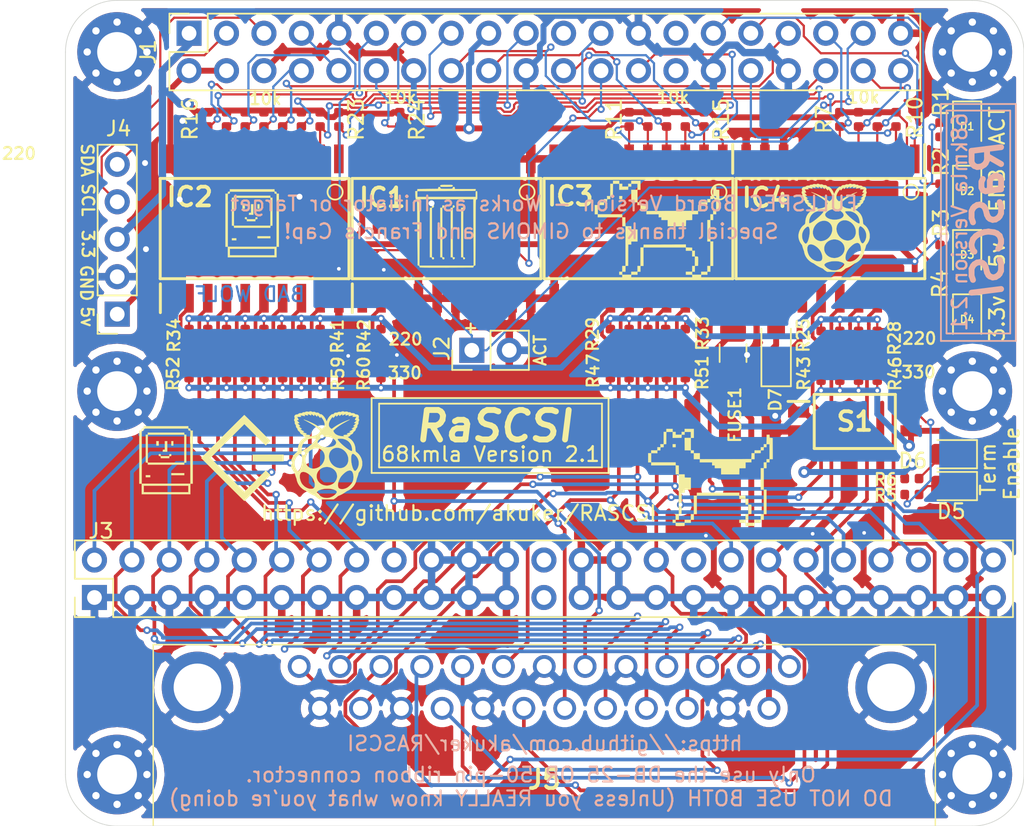
<source format=kicad_pcb>
(kicad_pcb (version 20171130) (host pcbnew "(5.1.4)-1")

  (general
    (thickness 1.6)
    (drawings 89)
    (tracks 1081)
    (zones 0)
    (modules 92)
    (nets 63)
  )

  (page A4)
  (layers
    (0 Top signal hide)
    (31 Bottom signal hide)
    (32 B.Adhes user hide)
    (33 F.Adhes user hide)
    (34 B.Paste user hide)
    (35 F.Paste user hide)
    (36 B.SilkS user hide)
    (37 F.SilkS user)
    (38 B.Mask user hide)
    (39 F.Mask user hide)
    (40 Dwgs.User user hide)
    (41 Cmts.User user hide)
    (42 Eco1.User user hide)
    (43 Eco2.User user hide)
    (44 Edge.Cuts user)
    (45 Margin user hide)
    (46 B.CrtYd user hide)
    (47 F.CrtYd user)
    (48 B.Fab user hide)
    (49 F.Fab user hide)
  )

  (setup
    (last_trace_width 0.4)
    (user_trace_width 0.15)
    (user_trace_width 0.2)
    (user_trace_width 0.25)
    (user_trace_width 0.4)
    (user_trace_width 0.5)
    (trace_clearance 0.127)
    (zone_clearance 0.508)
    (zone_45_only no)
    (trace_min 0.127)
    (via_size 0.8)
    (via_drill 0.4)
    (via_min_size 0.45)
    (via_min_drill 0.2)
    (user_via 0.5 0.25)
    (user_via 0.8 0.4)
    (uvia_size 0.3)
    (uvia_drill 0.1)
    (uvias_allowed no)
    (uvia_min_size 0.2)
    (uvia_min_drill 0.1)
    (edge_width 0.05)
    (segment_width 0.2)
    (pcb_text_width 0.3)
    (pcb_text_size 1.5 1.5)
    (mod_edge_width 0.12)
    (mod_text_size 1 1)
    (mod_text_width 0.15)
    (pad_size 4 4)
    (pad_drill 3.2)
    (pad_to_mask_clearance 0.05)
    (aux_axis_origin 94.2 52.8)
    (visible_elements 7FFFFFFF)
    (pcbplotparams
      (layerselection 0x010fc_ffffffff)
      (usegerberextensions false)
      (usegerberattributes true)
      (usegerberadvancedattributes true)
      (creategerberjobfile true)
      (excludeedgelayer false)
      (linewidth 0.150000)
      (plotframeref false)
      (viasonmask false)
      (mode 1)
      (useauxorigin false)
      (hpglpennumber 1)
      (hpglpenspeed 20)
      (hpglpendiameter 15.000000)
      (psnegative false)
      (psa4output false)
      (plotreference true)
      (plotvalue true)
      (plotinvisibletext false)
      (padsonsilk false)
      (subtractmaskfromsilk false)
      (outputformat 1)
      (mirror false)
      (drillshape 0)
      (scaleselection 1)
      (outputdirectory "gerber/"))
  )

  (net 0 "")
  (net 1 GND)
  (net 2 +3V3)
  (net 3 +5V)
  (net 4 C-REQ)
  (net 5 C-MSG)
  (net 6 C-BSY)
  (net 7 C-SEL)
  (net 8 C-RST)
  (net 9 C-ACK)
  (net 10 C-ATN)
  (net 11 C-DP)
  (net 12 C-D0)
  (net 13 C-D1)
  (net 14 C-D2)
  (net 15 C-D3)
  (net 16 C-D4)
  (net 17 C-D5)
  (net 18 C-D6)
  (net 19 C-D7)
  (net 20 C-I_O)
  (net 21 C-C_D)
  (net 22 TERMPOW)
  (net 23 "Net-(J3-Pad34)")
  (net 24 "Net-(J3-Pad26)")
  (net 25 "Net-(J3-Pad25)")
  (net 26 PI-D7)
  (net 27 PI-D6)
  (net 28 PI-D5)
  (net 29 PI-D4)
  (net 30 PI-D3)
  (net 31 PI-D2)
  (net 32 PI-D1)
  (net 33 PI-D0)
  (net 34 PI-DP)
  (net 35 PI-BSY)
  (net 36 PI-MSG)
  (net 37 PI-C_D)
  (net 38 PI-REQ)
  (net 39 PI-I_O)
  (net 40 PI-ATN)
  (net 41 PI-ACK)
  (net 42 PI-RST)
  (net 43 PI-SEL)
  (net 44 "Net-(J1-Pad28)")
  (net 45 "Net-(J1-Pad27)")
  (net 46 "Net-(J1-Pad21)")
  (net 47 "Net-(D2-Pad2)")
  (net 48 "Net-(D3-Pad2)")
  (net 49 "Net-(D4-Pad2)")
  (net 50 "Net-(D5-Pad2)")
  (net 51 DBG_LED)
  (net 52 PI_SCL)
  (net 53 PI_SDA)
  (net 54 PI-ACT)
  (net 55 "Net-(D6-Pad2)")
  (net 56 /TERM_GND)
  (net 57 "Net-(D7-Pad2)")
  (net 58 /TERM_5v)
  (net 59 PI-IND)
  (net 60 PI-TAD)
  (net 61 PI-DTD)
  (net 62 "Net-(D1-Pad2)")

  (net_class Default "This is the default net class."
    (clearance 0.127)
    (trace_width 0.25)
    (via_dia 0.8)
    (via_drill 0.4)
    (uvia_dia 0.3)
    (uvia_drill 0.1)
    (add_net +3V3)
    (add_net +5V)
    (add_net /TERM_5v)
    (add_net /TERM_GND)
    (add_net C-ACK)
    (add_net C-ATN)
    (add_net C-BSY)
    (add_net C-C_D)
    (add_net C-D0)
    (add_net C-D1)
    (add_net C-D2)
    (add_net C-D3)
    (add_net C-D4)
    (add_net C-D5)
    (add_net C-D6)
    (add_net C-D7)
    (add_net C-DP)
    (add_net C-I_O)
    (add_net C-MSG)
    (add_net C-REQ)
    (add_net C-RST)
    (add_net C-SEL)
    (add_net DBG_LED)
    (add_net GND)
    (add_net "Net-(D1-Pad2)")
    (add_net "Net-(D2-Pad2)")
    (add_net "Net-(D3-Pad2)")
    (add_net "Net-(D4-Pad2)")
    (add_net "Net-(D5-Pad2)")
    (add_net "Net-(D6-Pad2)")
    (add_net "Net-(D7-Pad2)")
    (add_net "Net-(J1-Pad21)")
    (add_net "Net-(J1-Pad27)")
    (add_net "Net-(J1-Pad28)")
    (add_net "Net-(J3-Pad25)")
    (add_net "Net-(J3-Pad26)")
    (add_net "Net-(J3-Pad34)")
    (add_net PI-ACK)
    (add_net PI-ACT)
    (add_net PI-ATN)
    (add_net PI-BSY)
    (add_net PI-C_D)
    (add_net PI-D0)
    (add_net PI-D1)
    (add_net PI-D2)
    (add_net PI-D3)
    (add_net PI-D4)
    (add_net PI-D5)
    (add_net PI-D6)
    (add_net PI-D7)
    (add_net PI-DP)
    (add_net PI-DTD)
    (add_net PI-IND)
    (add_net PI-I_O)
    (add_net PI-MSG)
    (add_net PI-REQ)
    (add_net PI-RST)
    (add_net PI-SEL)
    (add_net PI-TAD)
    (add_net PI_SCL)
    (add_net PI_SDA)
    (add_net TERMPOW)
  )

  (module SamacSys_Parts:L717SDB25PA4CH4F (layer Top) (tedit 0) (tstamp 5F260DEB)
    (at 190.3515 87.6705)
    (descr L717SDB25PA4CH4F-4)
    (tags Connector)
    (path /5FA017A4)
    (fp_text reference J5 (at 16.62 7.67) (layer F.SilkS)
      (effects (font (size 1.27 1.27) (thickness 0.254)))
    )
    (fp_text value L717SDB25PA4CH4F (at 16.62 7.67) (layer F.SilkS) hide
      (effects (font (size 1.27 1.27) (thickness 0.254)))
    )
    (fp_line (start -9.9 10.92) (end -9.9 -1.48) (layer F.SilkS) (width 0.1))
    (fp_line (start 43.14 10.92) (end -9.9 10.92) (layer F.SilkS) (width 0.1))
    (fp_line (start 43.14 -1.48) (end 43.14 10.92) (layer F.SilkS) (width 0.1))
    (fp_line (start -9.9 -1.48) (end 43.14 -1.48) (layer F.SilkS) (width 0.1))
    (fp_line (start -10.4 17.32) (end -10.4 -1.98) (layer F.CrtYd) (width 0.1))
    (fp_line (start 43.64 17.32) (end -10.4 17.32) (layer F.CrtYd) (width 0.1))
    (fp_line (start 43.64 -1.98) (end 43.64 17.32) (layer F.CrtYd) (width 0.1))
    (fp_line (start -10.4 -1.98) (end 43.64 -1.98) (layer F.CrtYd) (width 0.1))
    (fp_line (start -2.86 10.92) (end -2.86 16.82) (layer F.Fab) (width 0.2))
    (fp_line (start 36.1 10.92) (end -2.86 10.92) (layer F.Fab) (width 0.2))
    (fp_line (start 36.1 16.82) (end 36.1 10.92) (layer F.Fab) (width 0.2))
    (fp_line (start -2.86 16.82) (end 36.1 16.82) (layer F.Fab) (width 0.2))
    (fp_line (start -9.9 10.92) (end -9.9 -1.48) (layer F.Fab) (width 0.2))
    (fp_line (start 43.14 10.92) (end -9.9 10.92) (layer F.Fab) (width 0.2))
    (fp_line (start 43.14 -1.48) (end 43.14 10.92) (layer F.Fab) (width 0.2))
    (fp_line (start -9.9 -1.48) (end 43.14 -1.48) (layer F.Fab) (width 0.2))
    (fp_text user %R (at 16.62 7.67) (layer F.Fab)
      (effects (font (size 1.27 1.27) (thickness 0.254)))
    )
    (pad MH2 thru_hole circle (at 40.14 1.42) (size 4.845 4.845) (drill 3.23) (layers *.Cu *.Mask)
      (net 1 GND))
    (pad MH1 thru_hole circle (at -6.9 1.42) (size 4.845 4.845) (drill 3.23) (layers *.Cu *.Mask)
      (net 1 GND))
    (pad 25 thru_hole circle (at 31.855 2.84) (size 1.545 1.545) (drill 1.03) (layers *.Cu *.Mask)
      (net 22 TERMPOW))
    (pad 24 thru_hole circle (at 29.085 2.84) (size 1.545 1.545) (drill 1.03) (layers *.Cu *.Mask)
      (net 1 GND))
    (pad 23 thru_hole circle (at 26.315 2.84) (size 1.545 1.545) (drill 1.03) (layers *.Cu *.Mask)
      (net 16 C-D4))
    (pad 22 thru_hole circle (at 23.545 2.84) (size 1.545 1.545) (drill 1.03) (layers *.Cu *.Mask)
      (net 14 C-D2))
    (pad 21 thru_hole circle (at 20.775 2.84) (size 1.545 1.545) (drill 1.03) (layers *.Cu *.Mask)
      (net 13 C-D1))
    (pad 20 thru_hole circle (at 18.005 2.84) (size 1.545 1.545) (drill 1.03) (layers *.Cu *.Mask)
      (net 11 C-DP))
    (pad 19 thru_hole circle (at 15.235 2.84) (size 1.545 1.545) (drill 1.03) (layers *.Cu *.Mask)
      (net 7 C-SEL))
    (pad 18 thru_hole circle (at 12.465 2.84) (size 1.545 1.545) (drill 1.03) (layers *.Cu *.Mask)
      (net 1 GND))
    (pad 17 thru_hole circle (at 9.695 2.84) (size 1.545 1.545) (drill 1.03) (layers *.Cu *.Mask)
      (net 10 C-ATN))
    (pad 16 thru_hole circle (at 6.925 2.84) (size 1.545 1.545) (drill 1.03) (layers *.Cu *.Mask)
      (net 1 GND))
    (pad 15 thru_hole circle (at 4.155 2.84) (size 1.545 1.545) (drill 1.03) (layers *.Cu *.Mask)
      (net 21 C-C_D))
    (pad 14 thru_hole circle (at 1.385 2.84) (size 1.545 1.545) (drill 1.03) (layers *.Cu *.Mask)
      (net 1 GND))
    (pad 13 thru_hole circle (at 33.24 0) (size 1.545 1.545) (drill 1.03) (layers *.Cu *.Mask)
      (net 19 C-D7))
    (pad 12 thru_hole circle (at 30.47 0) (size 1.545 1.545) (drill 1.03) (layers *.Cu *.Mask)
      (net 18 C-D6))
    (pad 11 thru_hole circle (at 27.7 0) (size 1.545 1.545) (drill 1.03) (layers *.Cu *.Mask)
      (net 17 C-D5))
    (pad 10 thru_hole circle (at 24.93 0) (size 1.545 1.545) (drill 1.03) (layers *.Cu *.Mask)
      (net 15 C-D3))
    (pad 9 thru_hole circle (at 22.16 0) (size 1.545 1.545) (drill 1.03) (layers *.Cu *.Mask)
      (net 1 GND))
    (pad 8 thru_hole circle (at 19.39 0) (size 1.545 1.545) (drill 1.03) (layers *.Cu *.Mask)
      (net 12 C-D0))
    (pad 7 thru_hole circle (at 16.62 0) (size 1.545 1.545) (drill 1.03) (layers *.Cu *.Mask)
      (net 1 GND))
    (pad 6 thru_hole circle (at 13.85 0) (size 1.545 1.545) (drill 1.03) (layers *.Cu *.Mask)
      (net 6 C-BSY))
    (pad 5 thru_hole circle (at 11.08 0) (size 1.545 1.545) (drill 1.03) (layers *.Cu *.Mask)
      (net 9 C-ACK))
    (pad 4 thru_hole circle (at 8.31 0) (size 1.545 1.545) (drill 1.03) (layers *.Cu *.Mask)
      (net 8 C-RST))
    (pad 3 thru_hole circle (at 5.54 0) (size 1.545 1.545) (drill 1.03) (layers *.Cu *.Mask)
      (net 20 C-I_O))
    (pad 2 thru_hole circle (at 2.77 0) (size 1.545 1.545) (drill 1.03) (layers *.Cu *.Mask)
      (net 5 C-MSG))
    (pad 1 thru_hole circle (at 0 0) (size 1.545 1.545) (drill 1.03) (layers *.Cu *.Mask)
      (net 4 C-REQ))
    (model C:\Users\theto\Downloads\RASCSI\hw\rascsi_2p1\SamacSys_Parts.3dshapes\L717SDB25PA4CH4F.stp
      (at (xyz 0 0 0))
      (scale (xyz 1 1 1))
      (rotate (xyz 0 0 0))
    )
  )

  (module SamacSys_Parts:SOIC127P1030X265-20N (layer Top) (tedit 0) (tstamp 5F271D7A)
    (at 226.3775 57.9755 270)
    (descr DW)
    (tags "Integrated Circuit")
    (path /5F2C314F)
    (attr smd)
    (fp_text reference IC4 (at -2.0955 4.4323 180) (layer F.SilkS)
      (effects (font (size 1.27 1.27) (thickness 0.254)))
    )
    (fp_text value SN74LS245DW (at 0 0 90) (layer F.SilkS) hide
      (effects (font (size 1.27 1.27) (thickness 0.254)))
    )
    (fp_line (start -5.7 -6.39) (end -3.75 -6.39) (layer F.SilkS) (width 0.2))
    (fp_line (start -3.4 6.4) (end -3.4 -6.4) (layer F.SilkS) (width 0.2))
    (fp_line (start 3.4 6.4) (end -3.4 6.4) (layer F.SilkS) (width 0.2))
    (fp_line (start 3.4 -6.4) (end 3.4 6.4) (layer F.SilkS) (width 0.2))
    (fp_line (start -3.4 -6.4) (end 3.4 -6.4) (layer F.SilkS) (width 0.2))
    (fp_line (start -3.75 -5.13) (end -2.48 -6.4) (layer F.Fab) (width 0.1))
    (fp_line (start -3.75 6.4) (end -3.75 -6.4) (layer F.Fab) (width 0.1))
    (fp_line (start 3.75 6.4) (end -3.75 6.4) (layer F.Fab) (width 0.1))
    (fp_line (start 3.75 -6.4) (end 3.75 6.4) (layer F.Fab) (width 0.1))
    (fp_line (start -3.75 -6.4) (end 3.75 -6.4) (layer F.Fab) (width 0.1))
    (fp_line (start -5.95 6.75) (end -5.95 -6.75) (layer F.CrtYd) (width 0.05))
    (fp_line (start 5.95 6.75) (end -5.95 6.75) (layer F.CrtYd) (width 0.05))
    (fp_line (start 5.95 -6.75) (end 5.95 6.75) (layer F.CrtYd) (width 0.05))
    (fp_line (start -5.95 -6.75) (end 5.95 -6.75) (layer F.CrtYd) (width 0.05))
    (fp_text user %R (at 0 0 90) (layer F.Fab)
      (effects (font (size 1.27 1.27) (thickness 0.254)))
    )
    (pad 20 smd rect (at 4.725 -5.715) (size 0.65 1.95) (layers Top F.Paste F.Mask)
      (net 3 +5V))
    (pad 19 smd rect (at 4.725 -4.445) (size 0.65 1.95) (layers Top F.Paste F.Mask)
      (net 1 GND))
    (pad 18 smd rect (at 4.725 -3.175) (size 0.65 1.95) (layers Top F.Paste F.Mask)
      (net 7 C-SEL))
    (pad 17 smd rect (at 4.725 -1.905) (size 0.65 1.95) (layers Top F.Paste F.Mask)
      (net 8 C-RST))
    (pad 16 smd rect (at 4.725 -0.635) (size 0.65 1.95) (layers Top F.Paste F.Mask)
      (net 9 C-ACK))
    (pad 15 smd rect (at 4.725 0.635) (size 0.65 1.95) (layers Top F.Paste F.Mask)
      (net 10 C-ATN))
    (pad 14 smd rect (at 4.725 1.905) (size 0.65 1.95) (layers Top F.Paste F.Mask)
      (net 1 GND))
    (pad 13 smd rect (at 4.725 3.175) (size 0.65 1.95) (layers Top F.Paste F.Mask)
      (net 1 GND))
    (pad 12 smd rect (at 4.725 4.445) (size 0.65 1.95) (layers Top F.Paste F.Mask)
      (net 1 GND))
    (pad 11 smd rect (at 4.725 5.715) (size 0.65 1.95) (layers Top F.Paste F.Mask)
      (net 1 GND))
    (pad 10 smd rect (at -4.725 5.715) (size 0.65 1.95) (layers Top F.Paste F.Mask)
      (net 1 GND))
    (pad 9 smd rect (at -4.725 4.445) (size 0.65 1.95) (layers Top F.Paste F.Mask)
      (net 1 GND))
    (pad 8 smd rect (at -4.725 3.175) (size 0.65 1.95) (layers Top F.Paste F.Mask)
      (net 1 GND))
    (pad 7 smd rect (at -4.725 1.905) (size 0.65 1.95) (layers Top F.Paste F.Mask)
      (net 1 GND))
    (pad 6 smd rect (at -4.725 0.635) (size 0.65 1.95) (layers Top F.Paste F.Mask)
      (net 1 GND))
    (pad 5 smd rect (at -4.725 -0.635) (size 0.65 1.95) (layers Top F.Paste F.Mask)
      (net 40 PI-ATN))
    (pad 4 smd rect (at -4.725 -1.905) (size 0.65 1.95) (layers Top F.Paste F.Mask)
      (net 41 PI-ACK))
    (pad 3 smd rect (at -4.725 -3.175) (size 0.65 1.95) (layers Top F.Paste F.Mask)
      (net 42 PI-RST))
    (pad 2 smd rect (at -4.725 -4.445) (size 0.65 1.95) (layers Top F.Paste F.Mask)
      (net 43 PI-SEL))
    (pad 1 smd rect (at -4.725 -5.715) (size 0.65 1.95) (layers Top F.Paste F.Mask)
      (net 59 PI-IND))
    (model C:\Users\theto\Downloads\RASCSI\hw\rascsi_2p1\SamacSys_Parts.3dshapes\SN74LS245DW.stp
      (at (xyz 0 0 0))
      (scale (xyz 1 1 1))
      (rotate (xyz 0 0 0))
    )
  )

  (module SamacSys_Parts:SOIC127P1030X265-20N (layer Top) (tedit 0) (tstamp 5F260C5C)
    (at 213.36 57.9755 270)
    (descr DW)
    (tags "Integrated Circuit")
    (path /5F2C26E6)
    (attr smd)
    (fp_text reference IC3 (at -2.1971 4.6228 180) (layer F.SilkS)
      (effects (font (size 1.27 1.27) (thickness 0.254)))
    )
    (fp_text value SN74LS245DW (at 0 0 90) (layer F.SilkS) hide
      (effects (font (size 1.27 1.27) (thickness 0.254)))
    )
    (fp_line (start -5.7 -6.39) (end -3.75 -6.39) (layer F.SilkS) (width 0.2))
    (fp_line (start -3.4 6.4) (end -3.4 -6.4) (layer F.SilkS) (width 0.2))
    (fp_line (start 3.4 6.4) (end -3.4 6.4) (layer F.SilkS) (width 0.2))
    (fp_line (start 3.4 -6.4) (end 3.4 6.4) (layer F.SilkS) (width 0.2))
    (fp_line (start -3.4 -6.4) (end 3.4 -6.4) (layer F.SilkS) (width 0.2))
    (fp_line (start -3.75 -5.13) (end -2.48 -6.4) (layer F.Fab) (width 0.1))
    (fp_line (start -3.75 6.4) (end -3.75 -6.4) (layer F.Fab) (width 0.1))
    (fp_line (start 3.75 6.4) (end -3.75 6.4) (layer F.Fab) (width 0.1))
    (fp_line (start 3.75 -6.4) (end 3.75 6.4) (layer F.Fab) (width 0.1))
    (fp_line (start -3.75 -6.4) (end 3.75 -6.4) (layer F.Fab) (width 0.1))
    (fp_line (start -5.95 6.75) (end -5.95 -6.75) (layer F.CrtYd) (width 0.05))
    (fp_line (start 5.95 6.75) (end -5.95 6.75) (layer F.CrtYd) (width 0.05))
    (fp_line (start 5.95 -6.75) (end 5.95 6.75) (layer F.CrtYd) (width 0.05))
    (fp_line (start -5.95 -6.75) (end 5.95 -6.75) (layer F.CrtYd) (width 0.05))
    (fp_text user %R (at 0 0 90) (layer F.Fab)
      (effects (font (size 1.27 1.27) (thickness 0.254)))
    )
    (pad 20 smd rect (at 4.725 -5.715) (size 0.65 1.95) (layers Top F.Paste F.Mask)
      (net 3 +5V))
    (pad 19 smd rect (at 4.725 -4.445) (size 0.65 1.95) (layers Top F.Paste F.Mask)
      (net 1 GND))
    (pad 18 smd rect (at 4.725 -3.175) (size 0.65 1.95) (layers Top F.Paste F.Mask)
      (net 20 C-I_O))
    (pad 17 smd rect (at 4.725 -1.905) (size 0.65 1.95) (layers Top F.Paste F.Mask)
      (net 4 C-REQ))
    (pad 16 smd rect (at 4.725 -0.635) (size 0.65 1.95) (layers Top F.Paste F.Mask)
      (net 21 C-C_D))
    (pad 15 smd rect (at 4.725 0.635) (size 0.65 1.95) (layers Top F.Paste F.Mask)
      (net 5 C-MSG))
    (pad 14 smd rect (at 4.725 1.905) (size 0.65 1.95) (layers Top F.Paste F.Mask)
      (net 6 C-BSY))
    (pad 13 smd rect (at 4.725 3.175) (size 0.65 1.95) (layers Top F.Paste F.Mask)
      (net 1 GND))
    (pad 12 smd rect (at 4.725 4.445) (size 0.65 1.95) (layers Top F.Paste F.Mask)
      (net 1 GND))
    (pad 11 smd rect (at 4.725 5.715) (size 0.65 1.95) (layers Top F.Paste F.Mask)
      (net 1 GND))
    (pad 10 smd rect (at -4.725 5.715) (size 0.65 1.95) (layers Top F.Paste F.Mask)
      (net 1 GND))
    (pad 9 smd rect (at -4.725 4.445) (size 0.65 1.95) (layers Top F.Paste F.Mask)
      (net 1 GND))
    (pad 8 smd rect (at -4.725 3.175) (size 0.65 1.95) (layers Top F.Paste F.Mask)
      (net 1 GND))
    (pad 7 smd rect (at -4.725 1.905) (size 0.65 1.95) (layers Top F.Paste F.Mask)
      (net 1 GND))
    (pad 6 smd rect (at -4.725 0.635) (size 0.65 1.95) (layers Top F.Paste F.Mask)
      (net 35 PI-BSY))
    (pad 5 smd rect (at -4.725 -0.635) (size 0.65 1.95) (layers Top F.Paste F.Mask)
      (net 36 PI-MSG))
    (pad 4 smd rect (at -4.725 -1.905) (size 0.65 1.95) (layers Top F.Paste F.Mask)
      (net 37 PI-C_D))
    (pad 3 smd rect (at -4.725 -3.175) (size 0.65 1.95) (layers Top F.Paste F.Mask)
      (net 38 PI-REQ))
    (pad 2 smd rect (at -4.725 -4.445) (size 0.65 1.95) (layers Top F.Paste F.Mask)
      (net 39 PI-I_O))
    (pad 1 smd rect (at -4.725 -5.715) (size 0.65 1.95) (layers Top F.Paste F.Mask)
      (net 60 PI-TAD))
    (model C:\Users\theto\Downloads\RASCSI\hw\rascsi_2p1\SamacSys_Parts.3dshapes\SN74LS245DW.stp
      (at (xyz 0 0 0))
      (scale (xyz 1 1 1))
      (rotate (xyz 0 0 0))
    )
  )

  (module SamacSys_Parts:SOIC127P1030X265-20N (layer Top) (tedit 0) (tstamp 5F28A942)
    (at 187.325 57.9755 90)
    (descr DW)
    (tags "Integrated Circuit")
    (path /5F2C1889)
    (attr smd)
    (fp_text reference IC2 (at 2.1463 -4.3942 180) (layer F.SilkS)
      (effects (font (size 1.27 1.27) (thickness 0.254)))
    )
    (fp_text value SN74LS245DW (at 0 0 90) (layer F.SilkS) hide
      (effects (font (size 1.27 1.27) (thickness 0.254)))
    )
    (fp_line (start -5.7 -6.39) (end -3.75 -6.39) (layer F.SilkS) (width 0.2))
    (fp_line (start -3.4 6.4) (end -3.4 -6.4) (layer F.SilkS) (width 0.2))
    (fp_line (start 3.4 6.4) (end -3.4 6.4) (layer F.SilkS) (width 0.2))
    (fp_line (start 3.4 -6.4) (end 3.4 6.4) (layer F.SilkS) (width 0.2))
    (fp_line (start -3.4 -6.4) (end 3.4 -6.4) (layer F.SilkS) (width 0.2))
    (fp_line (start -3.75 -5.13) (end -2.48 -6.4) (layer F.Fab) (width 0.1))
    (fp_line (start -3.75 6.4) (end -3.75 -6.4) (layer F.Fab) (width 0.1))
    (fp_line (start 3.75 6.4) (end -3.75 6.4) (layer F.Fab) (width 0.1))
    (fp_line (start 3.75 -6.4) (end 3.75 6.4) (layer F.Fab) (width 0.1))
    (fp_line (start -3.75 -6.4) (end 3.75 -6.4) (layer F.Fab) (width 0.1))
    (fp_line (start -5.95 6.75) (end -5.95 -6.75) (layer F.CrtYd) (width 0.05))
    (fp_line (start 5.95 6.75) (end -5.95 6.75) (layer F.CrtYd) (width 0.05))
    (fp_line (start 5.95 -6.75) (end 5.95 6.75) (layer F.CrtYd) (width 0.05))
    (fp_line (start -5.95 -6.75) (end 5.95 -6.75) (layer F.CrtYd) (width 0.05))
    (fp_text user %R (at 0 0 90) (layer F.Fab)
      (effects (font (size 1.27 1.27) (thickness 0.254)))
    )
    (pad 20 smd rect (at 4.725 -5.715 180) (size 0.65 1.95) (layers Top F.Paste F.Mask)
      (net 3 +5V))
    (pad 19 smd rect (at 4.725 -4.445 180) (size 0.65 1.95) (layers Top F.Paste F.Mask)
      (net 1 GND))
    (pad 18 smd rect (at 4.725 -3.175 180) (size 0.65 1.95) (layers Top F.Paste F.Mask)
      (net 26 PI-D7))
    (pad 17 smd rect (at 4.725 -1.905 180) (size 0.65 1.95) (layers Top F.Paste F.Mask)
      (net 27 PI-D6))
    (pad 16 smd rect (at 4.725 -0.635 180) (size 0.65 1.95) (layers Top F.Paste F.Mask)
      (net 28 PI-D5))
    (pad 15 smd rect (at 4.725 0.635 180) (size 0.65 1.95) (layers Top F.Paste F.Mask)
      (net 29 PI-D4))
    (pad 14 smd rect (at 4.725 1.905 180) (size 0.65 1.95) (layers Top F.Paste F.Mask)
      (net 30 PI-D3))
    (pad 13 smd rect (at 4.725 3.175 180) (size 0.65 1.95) (layers Top F.Paste F.Mask)
      (net 31 PI-D2))
    (pad 12 smd rect (at 4.725 4.445 180) (size 0.65 1.95) (layers Top F.Paste F.Mask)
      (net 32 PI-D1))
    (pad 11 smd rect (at 4.725 5.715 180) (size 0.65 1.95) (layers Top F.Paste F.Mask)
      (net 33 PI-D0))
    (pad 10 smd rect (at -4.725 5.715 180) (size 0.65 1.95) (layers Top F.Paste F.Mask)
      (net 1 GND))
    (pad 9 smd rect (at -4.725 4.445 180) (size 0.65 1.95) (layers Top F.Paste F.Mask)
      (net 12 C-D0))
    (pad 8 smd rect (at -4.725 3.175 180) (size 0.65 1.95) (layers Top F.Paste F.Mask)
      (net 13 C-D1))
    (pad 7 smd rect (at -4.725 1.905 180) (size 0.65 1.95) (layers Top F.Paste F.Mask)
      (net 14 C-D2))
    (pad 6 smd rect (at -4.725 0.635 180) (size 0.65 1.95) (layers Top F.Paste F.Mask)
      (net 15 C-D3))
    (pad 5 smd rect (at -4.725 -0.635 180) (size 0.65 1.95) (layers Top F.Paste F.Mask)
      (net 16 C-D4))
    (pad 4 smd rect (at -4.725 -1.905 180) (size 0.65 1.95) (layers Top F.Paste F.Mask)
      (net 17 C-D5))
    (pad 3 smd rect (at -4.725 -3.175 180) (size 0.65 1.95) (layers Top F.Paste F.Mask)
      (net 18 C-D6))
    (pad 2 smd rect (at -4.725 -4.445 180) (size 0.65 1.95) (layers Top F.Paste F.Mask)
      (net 19 C-D7))
    (pad 1 smd rect (at -4.725 -5.715 180) (size 0.65 1.95) (layers Top F.Paste F.Mask)
      (net 61 PI-DTD))
    (model C:\Users\theto\Downloads\RASCSI\hw\rascsi_2p1\SamacSys_Parts.3dshapes\SN74LS245DW.stp
      (at (xyz 0 0 0))
      (scale (xyz 1 1 1))
      (rotate (xyz 0 0 0))
    )
  )

  (module SamacSys_Parts:SOIC127P1030X265-20N (layer Top) (tedit 0) (tstamp 5F260C0E)
    (at 200.3425 57.9755 90)
    (descr DW)
    (tags "Integrated Circuit")
    (path /5F2BE68A)
    (attr smd)
    (fp_text reference IC1 (at 2.0955 -4.3561 180) (layer F.SilkS)
      (effects (font (size 1.27 1.27) (thickness 0.254)))
    )
    (fp_text value SN74LS245DW (at 0 0 90) (layer F.SilkS) hide
      (effects (font (size 1.27 1.27) (thickness 0.254)))
    )
    (fp_line (start -5.7 -6.39) (end -3.75 -6.39) (layer F.SilkS) (width 0.2))
    (fp_line (start -3.4 6.4) (end -3.4 -6.4) (layer F.SilkS) (width 0.2))
    (fp_line (start 3.4 6.4) (end -3.4 6.4) (layer F.SilkS) (width 0.2))
    (fp_line (start 3.4 -6.4) (end 3.4 6.4) (layer F.SilkS) (width 0.2))
    (fp_line (start -3.4 -6.4) (end 3.4 -6.4) (layer F.SilkS) (width 0.2))
    (fp_line (start -3.75 -5.13) (end -2.48 -6.4) (layer F.Fab) (width 0.1))
    (fp_line (start -3.75 6.4) (end -3.75 -6.4) (layer F.Fab) (width 0.1))
    (fp_line (start 3.75 6.4) (end -3.75 6.4) (layer F.Fab) (width 0.1))
    (fp_line (start 3.75 -6.4) (end 3.75 6.4) (layer F.Fab) (width 0.1))
    (fp_line (start -3.75 -6.4) (end 3.75 -6.4) (layer F.Fab) (width 0.1))
    (fp_line (start -5.95 6.75) (end -5.95 -6.75) (layer F.CrtYd) (width 0.05))
    (fp_line (start 5.95 6.75) (end -5.95 6.75) (layer F.CrtYd) (width 0.05))
    (fp_line (start 5.95 -6.75) (end 5.95 6.75) (layer F.CrtYd) (width 0.05))
    (fp_line (start -5.95 -6.75) (end 5.95 -6.75) (layer F.CrtYd) (width 0.05))
    (fp_text user %R (at 0 0 90) (layer F.Fab)
      (effects (font (size 1.27 1.27) (thickness 0.254)))
    )
    (pad 20 smd rect (at 4.725 -5.715 180) (size 0.65 1.95) (layers Top F.Paste F.Mask)
      (net 3 +5V))
    (pad 19 smd rect (at 4.725 -4.445 180) (size 0.65 1.95) (layers Top F.Paste F.Mask)
      (net 1 GND))
    (pad 18 smd rect (at 4.725 -3.175 180) (size 0.65 1.95) (layers Top F.Paste F.Mask)
      (net 34 PI-DP))
    (pad 17 smd rect (at 4.725 -1.905 180) (size 0.65 1.95) (layers Top F.Paste F.Mask)
      (net 1 GND))
    (pad 16 smd rect (at 4.725 -0.635 180) (size 0.65 1.95) (layers Top F.Paste F.Mask)
      (net 1 GND))
    (pad 15 smd rect (at 4.725 0.635 180) (size 0.65 1.95) (layers Top F.Paste F.Mask)
      (net 1 GND))
    (pad 14 smd rect (at 4.725 1.905 180) (size 0.65 1.95) (layers Top F.Paste F.Mask)
      (net 1 GND))
    (pad 13 smd rect (at 4.725 3.175 180) (size 0.65 1.95) (layers Top F.Paste F.Mask)
      (net 1 GND))
    (pad 12 smd rect (at 4.725 4.445 180) (size 0.65 1.95) (layers Top F.Paste F.Mask)
      (net 1 GND))
    (pad 11 smd rect (at 4.725 5.715 180) (size 0.65 1.95) (layers Top F.Paste F.Mask)
      (net 1 GND))
    (pad 10 smd rect (at -4.725 5.715 180) (size 0.65 1.95) (layers Top F.Paste F.Mask)
      (net 1 GND))
    (pad 9 smd rect (at -4.725 4.445 180) (size 0.65 1.95) (layers Top F.Paste F.Mask)
      (net 1 GND))
    (pad 8 smd rect (at -4.725 3.175 180) (size 0.65 1.95) (layers Top F.Paste F.Mask)
      (net 1 GND))
    (pad 7 smd rect (at -4.725 1.905 180) (size 0.65 1.95) (layers Top F.Paste F.Mask)
      (net 1 GND))
    (pad 6 smd rect (at -4.725 0.635 180) (size 0.65 1.95) (layers Top F.Paste F.Mask)
      (net 1 GND))
    (pad 5 smd rect (at -4.725 -0.635 180) (size 0.65 1.95) (layers Top F.Paste F.Mask)
      (net 1 GND))
    (pad 4 smd rect (at -4.725 -1.905 180) (size 0.65 1.95) (layers Top F.Paste F.Mask)
      (net 1 GND))
    (pad 3 smd rect (at -4.725 -3.175 180) (size 0.65 1.95) (layers Top F.Paste F.Mask)
      (net 1 GND))
    (pad 2 smd rect (at -4.725 -4.445 180) (size 0.65 1.95) (layers Top F.Paste F.Mask)
      (net 11 C-DP))
    (pad 1 smd rect (at -4.725 -5.715 180) (size 0.65 1.95) (layers Top F.Paste F.Mask)
      (net 61 PI-DTD))
    (model C:\Users\theto\Downloads\RASCSI\hw\rascsi_2p1\SamacSys_Parts.3dshapes\SN74LS245DW.stp
      (at (xyz 0 0 0))
      (scale (xyz 1 1 1))
      (rotate (xyz 0 0 0))
    )
  )

  (module Resistor_SMD:R_0402_1005Metric (layer Top) (tedit 5B301BBD) (tstamp 5F272087)
    (at 233.807 63.7285 270)
    (descr "Resistor SMD 0402 (1005 Metric), square (rectangular) end terminal, IPC_7351 nominal, (Body size source: http://www.tortai-tech.com/upload/download/2011102023233369053.pdf), generated with kicad-footprint-generator")
    (tags resistor)
    (path /5F9E88F6)
    (attr smd)
    (fp_text reference R4 (at -2.0065 0 90) (layer F.SilkS)
      (effects (font (size 1 1) (thickness 0.15)))
    )
    (fp_text value 68 (at 0 1.17 90) (layer F.Fab)
      (effects (font (size 1 1) (thickness 0.15)))
    )
    (fp_text user %R (at 0 0 90) (layer F.Fab)
      (effects (font (size 0.25 0.25) (thickness 0.04)))
    )
    (fp_line (start 0.93 0.47) (end -0.93 0.47) (layer F.CrtYd) (width 0.05))
    (fp_line (start 0.93 -0.47) (end 0.93 0.47) (layer F.CrtYd) (width 0.05))
    (fp_line (start -0.93 -0.47) (end 0.93 -0.47) (layer F.CrtYd) (width 0.05))
    (fp_line (start -0.93 0.47) (end -0.93 -0.47) (layer F.CrtYd) (width 0.05))
    (fp_line (start 0.5 0.25) (end -0.5 0.25) (layer F.Fab) (width 0.1))
    (fp_line (start 0.5 -0.25) (end 0.5 0.25) (layer F.Fab) (width 0.1))
    (fp_line (start -0.5 -0.25) (end 0.5 -0.25) (layer F.Fab) (width 0.1))
    (fp_line (start -0.5 0.25) (end -0.5 -0.25) (layer F.Fab) (width 0.1))
    (pad 2 smd roundrect (at 0.485 0 270) (size 0.59 0.64) (layers Top F.Paste F.Mask) (roundrect_rratio 0.25)
      (net 49 "Net-(D4-Pad2)"))
    (pad 1 smd roundrect (at -0.485 0 270) (size 0.59 0.64) (layers Top F.Paste F.Mask) (roundrect_rratio 0.25)
      (net 2 +3V3))
    (model ${KISYS3DMOD}/Resistor_SMD.3dshapes/R_0402_1005Metric.wrl
      (at (xyz 0 0 0))
      (scale (xyz 1 1 1))
      (rotate (xyz 0 0 0))
    )
  )

  (module Resistor_SMD:R_0402_1005Metric (layer Top) (tedit 5B301BBD) (tstamp 5F260E0C)
    (at 233.807 55.422833 270)
    (descr "Resistor SMD 0402 (1005 Metric), square (rectangular) end terminal, IPC_7351 nominal, (Body size source: http://www.tortai-tech.com/upload/download/2011102023233369053.pdf), generated with kicad-footprint-generator")
    (tags resistor)
    (path /5F9E856D)
    (attr smd)
    (fp_text reference R2 (at -1.955833 -0.0635 90) (layer F.SilkS)
      (effects (font (size 1 1) (thickness 0.15)))
    )
    (fp_text value 68 (at 0 1.17 90) (layer F.Fab)
      (effects (font (size 1 1) (thickness 0.15)))
    )
    (fp_text user %R (at 0 0 90) (layer F.Fab)
      (effects (font (size 0.25 0.25) (thickness 0.04)))
    )
    (fp_line (start 0.93 0.47) (end -0.93 0.47) (layer F.CrtYd) (width 0.05))
    (fp_line (start 0.93 -0.47) (end 0.93 0.47) (layer F.CrtYd) (width 0.05))
    (fp_line (start -0.93 -0.47) (end 0.93 -0.47) (layer F.CrtYd) (width 0.05))
    (fp_line (start -0.93 0.47) (end -0.93 -0.47) (layer F.CrtYd) (width 0.05))
    (fp_line (start 0.5 0.25) (end -0.5 0.25) (layer F.Fab) (width 0.1))
    (fp_line (start 0.5 -0.25) (end 0.5 0.25) (layer F.Fab) (width 0.1))
    (fp_line (start -0.5 -0.25) (end 0.5 -0.25) (layer F.Fab) (width 0.1))
    (fp_line (start -0.5 0.25) (end -0.5 -0.25) (layer F.Fab) (width 0.1))
    (pad 2 smd roundrect (at 0.485 0 270) (size 0.59 0.64) (layers Top F.Paste F.Mask) (roundrect_rratio 0.25)
      (net 47 "Net-(D2-Pad2)"))
    (pad 1 smd roundrect (at -0.485 0 270) (size 0.59 0.64) (layers Top F.Paste F.Mask) (roundrect_rratio 0.25)
      (net 51 DBG_LED))
    (model ${KISYS3DMOD}/Resistor_SMD.3dshapes/R_0402_1005Metric.wrl
      (at (xyz 0 0 0))
      (scale (xyz 1 1 1))
      (rotate (xyz 0 0 0))
    )
  )

  (module Resistor_SMD:R_0402_1005Metric (layer Top) (tedit 5B301BBD) (tstamp 5EF53F3E)
    (at 233.807 51.27 270)
    (descr "Resistor SMD 0402 (1005 Metric), square (rectangular) end terminal, IPC_7351 nominal, (Body size source: http://www.tortai-tech.com/upload/download/2011102023233369053.pdf), generated with kicad-footprint-generator")
    (tags resistor)
    (path /5EF6D1CC)
    (attr smd)
    (fp_text reference R1 (at -1.867 -0.0635 90) (layer F.SilkS)
      (effects (font (size 1 1) (thickness 0.15)))
    )
    (fp_text value 68 (at 0 1.17 90) (layer F.Fab)
      (effects (font (size 1 1) (thickness 0.15)))
    )
    (fp_text user %R (at 0 0 90) (layer F.Fab)
      (effects (font (size 0.25 0.25) (thickness 0.04)))
    )
    (fp_line (start 0.93 0.47) (end -0.93 0.47) (layer F.CrtYd) (width 0.05))
    (fp_line (start 0.93 -0.47) (end 0.93 0.47) (layer F.CrtYd) (width 0.05))
    (fp_line (start -0.93 -0.47) (end 0.93 -0.47) (layer F.CrtYd) (width 0.05))
    (fp_line (start -0.93 0.47) (end -0.93 -0.47) (layer F.CrtYd) (width 0.05))
    (fp_line (start 0.5 0.25) (end -0.5 0.25) (layer F.Fab) (width 0.1))
    (fp_line (start 0.5 -0.25) (end 0.5 0.25) (layer F.Fab) (width 0.1))
    (fp_line (start -0.5 -0.25) (end 0.5 -0.25) (layer F.Fab) (width 0.1))
    (fp_line (start -0.5 0.25) (end -0.5 -0.25) (layer F.Fab) (width 0.1))
    (pad 2 smd roundrect (at 0.485 0 270) (size 0.59 0.64) (layers Top F.Paste F.Mask) (roundrect_rratio 0.25)
      (net 62 "Net-(D1-Pad2)"))
    (pad 1 smd roundrect (at -0.485 0 270) (size 0.59 0.64) (layers Top F.Paste F.Mask) (roundrect_rratio 0.25)
      (net 54 PI-ACT))
    (model ${KISYS3DMOD}/Resistor_SMD.3dshapes/R_0402_1005Metric.wrl
      (at (xyz 0 0 0))
      (scale (xyz 1 1 1))
      (rotate (xyz 0 0 0))
    )
  )

  (module Connector_PinHeader_2.54mm:PinHeader_2x25_P2.54mm_Vertical (layer Top) (tedit 59FED5CC) (tstamp 5EF47D27)
    (at 176.4665 82.9945 90)
    (descr "Through hole straight pin header, 2x25, 2.54mm pitch, double rows")
    (tags "Through hole pin header THT 2x25 2.54mm double row")
    (path /5EF63F70)
    (fp_text reference J3 (at 4.5085 0.4445 180) (layer F.SilkS)
      (effects (font (size 1 1) (thickness 0.15)))
    )
    (fp_text value Conn_02x25_Odd_Even (at 1.27 63.29 90) (layer F.Fab)
      (effects (font (size 1 1) (thickness 0.15)))
    )
    (fp_text user %R (at 1.27 30.48) (layer F.Fab)
      (effects (font (size 1 1) (thickness 0.15)))
    )
    (fp_line (start 4.35 -1.8) (end -1.8 -1.8) (layer F.CrtYd) (width 0.05))
    (fp_line (start 4.35 62.75) (end 4.35 -1.8) (layer F.CrtYd) (width 0.05))
    (fp_line (start -1.8 62.75) (end 4.35 62.75) (layer F.CrtYd) (width 0.05))
    (fp_line (start -1.8 -1.8) (end -1.8 62.75) (layer F.CrtYd) (width 0.05))
    (fp_line (start -1.33 -1.33) (end 0 -1.33) (layer F.SilkS) (width 0.12))
    (fp_line (start -1.33 0) (end -1.33 -1.33) (layer F.SilkS) (width 0.12))
    (fp_line (start 1.27 -1.33) (end 3.87 -1.33) (layer F.SilkS) (width 0.12))
    (fp_line (start 1.27 1.27) (end 1.27 -1.33) (layer F.SilkS) (width 0.12))
    (fp_line (start -1.33 1.27) (end 1.27 1.27) (layer F.SilkS) (width 0.12))
    (fp_line (start 3.87 -1.33) (end 3.87 62.29) (layer F.SilkS) (width 0.12))
    (fp_line (start -1.33 1.27) (end -1.33 62.29) (layer F.SilkS) (width 0.12))
    (fp_line (start -1.33 62.29) (end 3.87 62.29) (layer F.SilkS) (width 0.12))
    (fp_line (start -1.27 0) (end 0 -1.27) (layer F.Fab) (width 0.1))
    (fp_line (start -1.27 62.23) (end -1.27 0) (layer F.Fab) (width 0.1))
    (fp_line (start 3.81 62.23) (end -1.27 62.23) (layer F.Fab) (width 0.1))
    (fp_line (start 3.81 -1.27) (end 3.81 62.23) (layer F.Fab) (width 0.1))
    (fp_line (start 0 -1.27) (end 3.81 -1.27) (layer F.Fab) (width 0.1))
    (pad 50 thru_hole oval (at 2.54 60.96 90) (size 1.7 1.7) (drill 1) (layers *.Cu *.Mask)
      (net 20 C-I_O))
    (pad 49 thru_hole oval (at 0 60.96 90) (size 1.7 1.7) (drill 1) (layers *.Cu *.Mask)
      (net 1 GND))
    (pad 48 thru_hole oval (at 2.54 58.42 90) (size 1.7 1.7) (drill 1) (layers *.Cu *.Mask)
      (net 4 C-REQ))
    (pad 47 thru_hole oval (at 0 58.42 90) (size 1.7 1.7) (drill 1) (layers *.Cu *.Mask)
      (net 1 GND))
    (pad 46 thru_hole oval (at 2.54 55.88 90) (size 1.7 1.7) (drill 1) (layers *.Cu *.Mask)
      (net 21 C-C_D))
    (pad 45 thru_hole oval (at 0 55.88 90) (size 1.7 1.7) (drill 1) (layers *.Cu *.Mask)
      (net 1 GND))
    (pad 44 thru_hole oval (at 2.54 53.34 90) (size 1.7 1.7) (drill 1) (layers *.Cu *.Mask)
      (net 7 C-SEL))
    (pad 43 thru_hole oval (at 0 53.34 90) (size 1.7 1.7) (drill 1) (layers *.Cu *.Mask)
      (net 1 GND))
    (pad 42 thru_hole oval (at 2.54 50.8 90) (size 1.7 1.7) (drill 1) (layers *.Cu *.Mask)
      (net 5 C-MSG))
    (pad 41 thru_hole oval (at 0 50.8 90) (size 1.7 1.7) (drill 1) (layers *.Cu *.Mask)
      (net 1 GND))
    (pad 40 thru_hole oval (at 2.54 48.26 90) (size 1.7 1.7) (drill 1) (layers *.Cu *.Mask)
      (net 8 C-RST))
    (pad 39 thru_hole oval (at 0 48.26 90) (size 1.7 1.7) (drill 1) (layers *.Cu *.Mask)
      (net 1 GND))
    (pad 38 thru_hole oval (at 2.54 45.72 90) (size 1.7 1.7) (drill 1) (layers *.Cu *.Mask)
      (net 9 C-ACK))
    (pad 37 thru_hole oval (at 0 45.72 90) (size 1.7 1.7) (drill 1) (layers *.Cu *.Mask)
      (net 1 GND))
    (pad 36 thru_hole oval (at 2.54 43.18 90) (size 1.7 1.7) (drill 1) (layers *.Cu *.Mask)
      (net 6 C-BSY))
    (pad 35 thru_hole oval (at 0 43.18 90) (size 1.7 1.7) (drill 1) (layers *.Cu *.Mask)
      (net 1 GND))
    (pad 34 thru_hole oval (at 2.54 40.64 90) (size 1.7 1.7) (drill 1) (layers *.Cu *.Mask)
      (net 23 "Net-(J3-Pad34)"))
    (pad 33 thru_hole oval (at 0 40.64 90) (size 1.7 1.7) (drill 1) (layers *.Cu *.Mask)
      (net 1 GND))
    (pad 32 thru_hole oval (at 2.54 38.1 90) (size 1.7 1.7) (drill 1) (layers *.Cu *.Mask)
      (net 10 C-ATN))
    (pad 31 thru_hole oval (at 0 38.1 90) (size 1.7 1.7) (drill 1) (layers *.Cu *.Mask)
      (net 1 GND))
    (pad 30 thru_hole oval (at 2.54 35.56 90) (size 1.7 1.7) (drill 1) (layers *.Cu *.Mask)
      (net 1 GND))
    (pad 29 thru_hole oval (at 0 35.56 90) (size 1.7 1.7) (drill 1) (layers *.Cu *.Mask)
      (net 1 GND))
    (pad 28 thru_hole oval (at 2.54 33.02 90) (size 1.7 1.7) (drill 1) (layers *.Cu *.Mask)
      (net 1 GND))
    (pad 27 thru_hole oval (at 0 33.02 90) (size 1.7 1.7) (drill 1) (layers *.Cu *.Mask)
      (net 1 GND))
    (pad 26 thru_hole oval (at 2.54 30.48 90) (size 1.7 1.7) (drill 1) (layers *.Cu *.Mask)
      (net 24 "Net-(J3-Pad26)"))
    (pad 25 thru_hole oval (at 0 30.48 90) (size 1.7 1.7) (drill 1) (layers *.Cu *.Mask)
      (net 25 "Net-(J3-Pad25)"))
    (pad 24 thru_hole oval (at 2.54 27.94 90) (size 1.7 1.7) (drill 1) (layers *.Cu *.Mask)
      (net 1 GND))
    (pad 23 thru_hole oval (at 0 27.94 90) (size 1.7 1.7) (drill 1) (layers *.Cu *.Mask)
      (net 1 GND))
    (pad 22 thru_hole oval (at 2.54 25.4 90) (size 1.7 1.7) (drill 1) (layers *.Cu *.Mask)
      (net 1 GND))
    (pad 21 thru_hole oval (at 0 25.4 90) (size 1.7 1.7) (drill 1) (layers *.Cu *.Mask)
      (net 1 GND))
    (pad 20 thru_hole oval (at 2.54 22.86 90) (size 1.7 1.7) (drill 1) (layers *.Cu *.Mask)
      (net 1 GND))
    (pad 19 thru_hole oval (at 0 22.86 90) (size 1.7 1.7) (drill 1) (layers *.Cu *.Mask)
      (net 1 GND))
    (pad 18 thru_hole oval (at 2.54 20.32 90) (size 1.7 1.7) (drill 1) (layers *.Cu *.Mask)
      (net 11 C-DP))
    (pad 17 thru_hole oval (at 0 20.32 90) (size 1.7 1.7) (drill 1) (layers *.Cu *.Mask)
      (net 1 GND))
    (pad 16 thru_hole oval (at 2.54 17.78 90) (size 1.7 1.7) (drill 1) (layers *.Cu *.Mask)
      (net 19 C-D7))
    (pad 15 thru_hole oval (at 0 17.78 90) (size 1.7 1.7) (drill 1) (layers *.Cu *.Mask)
      (net 1 GND))
    (pad 14 thru_hole oval (at 2.54 15.24 90) (size 1.7 1.7) (drill 1) (layers *.Cu *.Mask)
      (net 18 C-D6))
    (pad 13 thru_hole oval (at 0 15.24 90) (size 1.7 1.7) (drill 1) (layers *.Cu *.Mask)
      (net 1 GND))
    (pad 12 thru_hole oval (at 2.54 12.7 90) (size 1.7 1.7) (drill 1) (layers *.Cu *.Mask)
      (net 17 C-D5))
    (pad 11 thru_hole oval (at 0 12.7 90) (size 1.7 1.7) (drill 1) (layers *.Cu *.Mask)
      (net 1 GND))
    (pad 10 thru_hole oval (at 2.54 10.16 90) (size 1.7 1.7) (drill 1) (layers *.Cu *.Mask)
      (net 16 C-D4))
    (pad 9 thru_hole oval (at 0 10.16 90) (size 1.7 1.7) (drill 1) (layers *.Cu *.Mask)
      (net 1 GND))
    (pad 8 thru_hole oval (at 2.54 7.62 90) (size 1.7 1.7) (drill 1) (layers *.Cu *.Mask)
      (net 15 C-D3))
    (pad 7 thru_hole oval (at 0 7.62 90) (size 1.7 1.7) (drill 1) (layers *.Cu *.Mask)
      (net 1 GND))
    (pad 6 thru_hole oval (at 2.54 5.08 90) (size 1.7 1.7) (drill 1) (layers *.Cu *.Mask)
      (net 14 C-D2))
    (pad 5 thru_hole oval (at 0 5.08 90) (size 1.7 1.7) (drill 1) (layers *.Cu *.Mask)
      (net 1 GND))
    (pad 4 thru_hole oval (at 2.54 2.54 90) (size 1.7 1.7) (drill 1) (layers *.Cu *.Mask)
      (net 13 C-D1))
    (pad 3 thru_hole oval (at 0 2.54 90) (size 1.7 1.7) (drill 1) (layers *.Cu *.Mask)
      (net 1 GND))
    (pad 2 thru_hole oval (at 2.54 0 90) (size 1.7 1.7) (drill 1) (layers *.Cu *.Mask)
      (net 12 C-D0))
    (pad 1 thru_hole rect (at 0 0 90) (size 1.7 1.7) (drill 1) (layers *.Cu *.Mask)
      (net 1 GND))
    (model ${KISYS3DMOD}/Connector_PinHeader_2.54mm.3dshapes/PinHeader_2x25_P2.54mm_Vertical.wrl
      (at (xyz 0 0 0))
      (scale (xyz 1 1 1))
      (rotate (xyz 0 0 0))
    )
  )

  (module Connector_PinHeader_2.54mm:PinHeader_1x02_P2.54mm_Vertical (layer Top) (tedit 59FED5CC) (tstamp 5F26CEB1)
    (at 202.057 66.2305 90)
    (descr "Through hole straight pin header, 1x02, 2.54mm pitch, single row")
    (tags "Through hole pin header THT 1x02 2.54mm single row")
    (path /5F9E980B)
    (fp_text reference J2 (at 0.127 -2.032 90) (layer F.SilkS)
      (effects (font (size 1 1) (thickness 0.15)))
    )
    (fp_text value Conn_01x02_Male (at 0 4.87 90) (layer F.Fab)
      (effects (font (size 1 1) (thickness 0.15)))
    )
    (fp_text user %R (at 0 1.27) (layer F.Fab)
      (effects (font (size 1 1) (thickness 0.15)))
    )
    (fp_line (start 1.8 -1.8) (end -1.8 -1.8) (layer F.CrtYd) (width 0.05))
    (fp_line (start 1.8 4.35) (end 1.8 -1.8) (layer F.CrtYd) (width 0.05))
    (fp_line (start -1.8 4.35) (end 1.8 4.35) (layer F.CrtYd) (width 0.05))
    (fp_line (start -1.8 -1.8) (end -1.8 4.35) (layer F.CrtYd) (width 0.05))
    (fp_line (start -1.33 -1.33) (end 0 -1.33) (layer F.SilkS) (width 0.12))
    (fp_line (start -1.33 0) (end -1.33 -1.33) (layer F.SilkS) (width 0.12))
    (fp_line (start -1.33 1.27) (end 1.33 1.27) (layer F.SilkS) (width 0.12))
    (fp_line (start 1.33 1.27) (end 1.33 3.87) (layer F.SilkS) (width 0.12))
    (fp_line (start -1.33 1.27) (end -1.33 3.87) (layer F.SilkS) (width 0.12))
    (fp_line (start -1.33 3.87) (end 1.33 3.87) (layer F.SilkS) (width 0.12))
    (fp_line (start -1.27 -0.635) (end -0.635 -1.27) (layer F.Fab) (width 0.1))
    (fp_line (start -1.27 3.81) (end -1.27 -0.635) (layer F.Fab) (width 0.1))
    (fp_line (start 1.27 3.81) (end -1.27 3.81) (layer F.Fab) (width 0.1))
    (fp_line (start 1.27 -1.27) (end 1.27 3.81) (layer F.Fab) (width 0.1))
    (fp_line (start -0.635 -1.27) (end 1.27 -1.27) (layer F.Fab) (width 0.1))
    (pad 2 thru_hole oval (at 0 2.54 90) (size 1.7 1.7) (drill 1) (layers *.Cu *.Mask)
      (net 1 GND))
    (pad 1 thru_hole rect (at 0 0 90) (size 1.7 1.7) (drill 1) (layers *.Cu *.Mask)
      (net 54 PI-ACT))
    (model ${KISYS3DMOD}/Connector_PinHeader_2.54mm.3dshapes/PinHeader_1x02_P2.54mm_Vertical.wrl
      (at (xyz 0 0 0))
      (scale (xyz 1 1 1))
      (rotate (xyz 0 0 0))
    )
  )

  (module SamacSys_Parts:mac_happy_small (layer Top) (tedit 0) (tstamp 5F2761EE)
    (at 181.356 73.66)
    (path /5EFCD8D2)
    (fp_text reference X3 (at 0.0635 0.127) (layer Cmts.User) hide
      (effects (font (size 1.524 1.524) (thickness 0.3)))
    )
    (fp_text value Mac2 (at 0.75 0) (layer Cmts.User) hide
      (effects (font (size 1.524 1.524) (thickness 0.3)))
    )
    (fp_poly (pts (xy 1.477818 -2.205182) (xy 1.48168 -2.150883) (xy 1.501267 -2.128612) (xy 1.547091 -2.124364)
      (xy 1.596157 -2.118642) (xy 1.614241 -2.091653) (xy 1.616364 -2.055091) (xy 1.620869 -2.008549)
      (xy 1.643721 -1.98946) (xy 1.697182 -1.985818) (xy 1.778 -1.985818) (xy 1.778 1.616364)
      (xy 1.616364 1.616364) (xy 1.616364 2.332182) (xy -1.685636 2.332182) (xy -1.685636 1.754909)
      (xy -1.547091 1.754909) (xy -1.547091 2.193636) (xy 1.477818 2.193636) (xy 1.477818 1.754909)
      (xy -1.547091 1.754909) (xy -1.685636 1.754909) (xy -1.685636 1.616364) (xy -1.847273 1.616364)
      (xy -1.847273 -1.985818) (xy -1.766454 -1.985818) (xy -1.685636 -1.985818) (xy -1.685636 1.616364)
      (xy 1.616364 1.616364) (xy 1.616364 -1.985818) (xy 1.547091 -1.985818) (xy 1.498025 -1.99154)
      (xy 1.47994 -2.018529) (xy 1.477818 -2.055091) (xy 1.477818 -2.124364) (xy -1.547091 -2.124364)
      (xy -1.547091 -2.055091) (xy -1.552812 -2.006025) (xy -1.579802 -1.98794) (xy -1.616364 -1.985818)
      (xy -1.685636 -1.985818) (xy -1.766454 -1.985818) (xy -1.712156 -1.98968) (xy -1.689885 -2.009267)
      (xy -1.685636 -2.055091) (xy -1.679915 -2.104157) (xy -1.652925 -2.122241) (xy -1.616364 -2.124364)
      (xy -1.569822 -2.128869) (xy -1.550732 -2.151721) (xy -1.547091 -2.205182) (xy -1.547091 -2.286)
      (xy 1.477818 -2.286) (xy 1.477818 -2.205182)) (layer F.SilkS) (width 0.01))
    (fp_poly (pts (xy -1.108364 1.177636) (xy -1.408545 1.177636) (xy -1.408545 1.039091) (xy -1.108364 1.039091)
      (xy -1.108364 1.177636)) (layer F.SilkS) (width 0.01))
    (fp_poly (pts (xy 1.200727 1.039091) (xy 0.323273 1.039091) (xy 0.323273 0.900546) (xy 1.200727 0.900546)
      (xy 1.200727 1.039091)) (layer F.SilkS) (width 0.01))
    (fp_poly (pts (xy 1.200727 -1.778) (xy 1.206449 -1.728934) (xy 1.233438 -1.710849) (xy 1.27 -1.708727)
      (xy 1.339273 -1.708727) (xy 1.339273 0.184727) (xy 1.27 0.184727) (xy 1.220934 0.190449)
      (xy 1.20285 0.217438) (xy 1.200727 0.254) (xy 1.200727 0.323273) (xy -1.27 0.323273)
      (xy -1.27 0.254) (xy -1.275722 0.204934) (xy -1.302711 0.18685) (xy -1.339273 0.184727)
      (xy -1.408545 0.184727) (xy -1.408545 -1.708727) (xy -1.339273 -1.708727) (xy -1.27 -1.708727)
      (xy -1.27 0.184727) (xy 1.200727 0.184727) (xy 1.200727 -1.708727) (xy -1.27 -1.708727)
      (xy -1.339273 -1.708727) (xy -1.290207 -1.714449) (xy -1.272122 -1.741438) (xy -1.27 -1.778)
      (xy -1.27 -1.847273) (xy 1.200727 -1.847273) (xy 1.200727 -1.778)) (layer F.SilkS) (width 0.01))
    (fp_poly (pts (xy 0.303066 -0.386824) (xy 0.321151 -0.359835) (xy 0.323273 -0.323273) (xy 0.317551 -0.274207)
      (xy 0.290562 -0.256122) (xy 0.254 -0.254) (xy 0.204934 -0.248278) (xy 0.18685 -0.221289)
      (xy 0.184727 -0.184727) (xy 0.184727 -0.115454) (xy -0.392545 -0.115454) (xy -0.392545 -0.184727)
      (xy -0.398267 -0.233793) (xy -0.425256 -0.251878) (xy -0.461818 -0.254) (xy -0.510884 -0.259722)
      (xy -0.528969 -0.286711) (xy -0.531091 -0.323273) (xy -0.525369 -0.372339) (xy -0.49838 -0.390423)
      (xy -0.461818 -0.392545) (xy -0.412752 -0.386824) (xy -0.394668 -0.359835) (xy -0.392545 -0.323273)
      (xy -0.392545 -0.254) (xy 0.184727 -0.254) (xy 0.184727 -0.323273) (xy 0.190449 -0.372339)
      (xy 0.217438 -0.390423) (xy 0.254 -0.392545) (xy 0.303066 -0.386824)) (layer F.SilkS) (width 0.01))
    (fp_poly (pts (xy 0.046182 -0.554182) (xy -0.254 -0.554182) (xy -0.254 -0.623454) (xy -0.248278 -0.67252)
      (xy -0.221289 -0.690605) (xy -0.184727 -0.692727) (xy -0.115454 -0.692727) (xy -0.115454 -1.27)
      (xy 0.046182 -1.27) (xy 0.046182 -0.554182)) (layer F.SilkS) (width 0.01))
    (fp_poly (pts (xy -0.531091 -0.969818) (xy -0.692727 -0.969818) (xy -0.692727 -1.27) (xy -0.531091 -1.27)
      (xy -0.531091 -0.969818)) (layer F.SilkS) (width 0.01))
    (fp_poly (pts (xy 0.461818 -0.969818) (xy 0.323273 -0.969818) (xy 0.323273 -1.27) (xy 0.461818 -1.27)
      (xy 0.461818 -0.969818)) (layer F.SilkS) (width 0.01))
  )

  (module SamacSys_Parts:scsi_logo (layer Top) (tedit 5F25ADDA) (tstamp 5F269D9E)
    (at 186.4995 73.533)
    (path /5FB668EF)
    (fp_text reference X8 (at -2.56 -2.6) (layer Cmts.User) hide
      (effects (font (size 1.524 1.524) (thickness 0.3)))
    )
    (fp_text value Pi (at -4.15 2.12) (layer Cmts.User) hide
      (effects (font (size 1.524 1.524) (thickness 0.3)))
    )
    (fp_poly (pts (xy 0.13911 -2.90861) (xy 0.165872 -2.882679) (xy 0.208156 -2.841257) (xy 0.264725 -2.785566)
      (xy 0.334347 -2.716827) (xy 0.415787 -2.636262) (xy 0.507811 -2.545091) (xy 0.609186 -2.444536)
      (xy 0.718677 -2.335818) (xy 0.83505 -2.220158) (xy 0.957072 -2.098778) (xy 1.016264 -2.03986)
      (xy 1.894945 -1.165069) (xy 1.581381 -0.850751) (xy 0.857365 -1.573717) (xy 0.13335 -2.296683)
      (xy -1.013054 -1.157867) (xy -1.155283 -1.016479) (xy -1.292429 -0.879951) (xy -1.423419 -0.749358)
      (xy -1.547183 -0.625777) (xy -1.66265 -0.510283) (xy -1.768748 -0.403953) (xy -1.864407 -0.307863)
      (xy -1.948555 -0.223089) (xy -2.020121 -0.150707) (xy -2.078034 -0.091792) (xy -2.121223 -0.047423)
      (xy -2.148617 -0.018673) (xy -2.159145 -0.006619) (xy -2.159229 -0.006377) (xy -2.150387 0.004007)
      (xy -2.12463 0.031253) (xy -2.083023 0.074281) (xy -2.026635 0.132015) (xy -1.956529 0.203375)
      (xy -1.873775 0.287285) (xy -1.779436 0.382666) (xy -1.674581 0.48844) (xy -1.560275 0.603529)
      (xy -1.437585 0.726855) (xy -1.307577 0.857339) (xy -1.171318 0.993905) (xy -1.029874 1.135474)
      (xy -1.012859 1.152491) (xy 0.133282 2.298685) (xy 0.859401 1.572648) (xy 1.585521 0.846611)
      (xy 1.73891 0.997027) (xy 1.789494 1.047054) (xy 1.833051 1.090937) (xy 1.866603 1.125612)
      (xy 1.887176 1.148015) (xy 1.8923 1.154964) (xy 1.883545 1.164794) (xy 1.858273 1.191055)
      (xy 1.817969 1.232261) (xy 1.764118 1.286926) (xy 1.698207 1.353562) (xy 1.621721 1.430684)
      (xy 1.536147 1.516806) (xy 1.442968 1.610441) (xy 1.343673 1.710103) (xy 1.239746 1.814305)
      (xy 1.132672 1.921562) (xy 1.023939 2.030386) (xy 0.915031 2.139292) (xy 0.807435 2.246794)
      (xy 0.702636 2.351405) (xy 0.602119 2.451639) (xy 0.507372 2.546009) (xy 0.419879 2.633029)
      (xy 0.341126 2.711213) (xy 0.272599 2.779075) (xy 0.215784 2.835128) (xy 0.172167 2.877887)
      (xy 0.143233 2.905863) (xy 0.130468 2.917573) (xy 0.130055 2.91783) (xy 0.12019 2.909352)
      (xy 0.093333 2.883837) (xy 0.050431 2.842228) (xy -0.007565 2.785464) (xy -0.079706 2.714488)
      (xy -0.165043 2.630241) (xy -0.262625 2.533665) (xy -0.371504 2.4257) (xy -0.49073 2.307288)
      (xy -0.619352 2.179371) (xy -0.756423 2.04289) (xy -0.900992 1.898786) (xy -1.05211 1.748001)
      (xy -1.208827 1.591476) (xy -1.339845 1.460505) (xy -2.800308 0) (xy -1.339845 -1.460506)
      (xy -1.179284 -1.621001) (xy -1.023559 -1.776524) (xy -0.873621 -1.926131) (xy -0.730417 -2.068883)
      (xy -0.594898 -2.203838) (xy -0.46801 -2.330054) (xy -0.350704 -2.44659) (xy -0.243928 -2.552506)
      (xy -0.14863 -2.646859) (xy -0.06576 -2.728708) (xy 0.003733 -2.797112) (xy 0.058901 -2.85113)
      (xy 0.098795 -2.889821) (xy 0.122467 -2.912243) (xy 0.129101 -2.917831) (xy 0.13911 -2.90861)) (layer F.SilkS) (width 0.01))
    (fp_poly (pts (xy 2.794 0.2286) (xy 1.74625 0.2286) (xy 1.585557 0.228524) (xy 1.432371 0.228307)
      (xy 1.288564 0.227958) (xy 1.15601 0.227489) (xy 1.036582 0.226911) (xy 0.932152 0.226237)
      (xy 0.844594 0.225476) (xy 0.775781 0.224641) (xy 0.727586 0.223743) (xy 0.701883 0.222793)
      (xy 0.698011 0.22225) (xy 0.697824 0.20808) (xy 0.697612 0.172764) (xy 0.697392 0.120556)
      (xy 0.697182 0.055708) (xy 0.697033 -0.003175) (xy 0.696544 -0.22225) (xy 1.745272 -0.225499)
      (xy 2.794 -0.228747) (xy 2.794 0.2286)) (layer F.SilkS) (width 0.01))
  )

  (module SamacSys_Parts:pi_logo (layer Top) (tedit 0) (tstamp 5F264254)
    (at 192.2145 73.406)
    (path /5F2D2B3B)
    (fp_text reference X7 (at 0 0) (layer Cmts.User) hide
      (effects (font (size 1.524 1.524) (thickness 0.3)))
    )
    (fp_text value Pi (at 0.75 0) (layer Cmts.User) hide
      (effects (font (size 1.524 1.524) (thickness 0.3)))
    )
    (fp_poly (pts (xy -1.074143 -3.030774) (xy -1.055953 -3.029833) (xy -1.044191 -3.028153) (xy -1.037848 -3.025639)
      (xy -1.037501 -3.025362) (xy -1.029214 -3.020241) (xy -1.015368 -3.013573) (xy -0.998267 -3.006268)
      (xy -0.980218 -2.999236) (xy -0.963526 -2.993386) (xy -0.950498 -2.989629) (xy -0.944669 -2.988731)
      (xy -0.935363 -2.989543) (xy -0.920544 -2.991705) (xy -0.902977 -2.994799) (xy -0.897767 -2.99581)
      (xy -0.871586 -2.99975) (xy -0.848052 -3.000099) (xy -0.825036 -2.996458) (xy -0.800409 -2.988428)
      (xy -0.772042 -2.975607) (xy -0.761315 -2.970162) (xy -0.716179 -2.946781) (xy -0.665778 -2.949315)
      (xy -0.635143 -2.950064) (xy -0.609229 -2.948493) (xy -0.586421 -2.943937) (xy -0.565103 -2.935727)
      (xy -0.543658 -2.923198) (xy -0.520471 -2.905682) (xy -0.493926 -2.882512) (xy -0.485807 -2.875046)
      (xy -0.470268 -2.861257) (xy -0.4559 -2.849608) (xy -0.444378 -2.841389) (xy -0.437716 -2.837963)
      (xy -0.428012 -2.836893) (xy -0.413061 -2.836727) (xy -0.396035 -2.837497) (xy -0.395426 -2.837543)
      (xy -0.364217 -2.839903) (xy -0.327357 -2.813777) (xy -0.272788 -2.770378) (xy -0.220638 -2.719449)
      (xy -0.17155 -2.661735) (xy -0.126167 -2.597984) (xy -0.089943 -2.537734) (xy -0.078067 -2.515199)
      (xy -0.064922 -2.488448) (xy -0.051451 -2.459574) (xy -0.038593 -2.43067) (xy -0.027289 -2.403829)
      (xy -0.01848 -2.381144) (xy -0.014869 -2.370667) (xy -0.010356 -2.357475) (xy -0.006467 -2.347703)
      (xy -0.0046 -2.344249) (xy -0.002174 -2.346844) (xy 0.002624 -2.35608) (xy 0.009197 -2.37067)
      (xy 0.016948 -2.389325) (xy 0.020888 -2.399282) (xy 0.058655 -2.486113) (xy 0.10188 -2.566809)
      (xy 0.150421 -2.641115) (xy 0.171465 -2.669212) (xy 0.191884 -2.693484) (xy 0.2169 -2.720201)
      (xy 0.244616 -2.747565) (xy 0.273137 -2.773775) (xy 0.300566 -2.797033) (xy 0.325007 -2.81554)
      (xy 0.327534 -2.817279) (xy 0.363721 -2.841859) (xy 0.440683 -2.836397) (xy 0.484946 -2.878493)
      (xy 0.509675 -2.901026) (xy 0.530643 -2.917853) (xy 0.549204 -2.930014) (xy 0.557763 -2.934553)
      (xy 0.568973 -2.939915) (xy 0.578289 -2.9437) (xy 0.587545 -2.946195) (xy 0.598576 -2.947684)
      (xy 0.613215 -2.948453) (xy 0.633298 -2.948787) (xy 0.65009 -2.948905) (xy 0.713863 -2.949292)
      (xy 0.757099 -2.970854) (xy 0.784646 -2.983943) (xy 0.807422 -2.992846) (xy 0.827769 -2.99797)
      (xy 0.848029 -2.999722) (xy 0.870544 -2.998508) (xy 0.896115 -2.994984) (xy 0.915803 -2.991932)
      (xy 0.931158 -2.990271) (xy 0.944142 -2.990362) (xy 0.956722 -2.992569) (xy 0.97086 -2.997254)
      (xy 0.988522 -3.004781) (xy 1.011671 -3.015512) (xy 1.014535 -3.016855) (xy 1.027289 -3.022679)
      (xy 1.0377 -3.026645) (xy 1.047907 -3.029111) (xy 1.060053 -3.030433) (xy 1.076279 -3.030966)
      (xy 1.098726 -3.031067) (xy 1.10001 -3.031067) (xy 1.120786 -3.030778) (xy 1.138379 -3.029989)
      (xy 1.151124 -3.028813) (xy 1.157358 -3.027366) (xy 1.157656 -3.027093) (xy 1.162431 -3.022994)
      (xy 1.17229 -3.016441) (xy 1.182247 -3.010504) (xy 1.204383 -2.997888) (xy 1.248833 -3.008033)
      (xy 1.283391 -3.015299) (xy 1.311667 -3.019738) (xy 1.335304 -3.021496) (xy 1.355948 -3.020723)
      (xy 1.369035 -3.018842) (xy 1.397459 -3.011087) (xy 1.427191 -2.99884) (xy 1.453897 -2.983921)
      (xy 1.456732 -2.98201) (xy 1.463402 -2.977778) (xy 1.47016 -2.974822) (xy 1.478695 -2.972883)
      (xy 1.490693 -2.971701) (xy 1.507844 -2.971014) (xy 1.530815 -2.970577) (xy 1.554994 -2.970079)
      (xy 1.572637 -2.969253) (xy 1.585677 -2.967818) (xy 1.596045 -2.965495) (xy 1.605671 -2.962004)
      (xy 1.61314 -2.958651) (xy 1.630171 -2.948997) (xy 1.647481 -2.936629) (xy 1.655383 -2.92981)
      (xy 1.674103 -2.912002) (xy 1.699593 -2.916437) (xy 1.715374 -2.918327) (xy 1.732988 -2.918512)
      (xy 1.754821 -2.916939) (xy 1.773766 -2.914778) (xy 1.814517 -2.90825) (xy 1.84876 -2.899319)
      (xy 1.878294 -2.887217) (xy 1.904919 -2.871173) (xy 1.930433 -2.850419) (xy 1.935628 -2.845571)
      (xy 1.948013 -2.834044) (xy 1.956608 -2.827358) (xy 1.963673 -2.824431) (xy 1.971471 -2.824183)
      (xy 1.978602 -2.825028) (xy 1.995622 -2.825548) (xy 2.017843 -2.823721) (xy 2.042483 -2.820018)
      (xy 2.066759 -2.814911) (xy 2.087886 -2.808869) (xy 2.098358 -2.804781) (xy 2.128028 -2.786779)
      (xy 2.152086 -2.762948) (xy 2.169791 -2.734321) (xy 2.180397 -2.701932) (xy 2.182527 -2.68775)
      (xy 2.182883 -2.657704) (xy 2.178711 -2.626306) (xy 2.170628 -2.597425) (xy 2.166552 -2.587684)
      (xy 2.157805 -2.569076) (xy 2.178288 -2.526369) (xy 2.190812 -2.497767) (xy 2.198315 -2.473581)
      (xy 2.201074 -2.451625) (xy 2.199365 -2.429709) (xy 2.193526 -2.405849) (xy 2.186525 -2.387459)
      (xy 2.176547 -2.366745) (xy 2.165728 -2.348133) (xy 2.165519 -2.347814) (xy 2.156608 -2.333678)
      (xy 2.149892 -2.321886) (xy 2.1465 -2.314461) (xy 2.146299 -2.313406) (xy 2.147844 -2.306441)
      (xy 2.151695 -2.295443) (xy 2.153166 -2.291809) (xy 2.156981 -2.279541) (xy 2.158353 -2.265214)
      (xy 2.157544 -2.245862) (xy 2.157377 -2.243826) (xy 2.154116 -2.221352) (xy 2.14777 -2.199637)
      (xy 2.137593 -2.177037) (xy 2.122842 -2.151909) (xy 2.10277 -2.122607) (xy 2.101905 -2.121407)
      (xy 2.073245 -2.081698) (xy 2.078465 -2.059941) (xy 2.081034 -2.046506) (xy 2.081289 -2.034476)
      (xy 2.079083 -2.020263) (xy 2.07638 -2.008634) (xy 2.06796 -1.979842) (xy 2.057489 -1.955473)
      (xy 2.04365 -1.933471) (xy 2.025126 -1.911779) (xy 2.000599 -1.88834) (xy 1.997691 -1.885755)
      (xy 1.987759 -1.876625) (xy 1.981799 -1.869188) (xy 1.978557 -1.860653) (xy 1.976783 -1.848231)
      (xy 1.975849 -1.837072) (xy 1.973617 -1.81877) (xy 1.970158 -1.801352) (xy 1.966306 -1.788821)
      (xy 1.950443 -1.759467) (xy 1.927851 -1.729257) (xy 1.899919 -1.699741) (xy 1.868038 -1.672468)
      (xy 1.850758 -1.659959) (xy 1.833846 -1.64789) (xy 1.822489 -1.637802) (xy 1.814917 -1.627435)
      (xy 1.809358 -1.614528) (xy 1.805599 -1.602371) (xy 1.7997 -1.585016) (xy 1.792395 -1.567845)
      (xy 1.787877 -1.559162) (xy 1.77047 -1.535937) (xy 1.746484 -1.513205) (xy 1.717766 -1.49227)
      (xy 1.686165 -1.474432) (xy 1.653529 -1.460994) (xy 1.644649 -1.458252) (xy 1.627588 -1.452983)
      (xy 1.616944 -1.448155) (xy 1.610869 -1.442382) (xy 1.607515 -1.434273) (xy 1.606407 -1.429516)
      (xy 1.596866 -1.403678) (xy 1.579698 -1.378982) (xy 1.55573 -1.356117) (xy 1.525789 -1.33577)
      (xy 1.490702 -1.318631) (xy 1.46035 -1.307949) (xy 1.444917 -1.303113) (xy 1.432708 -1.298844)
      (xy 1.425961 -1.295936) (xy 1.425466 -1.295589) (xy 1.427743 -1.292416) (xy 1.436055 -1.285366)
      (xy 1.44937 -1.275224) (xy 1.466654 -1.262778) (xy 1.486849 -1.248832) (xy 1.52764 -1.220897)
      (xy 1.562277 -1.196468) (xy 1.591868 -1.174694) (xy 1.617521 -1.154728) (xy 1.640343 -1.13572)
      (xy 1.661442 -1.11682) (xy 1.671743 -1.107096) (xy 1.730178 -1.046164) (xy 1.781156 -0.982441)
      (xy 1.825035 -0.915266) (xy 1.862178 -0.843979) (xy 1.892945 -0.767921) (xy 1.917696 -0.68643)
      (xy 1.929829 -0.634562) (xy 1.936201 -0.601985) (xy 1.941448 -0.569733) (xy 1.945771 -0.536021)
      (xy 1.949372 -0.499066) (xy 1.952454 -0.457082) (xy 1.955021 -0.412178) (xy 1.958316 -0.348105)
      (xy 1.977591 -0.314811) (xy 1.987252 -0.298899) (xy 1.996106 -0.286887) (xy 2.006258 -0.276575)
      (xy 2.019812 -0.265762) (xy 2.034541 -0.255257) (xy 2.060341 -0.235779) (xy 2.089278 -0.211447)
      (xy 2.11935 -0.184137) (xy 2.148558 -0.155725) (xy 2.1749 -0.128088) (xy 2.195213 -0.104553)
      (xy 2.233653 -0.053156) (xy 2.269714 0.002371) (xy 2.302734 0.060618) (xy 2.332047 0.120179)
      (xy 2.356992 0.179646) (xy 2.376905 0.237611) (xy 2.391122 0.292667) (xy 2.396452 0.322409)
      (xy 2.399231 0.339083) (xy 2.402102 0.35258) (xy 2.404565 0.360654) (xy 2.405196 0.361738)
      (xy 2.406151 0.366893) (xy 2.406953 0.379224) (xy 2.407602 0.397519) (xy 2.4081 0.420563)
      (xy 2.408447 0.447144) (xy 2.408644 0.476048) (xy 2.408692 0.506062) (xy 2.408591 0.535971)
      (xy 2.408342 0.564564) (xy 2.407946 0.590626) (xy 2.407404 0.612944) (xy 2.406717 0.630305)
      (xy 2.405884 0.641494) (xy 2.405021 0.645281) (xy 2.402278 0.650517) (xy 2.399555 0.661189)
      (xy 2.398456 0.667756) (xy 2.395405 0.683811) (xy 2.390142 0.705684) (xy 2.38329 0.731213)
      (xy 2.375469 0.758236) (xy 2.367301 0.784591) (xy 2.359407 0.808118) (xy 2.353696 0.823475)
      (xy 2.32235 0.893107) (xy 2.283926 0.962684) (xy 2.239601 1.030272) (xy 2.190553 1.093934)
      (xy 2.185906 1.099454) (xy 2.17463 1.113924) (xy 2.166683 1.126483) (xy 2.163278 1.135177)
      (xy 2.163233 1.135893) (xy 2.162125 1.143197) (xy 2.159055 1.157194) (xy 2.154405 1.176444)
      (xy 2.148557 1.199504) (xy 2.141893 1.224934) (xy 2.134794 1.251291) (xy 2.127642 1.277133)
      (xy 2.120819 1.301019) (xy 2.114707 1.321507) (xy 2.11091 1.3335) (xy 2.106265 1.347193)
      (xy 2.099326 1.367086) (xy 2.090714 1.391428) (xy 2.081047 1.418469) (xy 2.070946 1.44646)
      (xy 2.068593 1.452941) (xy 2.054445 1.493081) (xy 2.043481 1.527093) (xy 2.035252 1.556497)
      (xy 2.029308 1.582814) (xy 2.027868 1.590525) (xy 2.008033 1.678269) (xy 1.980092 1.763796)
      (xy 1.944192 1.846794) (xy 1.900478 1.926948) (xy 1.849094 2.003943) (xy 1.817759 2.044655)
      (xy 1.798047 2.067709) (xy 1.773567 2.094266) (xy 1.74614 2.122511) (xy 1.717586 2.15063)
      (xy 1.689728 2.176809) (xy 1.664386 2.199234) (xy 1.653752 2.20805) (xy 1.614397 2.237844)
      (xy 1.571359 2.267056) (xy 1.526629 2.294509) (xy 1.482201 2.319026) (xy 1.440068 2.33943)
      (xy 1.411009 2.351387) (xy 1.393462 2.3588) (xy 1.376729 2.367311) (xy 1.364443 2.375071)
      (xy 1.334333 2.397335) (xy 1.298556 2.422564) (xy 1.258849 2.449622) (xy 1.216951 2.47737)
      (xy 1.174599 2.50467) (xy 1.133532 2.530383) (xy 1.095486 2.553373) (xy 1.067325 2.569639)
      (xy 1.038755 2.585119) (xy 1.005678 2.602096) (xy 0.969915 2.619715) (xy 0.933284 2.63712)
      (xy 0.897603 2.653455) (xy 0.864694 2.667864) (xy 0.836373 2.679491) (xy 0.823469 2.68437)
      (xy 0.803409 2.691747) (xy 0.788271 2.697928) (xy 0.776009 2.704183) (xy 0.764574 2.711781)
      (xy 0.751919 2.721991) (xy 0.735996 2.736083) (xy 0.727194 2.744051) (xy 0.672074 2.792149)
      (xy 0.619444 2.834019) (xy 0.567714 2.870849) (xy 0.515291 2.90383) (xy 0.506392 2.909026)
      (xy 0.463685 2.9337) (xy -0.002049 2.93369) (xy -0.467784 2.93368) (xy -0.504927 2.912846)
      (xy -0.551153 2.885523) (xy -0.59491 2.856581) (xy -0.638057 2.824649) (xy -0.682459 2.788355)
      (xy -0.725313 2.750572) (xy -0.743208 2.734888) (xy -0.760497 2.720727) (xy -0.775506 2.709393)
      (xy -0.786563 2.702191) (xy -0.788893 2.701015) (xy -0.800158 2.696162) (xy -0.816771 2.689179)
      (xy -0.836235 2.681111) (xy -0.850901 2.675097) (xy -0.943191 2.634912) (xy -1.032978 2.590526)
      (xy -1.121746 2.541105) (xy -1.210983 2.485814) (xy -1.235335 2.469259) (xy -0.663798 2.469259)
      (xy -0.658552 2.489747) (xy -0.651702 2.504456) (xy -0.630798 2.537549) (xy -0.602618 2.571902)
      (xy -0.568118 2.606788) (xy -0.528253 2.641478) (xy -0.483978 2.675245) (xy -0.436248 2.707361)
      (xy -0.386017 2.737099) (xy -0.33424 2.763731) (xy -0.281873 2.786528) (xy -0.281261 2.786769)
      (xy -0.228312 2.805989) (xy -0.178469 2.820436) (xy -0.129216 2.830581) (xy -0.078035 2.836898)
      (xy -0.022408 2.839861) (xy 0.003147 2.84022) (xy 0.033958 2.840207) (xy 0.058467 2.839763)
      (xy 0.078837 2.838726) (xy 0.097227 2.836929) (xy 0.1158 2.83421) (xy 0.136716 2.830404)
      (xy 0.139495 2.829865) (xy 0.217329 2.810647) (xy 0.294044 2.783821) (xy 0.368541 2.749988)
      (xy 0.439717 2.709748) (xy 0.506473 2.663702) (xy 0.567707 2.61245) (xy 0.604343 2.576296)
      (xy 0.633005 2.543908) (xy 0.654996 2.514092) (xy 0.671171 2.485547) (xy 0.681772 2.458927)
      (xy 0.686688 2.442388) (xy 0.688775 2.430796) (xy 0.688319 2.421225) (xy 0.686285 2.41295)
      (xy 0.674492 2.387877) (xy 0.654503 2.363567) (xy 0.626564 2.340168) (xy 0.590925 2.317824)
      (xy 0.547831 2.296682) (xy 0.497532 2.276888) (xy 0.440273 2.258586) (xy 0.410146 2.250311)
      (xy 0.363598 2.238818) (xy 0.319623 2.229514) (xy 0.276668 2.222242) (xy 0.233178 2.216846)
      (xy 0.187598 2.213168) (xy 0.138374 2.211054) (xy 0.08395 2.210346) (xy 0.022772 2.210887)
      (xy 0.01905 2.210953) (xy -0.019922 2.21175) (xy -0.052106 2.212679) (xy -0.079181 2.213854)
      (xy -0.102824 2.215393) (xy -0.124715 2.21741) (xy -0.146533 2.220021) (xy -0.169955 2.223342)
      (xy -0.177696 2.224518) (xy -0.20173 2.228264) (xy -0.222756 2.231645) (xy -0.239388 2.234432)
      (xy -0.25024 2.23639) (xy -0.253896 2.23724) (xy -0.258567 2.238607) (xy -0.270066 2.241517)
      (xy -0.286971 2.245623) (xy -0.307856 2.250578) (xy -0.32385 2.254311) (xy -0.384449 2.269983)
      (xy -0.440529 2.287733) (xy -0.491546 2.307276) (xy -0.536953 2.328326) (xy -0.576207 2.350597)
      (xy -0.608762 2.373803) (xy -0.634074 2.397659) (xy -0.651597 2.421878) (xy -0.654632 2.427816)
      (xy -0.662457 2.449504) (xy -0.663798 2.469259) (xy -1.235335 2.469259) (xy -1.302173 2.423822)
      (xy -1.314409 2.415113) (xy -1.339312 2.397318) (xy -1.358587 2.383679) (xy -1.373492 2.373428)
      (xy -1.385287 2.365799) (xy -1.395231 2.360024) (xy -1.404584 2.355336) (xy -1.414606 2.350967)
      (xy -1.426555 2.346151) (xy -1.4296 2.344943) (xy -1.496102 2.314521) (xy -1.562516 2.27626)
      (xy -1.628058 2.230758) (xy -1.691945 2.178615) (xy -1.753391 2.120429) (xy -1.811614 2.056799)
      (xy -1.820026 2.046816) (xy -1.867087 1.985202) (xy -1.90984 1.918855) (xy -1.947652 1.849139)
      (xy -1.979893 1.777417) (xy -2.005929 1.705054) (xy -2.025129 1.633413) (xy -2.034076 1.585004)
      (xy -2.039374 1.556727) (xy -2.04729 1.527134) (xy -2.058537 1.493683) (xy -2.063438 1.480474)
      (xy -2.079734 1.436323) (xy -2.093234 1.398037) (xy -1.824066 1.398037) (xy -1.823996 1.4229)
      (xy -1.823058 1.444591) (xy -1.82111 1.46575) (xy -1.81801 1.489014) (xy -1.816226 1.500716)
      (xy -1.805987 1.55431) (xy -1.792006 1.609542) (xy -1.774848 1.66499) (xy -1.755077 1.719229)
      (xy -1.733254 1.770837) (xy -1.709944 1.818391) (xy -1.68571 1.860467) (xy -1.661116 1.895643)
      (xy -1.658719 1.89865) (xy -1.639603 1.921194) (xy -1.6167 1.946391) (xy -1.591459 1.9728)
      (xy -1.56533 1.998978) (xy -1.539763 2.023485) (xy -1.516207 2.044878) (xy -1.496113 2.061716)
      (xy -1.490134 2.06629) (xy -1.421281 2.112771) (xy -1.35096 2.151531) (xy -1.27964 2.18235)
      (xy -1.207794 2.205007) (xy -1.180755 2.211366) (xy -1.162559 2.215163) (xy -1.147768 2.217884)
      (xy -1.134393 2.219673) (xy -1.120447 2.220676) (xy -1.103942 2.221037) (xy -1.08289 2.2209)
      (xy -1.056217 2.220427) (xy -1.027083 2.219614) (xy -1.004421 2.218325) (xy -0.986241 2.216352)
      (xy -0.970555 2.213484) (xy -0.956764 2.209917) (xy -0.922363 2.197762) (xy -0.89277 2.182861)
      (xy -0.869438 2.16601) (xy -0.86064 2.15718) (xy -0.843064 2.132174) (xy -0.827613 2.100493)
      (xy -0.815012 2.063811) (xy -0.808311 2.036233) (xy -0.804396 2.015485) (xy -0.802001 1.997717)
      (xy -0.800947 1.980027) (xy -0.801053 1.959515) (xy -0.802038 1.935304) (xy -0.803383 1.91336)
      (xy -0.80506 1.893685) (xy -0.80687 1.87824) (xy -0.808613 1.868988) (xy -0.808866 1.868231)
      (xy -0.81135 1.859327) (xy -0.814522 1.844662) (xy -0.817831 1.826856) (xy -0.819048 1.819583)
      (xy -0.825858 1.785015) (xy -0.835602 1.748305) (xy -0.848764 1.707841) (xy -0.86583 1.662011)
      (xy -0.868496 1.655233) (xy -0.899607 1.584343) (xy -0.934918 1.519095) (xy -0.975508 1.457848)
      (xy -1.022454 1.398961) (xy -1.053793 1.36525) (xy -0.68153 1.36525) (xy -0.681193 1.39444)
      (xy -0.679965 1.419233) (xy -0.677497 1.442165) (xy -0.67344 1.465775) (xy -0.667447 1.492599)
      (xy -0.660032 1.521883) (xy -0.638686 1.58706) (xy -0.609815 1.649067) (xy -0.573905 1.707474)
      (xy -0.531443 1.761847) (xy -0.482916 1.811756) (xy -0.42881 1.856768) (xy -0.369612 1.896451)
      (xy -0.305808 1.930375) (xy -0.237885 1.958107) (xy -0.16633 1.979215) (xy -0.137455 1.985576)
      (xy -0.110004 1.990248) (xy -0.078687 1.994267) (xy -0.046022 1.997419) (xy -0.014527 1.999495)
      (xy 0.013278 2.000281) (xy 0.03175 1.999803) (xy 0.046384 1.998825) (xy 0.065668 1.997507)
      (xy 0.068102 1.997338) (xy 0.766486 1.997338) (xy 0.76691 2.01488) (xy 0.767996 2.029212)
      (xy 0.769854 2.042083) (xy 0.772599 2.055244) (xy 0.774754 2.064156) (xy 0.787211 2.105658)
      (xy 0.801891 2.139071) (xy 0.818836 2.164485) (xy 0.824907 2.171107) (xy 0.846623 2.188568)
      (xy 0.874671 2.204656) (xy 0.90693 2.218456) (xy 0.941277 2.229052) (xy 0.973666 2.235285)
      (xy 0.996505 2.237335) (xy 1.024705 2.238481) (xy 1.055362 2.238732) (xy 1.085574 2.238095)
      (xy 1.11244 2.236578) (xy 1.128622 2.23487) (xy 1.146578 2.231705) (xy 1.169318 2.226736)
      (xy 1.193557 2.220721) (xy 1.210547 2.216033) (xy 1.272878 2.195811) (xy 1.329898 2.172612)
      (xy 1.383029 2.145566) (xy 1.433696 2.113804) (xy 1.48332 2.076457) (xy 1.533326 2.032654)
      (xy 1.571476 1.995509) (xy 1.617944 1.946781) (xy 1.657756 1.901003) (xy 1.691646 1.856985)
      (xy 1.720343 1.813536) (xy 1.744577 1.769466) (xy 1.765081 1.723585) (xy 1.782585 1.674702)
      (xy 1.795432 1.630717) (xy 1.807512 1.574584) (xy 1.81547 1.513395) (xy 1.819184 1.449554)
      (xy 1.818533 1.385468) (xy 1.813393 1.323542) (xy 1.811645 1.310422) (xy 1.801114 1.247662)
      (xy 1.788462 1.192365) (xy 1.773436 1.143732) (xy 1.755778 1.100968) (xy 1.735233 1.063275)
      (xy 1.729659 1.054615) (xy 1.708564 1.028067) (xy 1.683858 1.007156) (xy 1.654413 0.991233)
      (xy 1.619103 0.979651) (xy 1.588294 0.973456) (xy 1.562636 0.972128) (xy 1.53167 0.975013)
      (xy 1.497158 0.981666) (xy 1.460864 0.991643) (xy 1.424551 1.0045) (xy 1.389982 1.019793)
      (xy 1.376389 1.026845) (xy 1.315358 1.06375) (xy 1.252575 1.108868) (xy 1.188105 1.162141)
      (xy 1.122014 1.223514) (xy 1.054371 1.292929) (xy 1.025005 1.325033) (xy 0.976213 1.384787)
      (xy 0.930753 1.451386) (xy 0.889206 1.523669) (xy 0.852152 1.600474) (xy 0.82017 1.68064)
      (xy 0.79384 1.763005) (xy 0.780654 1.814468) (xy 0.776271 1.834483) (xy 0.773028 1.852562)
      (xy 0.770709 1.870811) (xy 0.769097 1.891332) (xy 0.767977 1.916231) (xy 0.767176 1.945623)
      (xy 0.766612 1.974836) (xy 0.766486 1.997338) (xy 0.068102 1.997338) (xy 0.085808 1.996109)
      (xy 0.0889 1.995892) (xy 0.148999 1.988187) (xy 0.211378 1.973699) (xy 0.27424 1.953066)
      (xy 0.33579 1.926928) (xy 0.394232 1.895922) (xy 0.42583 1.876072) (xy 0.485767 1.831175)
      (xy 0.538957 1.781215) (xy 0.585316 1.726302) (xy 0.624763 1.666543) (xy 0.657213 1.602048)
      (xy 0.679055 1.544132) (xy 0.691798 1.500628) (xy 0.7003 1.460523) (xy 0.705018 1.420561)
      (xy 0.706412 1.377484) (xy 0.705983 1.353011) (xy 0.699973 1.281237) (xy 0.686427 1.213093)
      (xy 0.665227 1.148312) (xy 0.636255 1.086624) (xy 0.599392 1.02776) (xy 0.554521 0.971451)
      (xy 0.52492 0.939996) (xy 0.469057 0.889809) (xy 0.408315 0.846242) (xy 0.34332 0.80948)
      (xy 0.274694 0.779708) (xy 0.203064 0.757111) (xy 0.129052 0.741875) (xy 0.053284 0.734184)
      (xy -0.023617 0.734224) (xy -0.101026 0.74218) (xy -0.127 0.746655) (xy -0.200983 0.764499)
      (xy -0.271123 0.788953) (xy -0.337043 0.819596) (xy -0.398369 0.856009) (xy -0.454724 0.897773)
      (xy -0.505731 0.944468) (xy -0.551015 0.995675) (xy -0.590199 1.050973) (xy -0.622908 1.109943)
      (xy -0.648764 1.172166) (xy -0.667393 1.237222) (xy -0.678417 1.304691) (xy -0.68153 1.36525)
      (xy -1.053793 1.36525) (xy -1.072265 1.345381) (xy -1.130542 1.289888) (xy -1.189429 1.240179)
      (xy -1.24849 1.196452) (xy -1.307286 1.158909) (xy -1.36538 1.12775) (xy -1.422336 1.103174)
      (xy -1.477714 1.085382) (xy -1.531079 1.074574) (xy -1.581992 1.07095) (xy -1.630017 1.07471)
      (xy -1.653335 1.079555) (xy -1.687839 1.090044) (xy -1.715547 1.102711) (xy -1.738085 1.118858)
      (xy -1.757079 1.139782) (xy -1.774154 1.166783) (xy -1.782336 1.182673) (xy -1.795531 1.211227)
      (xy -1.805534 1.237011) (xy -1.812814 1.262133) (xy -1.817839 1.288702) (xy -1.821079 1.318829)
      (xy -1.823003 1.354621) (xy -1.823411 1.367366) (xy -1.824066 1.398037) (xy -2.093234 1.398037)
      (xy -2.095836 1.390658) (xy -2.111268 1.34496) (xy -2.125556 1.300712) (xy -2.138225 1.259395)
      (xy -2.148801 1.222492) (xy -2.156807 1.191485) (xy -2.158712 1.183216) (xy -2.165213 1.156063)
      (xy -2.171367 1.134521) (xy -2.176861 1.119598) (xy -2.180353 1.113366) (xy -2.197919 1.090976)
      (xy -2.217215 1.065542) (xy -2.236854 1.038965) (xy -2.255455 1.013142) (xy -2.271631 0.989972)
      (xy -2.283999 0.971354) (xy -2.284775 0.97013) (xy -2.311798 0.923751) (xy -2.336912 0.873745)
      (xy -2.359385 0.821977) (xy -2.378486 0.770308) (xy -2.39348 0.720603) (xy -2.403636 0.674725)
      (xy -2.405464 0.663166) (xy -2.408661 0.645408) (xy -2.412256 0.633123) (xy -2.415814 0.627796)
      (xy -2.415834 0.627789) (xy -2.417455 0.623113) (xy -2.418834 0.611286) (xy -2.419964 0.593605)
      (xy -2.420844 0.571367) (xy -2.421467 0.545868) (xy -2.421831 0.518406) (xy -2.42193 0.490277)
      (xy -2.421772 0.464853) (xy -2.179734 0.464853) (xy -2.179295 0.493061) (xy -2.179006 0.505883)
      (xy -2.178142 0.536906) (xy -2.177063 0.561548) (xy -2.175548 0.581892) (xy -2.173377 0.600023)
      (xy -2.17033 0.618025) (xy -2.166185 0.637983) (xy -2.164007 0.647699) (xy -2.144914 0.720227)
      (xy -2.122072 0.78571) (xy -2.095132 0.844854) (xy -2.063747 0.89837) (xy -2.027568 0.946965)
      (xy -2.003466 0.974) (xy -1.980101 0.997127) (xy -1.960765 1.013102) (xy -1.945232 1.022094)
      (xy -1.93545 1.02437) (xy -1.928181 1.023446) (xy -1.916397 1.021007) (xy -1.911144 1.019739)
      (xy -1.890099 1.010435) (xy -1.868506 0.993312) (xy -1.846767 0.968966) (xy -1.825279 0.93799)
      (xy -1.804445 0.90098) (xy -1.784663 0.858532) (xy -1.766333 0.811238) (xy -1.761557 0.797331)
      (xy -1.738227 0.722137) (xy -1.717693 0.644171) (xy -1.699627 0.561975) (xy -1.683704 0.474092)
      (xy -1.672181 0.397933) (xy -1.66609 0.344004) (xy -1.66208 0.285928) (xy -1.661274 0.260349)
      (xy -1.445305 0.260349) (xy -1.445245 0.290228) (xy -1.444808 0.313738) (xy -1.443818 0.332974)
      (xy -1.442098 0.350031) (xy -1.439471 0.367004) (xy -1.435761 0.385988) (xy -1.434039 0.394129)
      (xy -1.416865 0.460753) (xy -1.395075 0.520955) (xy -1.36815 0.575719) (xy -1.335575 0.626033)
      (xy -1.296834 0.672879) (xy -1.277459 0.692887) (xy -1.236431 0.730096) (xy -1.194244 0.761437)
      (xy -1.149423 0.787692) (xy -1.100497 0.809639) (xy -1.045993 0.82806) (xy -0.999067 0.840387)
      (xy -0.981306 0.844383) (xy -0.966142 0.847146) (xy -0.951413 0.84884) (xy -0.934956 0.849629)
      (xy -0.914609 0.849677) (xy -0.88821 0.849148) (xy -0.884767 0.849059) (xy -0.850053 0.847726)
      (xy -0.820913 0.845525) (xy -0.794472 0.84216) (xy -0.767856 0.837332) (xy -0.763823 0.836495)
      (xy -0.685807 0.815839) (xy -0.611171 0.787457) (xy -0.540095 0.751459) (xy -0.472756 0.707956)
      (xy -0.409333 0.657058) (xy -0.350005 0.598877) (xy -0.313294 0.556683) (xy -0.270176 0.498512)
      (xy -0.232077 0.436002) (xy -0.199357 0.370234) (xy -0.172375 0.302289) (xy -0.151491 0.233246)
      (xy -0.137065 0.164188) (xy -0.129457 0.096193) (xy -0.129166 0.051606) (xy 0.153189 0.051606)
      (xy 0.160712 0.126517) (xy 0.176381 0.201893) (xy 0.20016 0.277424) (xy 0.232012 0.352799)
      (xy 0.243869 0.376766) (xy 0.286186 0.450444) (xy 0.334623 0.518329) (xy 0.389033 0.580274)
      (xy 0.449267 0.636131) (xy 0.515178 0.685753) (xy 0.586615 0.728993) (xy 0.611716 0.742005)
      (xy 0.677452 0.770742) (xy 0.745109 0.792695) (xy 0.813571 0.807667) (xy 0.881722 0.815462)
      (xy 0.948443 0.815881) (xy 1.000631 0.810685) (xy 1.032331 0.804441) (xy 1.067858 0.795022)
      (xy 1.104368 0.783361) (xy 1.139021 0.770387) (xy 1.168972 0.757032) (xy 1.176866 0.752956)
      (xy 1.230605 0.719513) (xy 1.281055 0.679218) (xy 1.327043 0.633277) (xy 1.367399 0.582896)
      (xy 1.40095 0.52928) (xy 1.408718 0.514349) (xy 1.416877 0.495699) (xy 1.426106 0.470936)
      (xy 1.435743 0.442233) (xy 1.445127 0.411765) (xy 1.453598 0.381707) (xy 1.460493 0.354232)
      (xy 1.465151 0.331516) (xy 1.466012 0.325966) (xy 1.468271 0.302973) (xy 1.469718 0.274031)
      (xy 1.470359 0.241617) (xy 1.470199 0.20821) (xy 1.469242 0.176288) (xy 1.467492 0.148327)
      (xy 1.46645 0.138741) (xy 1.65825 0.138741) (xy 1.658331 0.176519) (xy 1.662936 0.296651)
      (xy 1.674078 0.41251) (xy 1.69198 0.525461) (xy 1.716862 0.636869) (xy 1.748946 0.7481)
      (xy 1.753023 0.760685) (xy 1.76606 0.797573) (xy 1.780887 0.834586) (xy 1.796705 0.870012)
      (xy 1.812711 0.902134) (xy 1.828104 0.929238) (xy 1.840204 0.94718) (xy 1.860248 0.970099)
      (xy 1.881423 0.987851) (xy 1.90254 0.999716) (xy 1.92241 1.004974) (xy 1.934633 1.004401)
      (xy 1.945971 1.00108) (xy 1.958738 0.996043) (xy 1.959124 0.995867) (xy 1.972121 0.987232)
      (xy 1.988198 0.972355) (xy 2.006424 0.952454) (xy 2.02587 0.928746) (xy 2.045608 0.902448)
      (xy 2.064708 0.874777) (xy 2.082241 0.846949) (xy 2.097278 0.820183) (xy 2.104677 0.805222)
      (xy 2.135411 0.729373) (xy 2.157816 0.652039) (xy 2.171884 0.573249) (xy 2.176016 0.53004)
      (xy 2.177406 0.450072) (xy 2.170821 0.372188) (xy 2.156403 0.296773) (xy 2.134292 0.224212)
      (xy 2.10463 0.154888) (xy 2.067556 0.089187) (xy 2.023212 0.027492) (xy 1.971739 -0.029812)
      (xy 1.970303 -0.031244) (xy 1.943052 -0.056835) (xy 1.913889 -0.081577) (xy 1.884219 -0.104461)
      (xy 1.855448 -0.124474) (xy 1.828982 -0.140606) (xy 1.806227 -0.151846) (xy 1.798708 -0.154669)
      (xy 1.786685 -0.158385) (xy 1.778167 -0.159393) (xy 1.769685 -0.157362) (xy 1.757772 -0.151962)
      (xy 1.75472 -0.150471) (xy 1.736936 -0.14017) (xy 1.722309 -0.127628) (xy 1.709998 -0.111553)
      (xy 1.699158 -0.090654) (xy 1.688946 -0.063639) (xy 1.680823 -0.037316) (xy 1.672517 -0.005408)
      (xy 1.666294 0.026373) (xy 1.661966 0.059806) (xy 1.659347 0.096669) (xy 1.65825 0.138741)
      (xy 1.46645 0.138741) (xy 1.465633 0.131233) (xy 1.452329 0.062225) (xy 1.431868 -0.008176)
      (xy 1.404929 -0.078147) (xy 1.372186 -0.145864) (xy 1.346003 -0.191226) (xy 1.303704 -0.252362)
      (xy 1.254462 -0.311087) (xy 1.199762 -0.365787) (xy 1.141092 -0.414853) (xy 1.136858 -0.418047)
      (xy 1.103958 -0.440909) (xy 1.066927 -0.463606) (xy 1.027659 -0.485182) (xy 0.988046 -0.504683)
      (xy 0.949982 -0.521156) (xy 0.91536 -0.533646) (xy 0.897466 -0.538722) (xy 0.865474 -0.546635)
      (xy 0.840142 -0.552787) (xy 0.819897 -0.557397) (xy 0.803166 -0.560681) (xy 0.788377 -0.562857)
      (xy 0.773957 -0.564144) (xy 0.758333 -0.56476) (xy 0.739933 -0.564921) (xy 0.717184 -0.564845)
      (xy 0.709083 -0.564808) (xy 0.68069 -0.564629) (xy 0.658761 -0.564216) (xy 0.641297 -0.563342)
      (xy 0.626294 -0.561781) (xy 0.611751 -0.559308) (xy 0.595667 -0.555694) (xy 0.576041 -0.550715)
      (xy 0.569612 -0.549038) (xy 0.507211 -0.5294) (xy 0.450613 -0.504368) (xy 0.398577 -0.473247)
      (xy 0.349865 -0.435343) (xy 0.324351 -0.411658) (xy 0.283631 -0.367659) (xy 0.249391 -0.3216)
      (xy 0.220726 -0.271951) (xy 0.196733 -0.217182) (xy 0.179867 -0.167232) (xy 0.16273 -0.095579)
      (xy 0.15385 -0.02253) (xy 0.153189 0.051606) (xy -0.129166 0.051606) (xy -0.129027 0.030343)
      (xy -0.130626 0.008139) (xy -0.137182 -0.047612) (xy -0.146046 -0.097136) (xy -0.157741 -0.142486)
      (xy -0.172792 -0.185713) (xy -0.190583 -0.226484) (xy -0.222008 -0.28285) (xy -0.260378 -0.33522)
      (xy -0.304856 -0.382851) (xy -0.354604 -0.425) (xy -0.408787 -0.460926) (xy -0.466566 -0.489885)
      (xy -0.503303 -0.50384) (xy -0.517518 -0.50793) (xy -0.536704 -0.512504) (xy -0.559365 -0.517306)
      (xy -0.584005 -0.522077) (xy -0.609131 -0.52656) (xy -0.633246 -0.530498) (xy -0.654856 -0.533633)
      (xy -0.672465 -0.535709) (xy -0.684578 -0.536468) (xy -0.689456 -0.535874) (xy -0.6946 -0.534796)
      (xy -0.70642 -0.53321) (xy -0.72316 -0.531329) (xy -0.743061 -0.529367) (xy -0.74308 -0.529365)
      (xy -0.818928 -0.518149) (xy -0.892768 -0.498786) (xy -0.964304 -0.471421) (xy -1.033241 -0.4362)
      (xy -1.099283 -0.393266) (xy -1.162132 -0.342765) (xy -1.202806 -0.304267) (xy -1.26021 -0.240698)
      (xy -1.310033 -0.173404) (xy -1.352376 -0.102198) (xy -1.38734 -0.026894) (xy -1.415027 0.052695)
      (xy -1.431512 0.117295) (xy -1.436405 0.14038) (xy -1.439973 0.159379) (xy -1.442425 0.176486)
      (xy -1.443975 0.193892) (xy -1.444833 0.213791) (xy -1.445211 0.238375) (xy -1.445305 0.260349)
      (xy -1.661274 0.260349) (xy -1.660201 0.226342) (xy -1.660504 0.167881) (xy -1.663042 0.113181)
      (xy -1.66598 0.080292) (xy -1.673248 0.027897) (xy -1.682722 -0.016808) (xy -1.694575 -0.054352)
      (xy -1.708978 -0.085264) (xy -1.726104 -0.110073) (xy -1.729123 -0.113528) (xy -1.747617 -0.129582)
      (xy -1.767568 -0.137999) (xy -1.789554 -0.138797) (xy -1.81415 -0.131992) (xy -1.841933 -0.117599)
      (xy -1.843343 -0.116725) (xy -1.900495 -0.07722) (xy -1.95379 -0.032642) (xy -2.002217 0.015942)
      (xy -2.044768 0.067465) (xy -2.08043 0.12086) (xy -2.097003 0.151157) (xy -2.131056 0.227611)
      (xy -2.156712 0.304931) (xy -2.17186 0.37106) (xy -2.175122 0.390026) (xy -2.177437 0.406936)
      (xy -2.178908 0.423743) (xy -2.179639 0.442397) (xy -2.179734 0.464853) (xy -2.421772 0.464853)
      (xy -2.421759 0.462779) (xy -2.421316 0.437207) (xy -2.420596 0.41486) (xy -2.419593 0.397034)
      (xy -2.418305 0.385025) (xy -2.416726 0.380131) (xy -2.416659 0.380102) (xy -2.414158 0.375592)
      (xy -2.410537 0.364274) (xy -2.40621 0.347669) (xy -2.401595 0.327293) (xy -2.399746 0.318354)
      (xy -2.384225 0.252591) (xy -2.364537 0.190308) (xy -2.339614 0.128398) (xy -2.32005 0.086783)
      (xy -2.278518 0.01049) (xy -2.23229 -0.060081) (xy -2.181781 -0.124426) (xy -2.127404 -0.182038)
      (xy -2.069572 -0.232412) (xy -2.042584 -0.252546) (xy -2.023801 -0.266175) (xy -2.010399 -0.276965)
      (xy -2.000645 -0.286665) (xy -1.992804 -0.297025) (xy -1.985141 -0.309794) (xy -1.984267 -0.311363)
      (xy -1.976337 -0.326367) (xy -1.970101 -0.339486) (xy -1.966749 -0.348189) (xy -1.966571 -0.348945)
      (xy -1.963919 -0.365471) (xy -1.961015 -0.388577) (xy -1.958049 -0.416387) (xy -1.955393 -0.445099)
      (xy -1.7018 -0.445099) (xy -1.701705 -0.420385) (xy -1.701297 -0.402626) (xy -1.7004 -0.390311)
      (xy -1.698834 -0.381931) (xy -1.696421 -0.375974) (xy -1.693027 -0.370988) (xy -1.682374 -0.362666)
      (xy -1.667402 -0.359893) (xy -1.647397 -0.36266) (xy -1.623512 -0.370253) (xy -1.598524 -0.380445)
      (xy -1.572392 -0.392758) (xy -1.54434 -0.407664) (xy -1.513593 -0.425632) (xy -1.479375 -0.447133)
      (xy -1.440911 -0.472636) (xy -1.397425 -0.502613) (xy -1.350953 -0.535521) (xy -1.302552 -0.571254)
      (xy -1.250695 -0.611556) (xy -1.196523 -0.655421) (xy -1.141174 -0.701844) (xy -1.085787 -0.749819)
      (xy -1.031503 -0.79834) (xy -0.979459 -0.846401) (xy -0.930795 -0.892997) (xy -0.886651 -0.937121)
      (xy -0.871244 -0.953394) (xy -0.61674 -0.953394) (xy -0.615326 -0.920165) (xy -0.606274 -0.885765)
      (xy -0.589812 -0.850837) (xy -0.566174 -0.816027) (xy -0.538475 -0.784847) (xy -0.495261 -0.747039)
      (xy -0.444878 -0.713089) (xy -0.387786 -0.68317) (xy -0.324439 -0.657458) (xy -0.255296 -0.636129)
      (xy -0.180812 -0.619357) (xy -0.101445 -0.607317) (xy -0.065617 -0.603611) (xy -0.042109 -0.601631)
      (xy -0.021499 -0.600264) (xy -0.002127 -0.599522) (xy 0.017669 -0.59942) (xy 0.03955 -0.59997)
      (xy 0.065178 -0.601186) (xy 0.096215 -0.603081) (xy 0.127 -0.60516) (xy 0.194666 -0.612048)
      (xy 0.261785 -0.623113) (xy 0.326519 -0.637927) (xy 0.387031 -0.656062) (xy 0.441484 -0.677091)
      (xy 0.447488 -0.679772) (xy 0.488458 -0.701046) (xy 0.52644 -0.725997) (xy 0.560383 -0.753659)
      (xy 0.589236 -0.783064) (xy 0.611949 -0.813244) (xy 0.627471 -0.843232) (xy 0.628828 -0.846848)
      (xy 0.638903 -0.88601) (xy 0.640852 -0.924914) (xy 0.634621 -0.963712) (xy 0.620156 -1.002554)
      (xy 0.597402 -1.04159) (xy 0.566306 -1.080971) (xy 0.53238 -1.115673) (xy 0.496937 -1.145918)
      (xy 0.742675 -1.145918) (xy 0.745039 -1.134637) (xy 0.745174 -1.134134) (xy 0.753701 -1.112462)
      (xy 0.768665 -1.086205) (xy 0.789675 -1.055791) (xy 0.816343 -1.021645) (xy 0.84828 -0.984195)
      (xy 0.885097 -0.943868) (xy 0.926405 -0.901089) (xy 0.971816 -0.856285) (xy 1.02094 -0.809884)
      (xy 1.073388 -0.762311) (xy 1.126066 -0.71631) (xy 1.196009 -0.657322) (xy 1.26311 -0.602704)
      (xy 1.327043 -0.552685) (xy 1.387479 -0.507494) (xy 1.44409 -0.46736) (xy 1.496549 -0.432512)
      (xy 1.544528 -0.403179) (xy 1.587699 -0.379589) (xy 1.625733 -0.361971) (xy 1.643352 -0.355253)
      (xy 1.667723 -0.347577) (xy 1.686122 -0.343874) (xy 1.700011 -0.344056) (xy 1.710848 -0.34804)
      (xy 1.715089 -0.351025) (xy 1.718892 -0.354423) (xy 1.721564 -0.358356) (xy 1.723283 -0.364233)
      (xy 1.724227 -0.373465) (xy 1.724576 -0.38746) (xy 1.724507 -0.407628) (xy 1.724331 -0.42405)
      (xy 1.723027 -0.468803) (xy 1.71996 -0.50954) (xy 1.714748 -0.548509) (xy 1.707008 -0.587958)
      (xy 1.696357 -0.630132) (xy 1.682413 -0.677279) (xy 1.679734 -0.6858) (xy 1.65312 -0.756423)
      (xy 1.619268 -0.822834) (xy 1.578034 -0.885264) (xy 1.529273 -0.943941) (xy 1.494376 -0.979319)
      (xy 1.445677 -1.020705) (xy 1.390446 -1.058859) (xy 1.330261 -1.09298) (xy 1.266698 -1.122265)
      (xy 1.201338 -1.145914) (xy 1.135756 -1.163124) (xy 1.130507 -1.164206) (xy 1.069688 -1.174023)
      (xy 1.004153 -1.180183) (xy 0.93688 -1.182565) (xy 0.870845 -1.181051) (xy 0.819149 -1.176752)
      (xy 0.79085 -1.173257) (xy 0.770041 -1.169836) (xy 0.755772 -1.16594) (xy 0.747089 -1.161021)
      (xy 0.743041 -1.15453) (xy 0.742675 -1.145918) (xy 0.496937 -1.145918) (xy 0.485771 -1.155446)
      (xy 0.434662 -1.191087) (xy 0.378244 -1.223027) (xy 0.31571 -1.251698) (xy 0.246249 -1.277531)
      (xy 0.204139 -1.290885) (xy 0.17196 -1.300076) (xy 0.143475 -1.306999) (xy 0.116447 -1.31196)
      (xy 0.088637 -1.315267) (xy 0.057809 -1.317225) (xy 0.021726 -1.318143) (xy 0.004233 -1.318292)
      (xy -0.025217 -1.318314) (xy -0.048463 -1.317919) (xy -0.067768 -1.316911) (xy -0.085393 -1.315099)
      (xy -0.103597 -1.312288) (xy -0.124643 -1.308285) (xy -0.13335 -1.306515) (xy -0.196404 -1.291658)
      (xy -0.253566 -1.273868) (xy -0.307179 -1.25218) (xy -0.359587 -1.22563) (xy -0.413132 -1.193255)
      (xy -0.420769 -1.188258) (xy -0.469836 -1.153329) (xy -0.512725 -1.117504) (xy -0.548977 -1.081276)
      (xy -0.578132 -1.045139) (xy -0.59973 -1.009587) (xy -0.610282 -0.984809) (xy -0.61674 -0.953394)
      (xy -0.871244 -0.953394) (xy -0.848166 -0.977769) (xy -0.840734 -0.985964) (xy -0.813016 -1.01728)
      (xy -0.790475 -1.04394) (xy -0.772196 -1.067168) (xy -0.757264 -1.088187) (xy -0.744764 -1.108223)
      (xy -0.733782 -1.128499) (xy -0.732867 -1.130318) (xy -0.724881 -1.147081) (xy -0.720243 -1.160124)
      (xy -0.719662 -1.170051) (xy -0.72385 -1.177466) (xy -0.733517 -1.182975) (xy -0.749374 -1.187182)
      (xy -0.772131 -1.190692) (xy -0.802499 -1.194109) (xy -0.808567 -1.194735) (xy -0.891084 -1.199713)
      (xy -0.972866 -1.197863) (xy -1.053051 -1.189371) (xy -1.13078 -1.174419) (xy -1.205192 -1.153194)
      (xy -1.275427 -1.12588) (xy -1.340623 -1.092661) (xy -1.370806 -1.074064) (xy -1.433872 -1.028295)
      (xy -1.489973 -0.978141) (xy -1.539341 -0.923271) (xy -1.582213 -0.863351) (xy -1.618823 -0.798052)
      (xy -1.649404 -0.727041) (xy -1.674193 -0.649987) (xy -1.676204 -0.642534) (xy -1.689438 -0.584966)
      (xy -1.697679 -0.529362) (xy -1.701437 -0.4718) (xy -1.7018 -0.445099) (xy -1.955393 -0.445099)
      (xy -1.955214 -0.447026) (xy -1.952701 -0.47862) (xy -1.951416 -0.497417) (xy -1.949113 -0.530923)
      (xy -1.946729 -0.55836) (xy -1.943927 -0.582122) (xy -1.94037 -0.604603) (xy -1.93572 -0.628198)
      (xy -1.929641 -0.655299) (xy -1.928447 -0.6604) (xy -1.905499 -0.743475) (xy -1.87683 -0.821101)
      (xy -1.842099 -0.89376) (xy -1.800967 -0.961934) (xy -1.753092 -1.026105) (xy -1.698134 -1.086756)
      (xy -1.635753 -1.144368) (xy -1.565608 -1.199424) (xy -1.530351 -1.224222) (xy -1.509902 -1.237935)
      (xy -1.489002 -1.251609) (xy -1.470149 -1.263628) (xy -1.456267 -1.272128) (xy -1.442796 -1.280126)
      (xy -1.432395 -1.286409) (xy -1.427022 -1.289792) (xy -1.426756 -1.289988) (xy -1.427453 -1.292997)
      (xy -1.435378 -1.297528) (xy -1.450877 -1.303742) (xy -1.471084 -1.310741) (xy -1.511028 -1.32584)
      (xy -1.543541 -1.342104) (xy -1.561802 -1.354209) (xy -1.573112 -1.365094) (xy -1.585479 -1.38049)
      (xy -1.597098 -1.397736) (xy -1.606167 -1.414172) (xy -1.610733 -1.426401) (xy -1.613875 -1.43563)
      (xy -1.619676 -1.443018) (xy -1.629609 -1.449611) (xy -1.645152 -1.456456) (xy -1.661584 -1.462456)
      (xy -1.705192 -1.480842) (xy -1.741457 -1.503107) (xy -1.77072 -1.52957) (xy -1.793319 -1.560548)
      (xy -1.809593 -1.59636) (xy -1.811916 -1.603471) (xy -1.816941 -1.618409) (xy -1.82175 -1.630494)
      (xy -1.825195 -1.63694) (xy -1.830604 -1.641777) (xy -1.841149 -1.649981) (xy -1.854978 -1.660137)
      (xy -1.862149 -1.665225) (xy -1.890203 -1.687133) (xy -1.916513 -1.71185) (xy -1.93939 -1.737562)
      (xy -1.957148 -1.762456) (xy -1.963764 -1.774403) (xy -1.97513 -1.804582) (xy -1.981489 -1.834764)
      (xy -1.986071 -1.868245) (xy -2.018861 -1.900381) (xy -2.040174 -1.92296) (xy -2.055828 -1.943751)
      (xy -2.065912 -1.961543) (xy -2.072191 -1.974943) (xy -2.076413 -1.986341) (xy -2.079084 -1.998185)
      (xy -2.080707 -2.012925) (xy -2.081788 -2.033009) (xy -2.082058 -2.039803) (xy -2.083943 -2.089036)
      (xy -2.110579 -2.126132) (xy -2.123154 -2.144435) (xy -2.135095 -2.16319) (xy -2.144659 -2.179596)
      (xy -2.148381 -2.186829) (xy -2.158865 -2.218037) (xy -2.162544 -2.251402) (xy -2.159184 -2.284096)
      (xy -2.157146 -2.292076) (xy -2.14997 -2.316759) (xy -2.165295 -2.340538) (xy -2.186273 -2.377371)
      (xy -2.199643 -2.411511) (xy -2.204023 -2.435889) (xy -2.019306 -2.435889) (xy -2.016524 -2.42827)
      (xy -2.008998 -2.416152) (xy -1.997939 -2.401057) (xy -1.984559 -2.384505) (xy -1.97007 -2.368015)
      (xy -1.955683 -2.353107) (xy -1.946595 -2.344666) (xy -1.91506 -2.316629) (xy -1.890272 -2.29353)
      (xy -1.872155 -2.275293) (xy -1.860635 -2.261841) (xy -1.855637 -2.253095) (xy -1.855584 -2.250401)
      (xy -1.86357 -2.240989) (xy -1.879096 -2.234879) (xy -1.902255 -2.232048) (xy -1.933142 -2.232476)
      (xy -1.933759 -2.232513) (xy -1.977334 -2.235142) (xy -1.96361 -2.215063) (xy -1.954058 -2.202586)
      (xy -1.940093 -2.186783) (xy -1.921284 -2.167214) (xy -1.897196 -2.143439) (xy -1.867398 -2.115018)
      (xy -1.839223 -2.088703) (xy -1.82338 -2.073777) (xy -1.810044 -2.060766) (xy -1.80033 -2.050792)
      (xy -1.795352 -2.044978) (xy -1.794934 -2.044107) (xy -1.798894 -2.03878) (xy -1.809685 -2.033892)
      (xy -1.825671 -2.029871) (xy -1.845214 -2.027145) (xy -1.863519 -2.026165) (xy -1.900355 -2.02565)
      (xy -1.886803 -2.011484) (xy -1.870397 -1.995668) (xy -1.848339 -1.976382) (xy -1.822064 -1.954788)
      (xy -1.793008 -1.932049) (xy -1.762605 -1.909324) (xy -1.7443 -1.89617) (xy -1.723622 -1.881499)
      (xy -1.709018 -1.870853) (xy -1.69964 -1.863382) (xy -1.694639 -1.858235) (xy -1.69317 -1.85456)
      (xy -1.694383 -1.851506) (xy -1.696987 -1.848666) (xy -1.703424 -1.844304) (xy -1.713813 -1.840956)
      (xy -1.729785 -1.838216) (xy -1.746901 -1.836268) (xy -1.764957 -1.8342) (xy -1.779798 -1.832011)
      (xy -1.78943 -1.83002) (xy -1.791913 -1.829026) (xy -1.790592 -1.825032) (xy -1.78265 -1.817619)
      (xy -1.768943 -1.807333) (xy -1.75033 -1.794723) (xy -1.727669 -1.780335) (xy -1.701817 -1.764717)
      (xy -1.673633 -1.748416) (xy -1.643974 -1.731978) (xy -1.618646 -1.718516) (xy -1.526905 -1.670757)
      (xy -1.538222 -1.661022) (xy -1.549843 -1.653785) (xy -1.566326 -1.64671) (xy -1.584136 -1.641071)
      (xy -1.599742 -1.638143) (xy -1.602027 -1.638003) (xy -1.613588 -1.636145) (xy -1.619251 -1.634377)
      (xy -1.621013 -1.630965) (xy -1.615419 -1.625417) (xy -1.603218 -1.618049) (xy -1.585156 -1.609181)
      (xy -1.56198 -1.59913) (xy -1.534439 -1.588215) (xy -1.503279 -1.576753) (xy -1.469248 -1.565064)
      (xy -1.433094 -1.553464) (xy -1.419225 -1.549227) (xy -1.398131 -1.542716) (xy -1.380257 -1.5369)
      (xy -1.367013 -1.53226) (xy -1.359812 -1.529282) (xy -1.358916 -1.528586) (xy -1.360931 -1.523683)
      (xy -1.365879 -1.514752) (xy -1.367089 -1.51274) (xy -1.378396 -1.500733) (xy -1.39725 -1.488886)
      (xy -1.401933 -1.486554) (xy -1.428619 -1.473746) (xy -1.415985 -1.468817) (xy -1.377791 -1.456508)
      (xy -1.333553 -1.446741) (xy -1.285419 -1.439933) (xy -1.252879 -1.43728) (xy -1.229573 -1.435509)
      (xy -1.205036 -1.432931) (xy -1.181021 -1.429808) (xy -1.159282 -1.426403) (xy -1.141574 -1.422977)
      (xy -1.129651 -1.419795) (xy -1.126344 -1.418338) (xy -1.122828 -1.414449) (xy -1.123567 -1.407833)
      (xy -1.125965 -1.40148) (xy -1.131323 -1.392856) (xy -1.140401 -1.382007) (xy -1.151228 -1.370883)
      (xy -1.161835 -1.361435) (xy -1.170252 -1.355615) (xy -1.17323 -1.354667) (xy -1.176795 -1.351461)
      (xy -1.176867 -1.350666) (xy -1.173026 -1.347988) (xy -1.16306 -1.345817) (xy -1.149311 -1.344407)
      (xy -1.134117 -1.344013) (xy -1.121834 -1.344665) (xy -1.112358 -1.345448) (xy -1.096378 -1.34658)
      (xy -1.075846 -1.347932) (xy -1.052712 -1.349371) (xy -1.043517 -1.349922) (xy -1.014469 -1.351827)
      (xy -0.989399 -1.353995) (xy -0.966035 -1.356751) (xy -0.942103 -1.360416) (xy -0.915329 -1.365315)
      (xy -0.883439 -1.371771) (xy -0.869951 -1.374606) (xy -0.797746 -1.392929) (xy -0.731275 -1.416048)
      (xy -0.670831 -1.443771) (xy -0.616707 -1.475908) (xy -0.569193 -1.512269) (xy -0.528583 -1.552663)
      (xy -0.49517 -1.5969) (xy -0.475271 -1.63195) (xy -0.462708 -1.658717) (xy -0.452784 -1.682646)
      (xy -0.445885 -1.702618) (xy -0.442395 -1.717512) (xy -0.442701 -1.726208) (xy -0.442784 -1.726384)
      (xy -0.447898 -1.733163) (xy -0.458472 -1.744601) (xy -0.473563 -1.75982) (xy -0.492227 -1.777941)
      (xy -0.513519 -1.798085) (xy -0.536496 -1.819373) (xy -0.560213 -1.840928) (xy -0.583727 -1.861869)
      (xy -0.606094 -1.881318) (xy -0.626369 -1.898398) (xy -0.635993 -1.906227) (xy -0.69507 -1.952042)
      (xy -0.760513 -2.000072) (xy -0.83086 -2.049312) (xy -0.904648 -2.098753) (xy -0.980415 -2.147389)
      (xy -1.037167 -2.182434) (xy -1.067276 -2.200432) (xy -1.102966 -2.221311) (xy -1.142956 -2.244356)
      (xy -1.185969 -2.268853) (xy -1.230725 -2.294087) (xy -1.275945 -2.319345) (xy -1.32035 -2.343913)
      (xy -1.362662 -2.367076) (xy -1.401601 -2.38812) (xy -1.435888 -2.40633) (xy -1.464244 -2.420994)
      (xy -1.465792 -2.421777) (xy -1.496129 -2.437297) (xy -1.519201 -2.449574) (xy -1.535443 -2.45889)
      (xy -1.545287 -2.465527) (xy -1.549168 -2.469766) (xy -1.54752 -2.471889) (xy -1.543574 -2.472267)
      (xy -1.538266 -2.47087) (xy -1.52615 -2.466947) (xy -1.50836 -2.460907) (xy -1.486032 -2.453154)
      (xy -1.460299 -2.444096) (xy -1.432298 -2.434137) (xy -1.403162 -2.423685) (xy -1.374027 -2.413146)
      (xy -1.346027 -2.402925) (xy -1.320298 -2.393428) (xy -1.297974 -2.385063) (xy -1.28019 -2.378235)
      (xy -1.27408 -2.375816) (xy -1.254098 -2.36758) (xy -1.22792 -2.356469) (xy -1.197043 -2.343146)
      (xy -1.162964 -2.328274) (xy -1.127179 -2.312512) (xy -1.091186 -2.296525) (xy -1.05648 -2.280973)
      (xy -1.02456 -2.266518) (xy -0.996921 -2.253823) (xy -0.975784 -2.243896) (xy -0.857062 -2.183761)
      (xy -0.737381 -2.116512) (xy -0.618297 -2.043118) (xy -0.501368 -1.96455) (xy -0.388149 -1.881778)
      (xy -0.360677 -1.860596) (xy -0.348258 -1.851165) (xy -0.338491 -1.845336) (xy -0.32962 -1.843297)
      (xy -0.319888 -1.845236) (xy -0.307539 -1.851343) (xy -0.290818 -1.861807) (xy -0.279351 -1.869335)
      (xy -0.236438 -1.901887) (xy -0.201084 -1.938139) (xy -0.173109 -1.978355) (xy -0.152335 -2.022798)
      (xy -0.138583 -2.071733) (xy -0.137278 -2.078567) (xy -0.13413 -2.100555) (xy 0.148225 -2.100555)
      (xy 0.148464 -2.085162) (xy 0.149414 -2.073116) (xy 0.151234 -2.062712) (xy 0.154085 -2.052244)
      (xy 0.158128 -2.040006) (xy 0.15988 -2.034914) (xy 0.17381 -1.999624) (xy 0.189985 -1.969719)
      (xy 0.210318 -1.942123) (xy 0.232833 -1.917646) (xy 0.250246 -1.90141) (xy 0.26969 -1.88544)
      (xy 0.289636 -1.870776) (xy 0.308555 -1.858457) (xy 0.324916 -1.849524) (xy 0.337189 -1.845016)
      (xy 0.340201 -1.844675) (xy 0.346732 -1.847251) (xy 0.359242 -1.854695) (xy 0.377103 -1.866584)
      (xy 0.399686 -1.882494) (xy 0.42636 -1.902001) (xy 0.436363 -1.909462) (xy 0.525712 -1.974396)
      (xy 0.613027 -2.033558) (xy 0.700668 -2.088413) (xy 0.790995 -2.140426) (xy 0.886368 -2.191062)
      (xy 0.905933 -2.20099) (xy 0.987793 -2.241673) (xy 1.064238 -2.278409) (xy 1.136929 -2.311905)
      (xy 1.207526 -2.342865) (xy 1.277688 -2.371996) (xy 1.349076 -2.400003) (xy 1.423349 -2.427591)
      (xy 1.502167 -2.455466) (xy 1.515269 -2.459985) (xy 1.533086 -2.466124) (xy 1.54435 -2.469848)
      (xy 1.550549 -2.471389) (xy 1.553172 -2.470979) (xy 1.553708 -2.46885) (xy 1.553633 -2.465964)
      (xy 1.549985 -2.461185) (xy 1.539992 -2.454019) (xy 1.525082 -2.445438) (xy 1.518708 -2.442151)
      (xy 1.487183 -2.426044) (xy 1.449607 -2.406341) (xy 1.407228 -2.383731) (xy 1.361298 -2.358905)
      (xy 1.313067 -2.332552) (xy 1.263783 -2.305363) (xy 1.214698 -2.278026) (xy 1.167061 -2.251233)
      (xy 1.122122 -2.225672) (xy 1.081132 -2.202033) (xy 1.04534 -2.181007) (xy 1.043516 -2.179922)
      (xy 0.981124 -2.141636) (xy 0.916544 -2.099909) (xy 0.851217 -2.055774) (xy 0.786587 -2.010264)
      (xy 0.724094 -1.96441) (xy 0.665181 -1.919246) (xy 0.611291 -1.875806) (xy 0.571507 -1.841884)
      (xy 0.553991 -1.826205) (xy 0.535027 -1.808755) (xy 0.515721 -1.790605) (xy 0.49718 -1.772825)
      (xy 0.480509 -1.756488) (xy 0.466813 -1.742664) (xy 0.4572 -1.732424) (xy 0.452817 -1.726922)
      (xy 0.452249 -1.718479) (xy 0.455676 -1.703508) (xy 0.459832 -1.69105) (xy 0.484279 -1.635272)
      (xy 0.515322 -1.584562) (xy 0.553048 -1.538843) (xy 0.59754 -1.498038) (xy 0.648881 -1.462071)
      (xy 0.707157 -1.430864) (xy 0.77245 -1.404342) (xy 0.774864 -1.403497) (xy 0.817186 -1.389606)
      (xy 0.857436 -1.378325) (xy 0.897497 -1.369315) (xy 0.93925 -1.362236) (xy 0.984577 -1.356747)
      (xy 1.03536 -1.352508) (xy 1.068283 -1.350477) (xy 1.091291 -1.349045) (xy 1.111251 -1.347503)
      (xy 1.126665 -1.345992) (xy 1.136032 -1.34465) (xy 1.138133 -1.343977) (xy 1.143455 -1.343009)
      (xy 1.153928 -1.343311) (xy 1.166391 -1.344548) (xy 1.177682 -1.346388) (xy 1.18464 -1.348498)
      (xy 1.185249 -1.348939) (xy 1.183984 -1.352684) (xy 1.178976 -1.357213) (xy 1.162079 -1.371046)
      (xy 1.148746 -1.38522) (xy 1.139765 -1.398506) (xy 1.135923 -1.409675) (xy 1.138004 -1.417497)
      (xy 1.139579 -1.418809) (xy 1.147538 -1.422712) (xy 1.159015 -1.426121) (xy 1.17504 -1.429206)
      (xy 1.19664 -1.432135) (xy 1.224844 -1.43508) (xy 1.253066 -1.43758) (xy 1.302906 -1.442523)
      (xy 1.345827 -1.448387) (xy 1.381397 -1.455097) (xy 1.409187 -1.462577) (xy 1.420685 -1.466858)
      (xy 1.437216 -1.473878) (xy 1.413296 -1.486094) (xy 1.395617 -1.496821) (xy 1.381839 -1.508497)
      (xy 1.373457 -1.519677) (xy 1.371599 -1.526432) (xy 1.375504 -1.530252) (xy 1.386327 -1.535357)
      (xy 1.402731 -1.54115) (xy 1.408641 -1.542963) (xy 1.443498 -1.553707) (xy 1.478186 -1.565109)
      (xy 1.511766 -1.576796) (xy 1.543301 -1.588399) (xy 1.571853 -1.599545) (xy 1.596485 -1.609863)
      (xy 1.61626 -1.618982) (xy 1.630239 -1.62653) (xy 1.637485 -1.632136) (xy 1.638299 -1.633935)
      (xy 1.634464 -1.636032) (xy 1.624531 -1.63802) (xy 1.613958 -1.639178) (xy 1.59659 -1.641808)
      (xy 1.579113 -1.646568) (xy 1.563488 -1.652653) (xy 1.551676 -1.659258) (xy 1.545637 -1.665576)
      (xy 1.545245 -1.667397) (xy 1.548985 -1.672046) (xy 1.560199 -1.679795) (xy 1.57898 -1.6907)
      (xy 1.605423 -1.704819) (xy 1.620137 -1.712384) (xy 1.658243 -1.732469) (xy 1.694851 -1.753057)
      (xy 1.728622 -1.773323) (xy 1.758218 -1.792446) (xy 1.782298 -1.809602) (xy 1.794933 -1.819806)
      (xy 1.80975 -1.83269) (xy 1.7835 -1.832862) (xy 1.758045 -1.834317) (xy 1.734978 -1.838044)
      (xy 1.716391 -1.843593) (xy 1.705416 -1.849615) (xy 1.700967 -1.853587) (xy 1.700014 -1.85693)
      (xy 1.703552 -1.861035) (xy 1.712575 -1.867295) (xy 1.722546 -1.873616) (xy 1.739647 -1.88499)
      (xy 1.759926 -1.899448) (xy 1.782305 -1.916121) (xy 1.805707 -1.93414) (xy 1.829055 -1.952636)
      (xy 1.851272 -1.970741) (xy 1.871281 -1.987586) (xy 1.888005 -2.002302) (xy 1.900368 -2.01402)
      (xy 1.907292 -2.021872) (xy 1.908144 -2.023336) (xy 1.904734 -2.024436) (xy 1.894754 -2.025352)
      (xy 1.880102 -2.025934) (xy 1.874277 -2.02603) (xy 1.852831 -2.027304) (xy 1.834108 -2.030351)
      (xy 1.819551 -2.034739) (xy 1.810603 -2.040035) (xy 1.808667 -2.045699) (xy 1.812188 -2.050051)
      (xy 1.821025 -2.059187) (xy 1.834235 -2.072184) (xy 1.850876 -2.08812) (xy 1.870008 -2.106075)
      (xy 1.876867 -2.112434) (xy 1.898601 -2.133037) (xy 1.919884 -2.154153) (xy 1.939837 -2.174818)
      (xy 1.957585 -2.194067) (xy 1.97225 -2.210936) (xy 1.982953 -2.224459) (xy 1.988819 -2.233672)
      (xy 1.989666 -2.236479) (xy 1.986034 -2.236945) (xy 1.976996 -2.235557) (xy 1.973791 -2.234856)
      (xy 1.946011 -2.230949) (xy 1.917985 -2.231502) (xy 1.892177 -2.236227) (xy 1.871048 -2.244839)
      (xy 1.867197 -2.247277) (xy 1.864989 -2.252624) (xy 1.869039 -2.261539) (xy 1.879551 -2.274253)
      (xy 1.896724 -2.290999) (xy 1.920759 -2.312008) (xy 1.92994 -2.319676) (xy 1.948133 -2.335168)
      (xy 1.965316 -2.35058) (xy 1.979705 -2.364259) (xy 1.989513 -2.374553) (xy 1.990443 -2.375659)
      (xy 1.999612 -2.387516) (xy 2.009561 -2.401414) (xy 2.019007 -2.415418) (xy 2.026665 -2.42759)
      (xy 2.031251 -2.435995) (xy 2.032 -2.438327) (xy 2.028032 -2.439134) (xy 2.017175 -2.43957)
      (xy 2.001 -2.439611) (xy 1.981078 -2.439235) (xy 1.977025 -2.439116) (xy 1.954307 -2.438519)
      (xy 1.938648 -2.43848) (xy 1.928651 -2.439133) (xy 1.922919 -2.440611) (xy 1.920056 -2.443047)
      (xy 1.919282 -2.444616) (xy 1.918576 -2.455542) (xy 1.921917 -2.472318) (xy 1.928768 -2.493675)
      (xy 1.938592 -2.518345) (xy 1.950851 -2.54506) (xy 1.965009 -2.57255) (xy 1.98053 -2.599547)
      (xy 1.99336 -2.619632) (xy 2.019518 -2.658534) (xy 1.906167 -2.658952) (xy 1.863452 -2.659233)
      (xy 1.828529 -2.659759) (xy 1.800728 -2.660578) (xy 1.779375 -2.661737) (xy 1.763801 -2.663284)
      (xy 1.753332 -2.665265) (xy 1.747298 -2.667728) (xy 1.745143 -2.670268) (xy 1.74721 -2.67531)
      (xy 1.754178 -2.684823) (xy 1.764899 -2.697353) (xy 1.775725 -2.708904) (xy 1.808085 -2.742156)
      (xy 1.779648 -2.747522) (xy 1.74462 -2.751451) (xy 1.705026 -2.750752) (xy 1.660187 -2.745359)
      (xy 1.609425 -2.735207) (xy 1.582259 -2.728495) (xy 1.55811 -2.722426) (xy 1.536518 -2.717419)
      (xy 1.518922 -2.713775) (xy 1.50676 -2.711793) (xy 1.501644 -2.71168) (xy 1.494152 -2.718514)
      (xy 1.48897 -2.730525) (xy 1.487194 -2.74451) (xy 1.487999 -2.751588) (xy 1.492682 -2.761798)
      (xy 1.502186 -2.775151) (xy 1.513669 -2.788095) (xy 1.523382 -2.798647) (xy 1.529123 -2.80613)
      (xy 1.529983 -2.809304) (xy 1.529163 -2.809234) (xy 1.521894 -2.807624) (xy 1.508587 -2.805165)
      (xy 1.491579 -2.802279) (xy 1.483184 -2.800928) (xy 1.465787 -2.797567) (xy 1.442668 -2.792221)
      (xy 1.41617 -2.785479) (xy 1.388638 -2.777929) (xy 1.37149 -2.772923) (xy 1.34391 -2.764961)
      (xy 1.320698 -2.758879) (xy 1.302898 -2.754924) (xy 1.291554 -2.753338) (xy 1.288667 -2.753502)
      (xy 1.280522 -2.758663) (xy 1.276188 -2.770091) (xy 1.27616 -2.770237) (xy 1.276259 -2.785646)
      (xy 1.282734 -2.801614) (xy 1.296137 -2.819214) (xy 1.307002 -2.830306) (xy 1.316652 -2.840253)
      (xy 1.322751 -2.847925) (xy 1.323992 -2.851486) (xy 1.318049 -2.852238) (xy 1.305691 -2.850293)
      (xy 1.288356 -2.846115) (xy 1.267482 -2.840169) (xy 1.24451 -2.832918) (xy 1.220876 -2.824828)
      (xy 1.198021 -2.81636) (xy 1.177383 -2.807981) (xy 1.1604 -2.800154) (xy 1.153583 -2.796509)
      (xy 1.141004 -2.789287) (xy 1.124749 -2.77995) (xy 1.109472 -2.77117) (xy 1.095536 -2.763843)
      (xy 1.083988 -2.759007) (xy 1.077094 -2.757594) (xy 1.076688 -2.757698) (xy 1.06942 -2.763843)
      (xy 1.062072 -2.775023) (xy 1.056388 -2.788004) (xy 1.054115 -2.799502) (xy 1.056846 -2.814051)
      (xy 1.063935 -2.830572) (xy 1.073677 -2.845132) (xy 1.074094 -2.845614) (xy 1.079345 -2.853121)
      (xy 1.078408 -2.856271) (xy 1.072074 -2.8555) (xy 1.061136 -2.851243) (xy 1.046386 -2.843934)
      (xy 1.028616 -2.834008) (xy 1.008618 -2.8219) (xy 0.987185 -2.808045) (xy 0.965108 -2.792878)
      (xy 0.943179 -2.776834) (xy 0.929482 -2.766222) (xy 0.911692 -2.752394) (xy 0.896071 -2.740817)
      (xy 0.883868 -2.732372) (xy 0.876331 -2.727941) (xy 0.874675 -2.727514) (xy 0.87011 -2.731549)
      (xy 0.862746 -2.740501) (xy 0.856418 -2.749232) (xy 0.848393 -2.762047) (xy 0.844174 -2.773182)
      (xy 0.842597 -2.786582) (xy 0.842433 -2.796579) (xy 0.841906 -2.81046) (xy 0.840528 -2.820219)
      (xy 0.838736 -2.823634) (xy 0.832692 -2.820895) (xy 0.821694 -2.813348) (xy 0.806944 -2.801997)
      (xy 0.789643 -2.787848) (xy 0.770994 -2.771905) (xy 0.752197 -2.755172) (xy 0.734455 -2.738656)
      (xy 0.719681 -2.72409) (xy 0.70351 -2.707643) (xy 0.692045 -2.696473) (xy 0.684115 -2.689766)
      (xy 0.678546 -2.686707) (xy 0.674166 -2.68648) (xy 0.669802 -2.688271) (xy 0.668881 -2.688771)
      (xy 0.660644 -2.69598) (xy 0.65194 -2.707555) (xy 0.648451 -2.713607) (xy 0.642526 -2.727152)
      (xy 0.640258 -2.739783) (xy 0.640881 -2.755944) (xy 0.640977 -2.756959) (xy 0.641827 -2.769999)
      (xy 0.641612 -2.778833) (xy 0.640696 -2.7813) (xy 0.635125 -2.778324) (xy 0.624927 -2.770065)
      (xy 0.611144 -2.757533) (xy 0.594817 -2.741733) (xy 0.576989 -2.723674) (xy 0.5587 -2.704362)
      (xy 0.54144 -2.685311) (xy 0.516947 -2.657692) (xy 0.497356 -2.635856) (xy 0.482045 -2.619171)
      (xy 0.470391 -2.607004) (xy 0.461773 -2.598721) (xy 0.45557 -2.593689) (xy 0.451159 -2.591274)
      (xy 0.44864 -2.5908) (xy 0.442913 -2.594551) (xy 0.436112 -2.604421) (xy 0.429294 -2.618335)
      (xy 0.423521 -2.634219) (xy 0.42061 -2.645687) (xy 0.417231 -2.657501) (xy 0.412494 -2.662781)
      (xy 0.405473 -2.661429) (xy 0.395245 -2.653345) (xy 0.38391 -2.641724) (xy 0.353511 -2.606451)
      (xy 0.321357 -2.564645) (xy 0.28847 -2.517771) (xy 0.255875 -2.467295) (xy 0.224594 -2.414682)
      (xy 0.221244 -2.408767) (xy 0.211311 -2.389231) (xy 0.199976 -2.363827) (xy 0.188149 -2.33483)
      (xy 0.176738 -2.304518) (xy 0.166655 -2.275167) (xy 0.162278 -2.261176) (xy 0.158149 -2.246462)
      (xy 0.15509 -2.232642) (xy 0.152887 -2.217854) (xy 0.151325 -2.200234) (xy 0.150188 -2.177921)
      (xy 0.149261 -2.149051) (xy 0.149238 -2.148203) (xy 0.148537 -2.121) (xy 0.148225 -2.100555)
      (xy -0.13413 -2.100555) (xy -0.133085 -2.107851) (xy -0.131768 -2.135621) (xy -0.133385 -2.164726)
      (xy -0.137995 -2.198017) (xy -0.139974 -2.209269) (xy -0.155957 -2.27535) (xy -0.179877 -2.342781)
      (xy -0.211426 -2.410984) (xy -0.250299 -2.479383) (xy -0.296186 -2.547398) (xy -0.348783 -2.614453)
      (xy -0.366372 -2.634921) (xy -0.399519 -2.672692) (xy -0.410701 -2.637914) (xy -0.418539 -2.615773)
      (xy -0.425586 -2.601228) (xy -0.432405 -2.593517) (xy -0.439561 -2.591878) (xy -0.443761 -2.593248)
      (xy -0.449012 -2.597535) (xy -0.458812 -2.607145) (xy -0.472144 -2.621019) (xy -0.487993 -2.638099)
      (xy -0.505342 -2.657325) (xy -0.506383 -2.658495) (xy -0.52995 -2.684612) (xy -0.552819 -2.70922)
      (xy -0.574128 -2.731448) (xy -0.593017 -2.750423) (xy -0.608624 -2.765273) (xy -0.620088 -2.775127)
      (xy -0.62472 -2.778336) (xy -0.627894 -2.778751) (xy -0.629748 -2.77465) (xy -0.630599 -2.764629)
      (xy -0.630767 -2.751319) (xy -0.632887 -2.725703) (xy -0.639616 -2.706214) (xy -0.651514 -2.691544)
      (xy -0.658482 -2.68631) (xy -0.665492 -2.682328) (xy -0.670505 -2.682768) (xy -0.67643 -2.688562)
      (xy -0.680262 -2.69328) (xy -0.695459 -2.710625) (xy -0.715363 -2.731003) (xy -0.737853 -2.752443)
      (xy -0.760807 -2.772974) (xy -0.782104 -2.790623) (xy -0.796619 -2.801409) (xy -0.810907 -2.811098)
      (xy -0.822365 -2.818648) (xy -0.82936 -2.822994) (xy -0.830696 -2.823634) (xy -0.831322 -2.819805)
      (xy -0.831219 -2.809874) (xy -0.830603 -2.798913) (xy -0.831038 -2.776863) (xy -0.836766 -2.759191)
      (xy -0.848946 -2.742886) (xy -0.854131 -2.737715) (xy -0.866584 -2.72588) (xy -0.888866 -2.744065)
      (xy -0.923342 -2.771603) (xy -0.953095 -2.793995) (xy -0.97936 -2.812113) (xy -1.003368 -2.826828)
      (xy -1.015564 -2.833525) (xy -1.03647 -2.844258) (xy -1.050758 -2.850691) (xy -1.059099 -2.852827)
      (xy -1.062166 -2.850672) (xy -1.06063 -2.844232) (xy -1.055342 -2.833832) (xy -1.046862 -2.812673)
      (xy -1.044838 -2.792253) (xy -1.049387 -2.774537) (xy -1.051504 -2.770855) (xy -1.059027 -2.763138)
      (xy -1.066548 -2.760134) (xy -1.073209 -2.762033) (xy -1.085593 -2.767216) (xy -1.101988 -2.774913)
      (xy -1.120683 -2.784356) (xy -1.122542 -2.785328) (xy -1.144179 -2.796322) (xy -1.166428 -2.807005)
      (xy -1.1865 -2.816071) (xy -1.20015 -2.821675) (xy -1.216027 -2.827246) (xy -1.235271 -2.833397)
      (xy -1.255897 -2.839566) (xy -1.275918 -2.845191) (xy -1.293348 -2.849708) (xy -1.3062 -2.852556)
      (xy -1.311612 -2.853256) (xy -1.311477 -2.850415) (xy -1.306468 -2.84278) (xy -1.297539 -2.831698)
      (xy -1.291368 -2.824692) (xy -1.27949 -2.810819) (xy -1.269858 -2.798164) (xy -1.263968 -2.788754)
      (xy -1.262977 -2.78628) (xy -1.262934 -2.774061) (xy -1.26744 -2.762019) (xy -1.274956 -2.753895)
      (xy -1.276631 -2.753091) (xy -1.28327 -2.753219) (xy -1.295948 -2.755584) (xy -1.312669 -2.75976)
      (xy -1.326558 -2.76379) (xy -1.347928 -2.770029) (xy -1.372724 -2.77675) (xy -1.399379 -2.783583)
      (xy -1.426324 -2.79016) (xy -1.451994 -2.79611) (xy -1.474821 -2.801065) (xy -1.493238 -2.804655)
      (xy -1.505677 -2.80651) (xy -1.508594 -2.806684) (xy -1.516869 -2.806387) (xy -1.517479 -2.804294)
      (xy -1.511982 -2.799292) (xy -1.504459 -2.79122) (xy -1.495406 -2.779184) (xy -1.486316 -2.765504)
      (xy -1.478682 -2.752501) (xy -1.473999 -2.742495) (xy -1.473222 -2.739064) (xy -1.475737 -2.731603)
      (xy -1.481862 -2.721878) (xy -1.48281 -2.720662) (xy -1.492377 -2.708706) (xy -1.543114 -2.721469)
      (xy -1.587396 -2.732213) (xy -1.624829 -2.740381) (xy -1.656561 -2.746173) (xy -1.683744 -2.749788)
      (xy -1.707525 -2.751423) (xy -1.717282 -2.751566) (xy -1.741333 -2.750822) (xy -1.762314 -2.748881)
      (xy -1.778572 -2.745977) (xy -1.788451 -2.742344) (xy -1.789749 -2.74133) (xy -1.788059 -2.737451)
      (xy -1.781433 -2.729045) (xy -1.771012 -2.717477) (xy -1.761897 -2.708052) (xy -1.745018 -2.689966)
      (xy -1.734997 -2.676539) (xy -1.731744 -2.667591) (xy -1.735169 -2.662942) (xy -1.738842 -2.662206)
      (xy -1.744801 -2.661984) (xy -1.758124 -2.661623) (xy -1.777709 -2.661148) (xy -1.802456 -2.660586)
      (xy -1.831262 -2.659962) (xy -1.863027 -2.6593) (xy -1.876314 -2.659031) (xy -2.006378 -2.656417)
      (xy -1.980477 -2.616201) (xy -1.963909 -2.589035) (xy -1.948455 -2.560991) (xy -1.934634 -2.533278)
      (xy -1.92296 -2.507102) (xy -1.913952 -2.483674) (xy -1.908127 -2.4642) (xy -1.906 -2.44989)
      (xy -1.906815 -2.444012) (xy -1.90914 -2.44141) (xy -1.914613 -2.439728) (xy -1.924544 -2.438856)
      (xy -1.940245 -2.438681) (xy -1.963028 -2.439091) (xy -1.964269 -2.439122) (xy -1.989724 -2.439468)
      (xy -2.00712 -2.438988) (xy -2.016826 -2.437662) (xy -2.019306 -2.435889) (xy -2.204023 -2.435889)
      (xy -2.205457 -2.443866) (xy -2.203771 -2.475344) (xy -2.194638 -2.506852) (xy -2.178113 -2.539299)
      (xy -2.177222 -2.540753) (xy -2.162408 -2.564789) (xy -2.17412 -2.59367) (xy -2.179709 -2.608643)
      (xy -2.183241 -2.622074) (xy -2.185189 -2.636846) (xy -2.186029 -2.655841) (xy -2.186175 -2.667001)
      (xy -2.186127 -2.687812) (xy -2.185328 -2.702661) (xy -2.183361 -2.714045) (xy -2.179809 -2.724463)
      (xy -2.174789 -2.735333) (xy -2.157464 -2.761867) (xy -2.133759 -2.78532) (xy -2.105689 -2.803709)
      (xy -2.104954 -2.804084) (xy -2.0868 -2.811241) (xy -2.063508 -2.817556) (xy -2.037998 -2.822509)
      (xy -2.013189 -2.825576) (xy -1.992 -2.826238) (xy -1.984422 -2.825611) (xy -1.973353 -2.824388)
      (xy -1.965565 -2.825226) (xy -1.958395 -2.829281) (xy -1.949182 -2.837707) (xy -1.943568 -2.843324)
      (xy -1.911946 -2.870005) (xy -1.876174 -2.890266) (xy -1.835453 -2.904463) (xy -1.788987 -2.912952)
      (xy -1.787246 -2.913151) (xy -1.764059 -2.915658) (xy -1.747128 -2.917174) (xy -1.734308 -2.917743)
      (xy -1.723452 -2.917412) (xy -1.712414 -2.916226) (xy -1.703628 -2.914942) (xy -1.691762 -2.913437)
      (xy -1.683432 -2.914106) (xy -1.675661 -2.91799) (xy -1.665473 -2.926128) (xy -1.661295 -2.929732)
      (xy -1.645606 -2.941725) (xy -1.627729 -2.953108) (xy -1.617134 -2.958712) (xy -1.606827 -2.96317)
      (xy -1.596919 -2.966303) (xy -1.585487 -2.968402) (xy -1.570606 -2.969752) (xy -1.550353 -2.970644)
      (xy -1.534584 -2.971085) (xy -1.510788 -2.971773) (xy -1.493817 -2.972632) (xy -1.48203 -2.973929)
      (xy -1.473784 -2.975933) (xy -1.46744 -2.978913) (xy -1.461497 -2.983028) (xy -1.43503 -2.999004)
      (xy -1.403358 -3.011489) (xy -1.37259 -3.018803) (xy -1.339899 -3.021175) (xy -1.303498 -3.018678)
      (xy -1.266374 -3.011622) (xy -1.245963 -3.005655) (xy -1.231801 -3.001238) (xy -1.220293 -2.99822)
      (xy -1.214967 -2.997345) (xy -1.208467 -2.999473) (xy -1.197233 -3.005143) (xy -1.183565 -3.013181)
      (xy -1.181989 -3.014174) (xy -1.15536 -3.031067) (xy -1.099772 -3.031067) (xy -1.074143 -3.030774)) (layer F.SilkS) (width 0.01))
  )

  (module SamacSys_Parts:mac_trashcan (layer Top) (tedit 0) (tstamp 5F26424F)
    (at 200.3425 57.9755)
    (path /5EFCDFAD)
    (fp_text reference X6 (at 0 0) (layer Cmts.User) hide
      (effects (font (size 1.524 1.524) (thickness 0.3)))
    )
    (fp_text value "Mac Trashcan" (at 0.75 0) (layer Cmts.User) hide
      (effects (font (size 1.524 1.524) (thickness 0.3)))
    )
    (fp_poly (pts (xy 0.539804 -2.810713) (xy 0.564053 -2.760617) (xy 0.564445 -2.751666) (xy 0.564445 -2.681111)
      (xy 1.979481 -2.681111) (xy 1.961445 -2.554111) (xy -0.007055 -2.546863) (xy -1.975555 -2.539616)
      (xy -1.975555 -2.144889) (xy 1.975556 -2.144889) (xy 1.975556 -2.342444) (xy 1.977079 -2.446266)
      (xy 1.983946 -2.505744) (xy 1.999606 -2.532947) (xy 2.027507 -2.539945) (xy 2.032 -2.54)
      (xy 2.05769 -2.536126) (xy 2.074136 -2.517695) (xy 2.083381 -2.47449) (xy 2.087468 -2.396294)
      (xy 2.08844 -2.272892) (xy 2.088445 -2.257777) (xy 2.087665 -2.129315) (xy 2.083968 -2.047077)
      (xy 2.075317 -2.00085) (xy 2.059676 -1.980421) (xy 2.035008 -1.975576) (xy 2.03217 -1.975555)
      (xy 2.021912 -1.974643) (xy 2.012969 -1.969465) (xy 2.005236 -1.956361) (xy 1.998609 -1.931673)
      (xy 1.992985 -1.891738) (xy 1.98826 -1.832899) (xy 1.984329 -1.751494) (xy 1.981089 -1.643863)
      (xy 1.978437 -1.506347) (xy 1.976267 -1.335286) (xy 1.974476 -1.127019) (xy 1.97296 -0.877887)
      (xy 1.971616 -0.584228) (xy 1.970339 -0.242385) (xy 1.969025 0.151305) (xy 1.96867 0.261056)
      (xy 1.961445 2.497667) (xy 1.89968 2.506458) (xy 1.843827 2.539058) (xy 1.829125 2.577014)
      (xy 1.820334 2.638778) (xy 0.011965 2.646039) (xy -0.302437 2.647011) (xy -0.600075 2.647369)
      (xy -0.876163 2.647142) (xy -1.125914 2.646362) (xy -1.344542 2.64506) (xy -1.527261 2.643266)
      (xy -1.669283 2.641012) (xy -1.765822 2.638328) (xy -1.812092 2.635244) (xy -1.815424 2.63428)
      (xy -1.831975 2.592402) (xy -1.834444 2.565482) (xy -1.859104 2.52098) (xy -1.884106 2.511778)
      (xy -1.834782 2.511778) (xy 1.834782 2.511778) (xy 1.820334 -1.989666) (xy -1.820333 -1.989666)
      (xy -1.827558 0.261056) (xy -1.834782 2.511778) (xy -1.884106 2.511778) (xy -1.897944 2.506685)
      (xy -1.961444 2.497667) (xy -1.975555 0.254) (xy -1.978146 -0.154256) (xy -1.980512 -0.509723)
      (xy -1.982767 -0.816055) (xy -1.985028 -1.076906) (xy -1.987409 -1.29593) (xy -1.990024 -1.476782)
      (xy -1.992989 -1.623116) (xy -1.996419 -1.738585) (xy -2.000428 -1.826845) (xy -2.005131 -1.891549)
      (xy -2.010644 -1.936351) (xy -2.017081 -1.964906) (xy -2.024557 -1.980868) (xy -2.033188 -1.987891)
      (xy -2.043087 -1.989629) (xy -2.046111 -1.989666) (xy -2.072224 -1.993999) (xy -2.08933 -2.013869)
      (xy -2.099846 -2.059587) (xy -2.10619 -2.14146) (xy -2.110633 -2.264833) (xy -2.11871 -2.54)
      (xy -2.047133 -2.54) (xy -1.992874 -2.551309) (xy -1.975917 -2.595965) (xy -1.975555 -2.610062)
      (xy -1.975555 -2.680125) (xy -1.277055 -2.687673) (xy -0.578555 -2.695222) (xy -0.569537 -2.758722)
      (xy -0.541432 -2.809777) (xy -0.491665 -2.825818) (xy -0.442846 -2.806843) (xy -0.41824 -2.758722)
      (xy -0.412851 -2.733989) (xy -0.399056 -2.71669) (xy -0.368108 -2.705496) (xy -0.311259 -2.69908)
      (xy -0.219762 -2.696112) (xy -0.084868 -2.695265) (xy 0 -2.695222) (xy 0.15943 -2.695513)
      (xy 0.271163 -2.697273) (xy 0.343948 -2.701828) (xy 0.386533 -2.710508) (xy 0.407665 -2.724641)
      (xy 0.416092 -2.745554) (xy 0.418241 -2.758722) (xy 0.445504 -2.810798) (xy 0.493156 -2.827785)
      (xy 0.539804 -2.810713)) (layer F.SilkS) (width 0.01))
    (fp_poly (pts (xy 0.164867 -2.96312) (xy 0.279544 -2.961646) (xy 0.354209 -2.957658) (xy 0.397079 -2.949902)
      (xy 0.416371 -2.937124) (xy 0.420301 -2.918072) (xy 0.418241 -2.899833) (xy 0.412523 -2.874728)
      (xy 0.397781 -2.857071) (xy 0.365129 -2.845302) (xy 0.305679 -2.837859) (xy 0.210543 -2.83318)
      (xy 0.070836 -2.829704) (xy 0.012501 -2.828536) (xy -0.131834 -2.827047) (xy -0.255562 -2.828315)
      (xy -0.34794 -2.832038) (xy -0.398226 -2.837912) (xy -0.403777 -2.840295) (xy -0.420593 -2.882521)
      (xy -0.423333 -2.911592) (xy -0.419477 -2.931488) (xy -0.402374 -2.945527) (xy -0.363722 -2.954719)
      (xy -0.295217 -2.960075) (xy -0.188557 -2.962605) (xy -0.03544 -2.963319) (xy 0.001963 -2.963333)
      (xy 0.164867 -2.96312)) (layer F.SilkS) (width 0.01))
    (fp_poly (pts (xy -0.863742 -1.57231) (xy -0.849509 -1.536211) (xy -0.851847 -1.502833) (xy -0.875232 -1.439016)
      (xy -0.924278 -1.416204) (xy -0.987778 -1.407185) (xy -0.987778 1.947334) (xy -0.917222 1.947334)
      (xy -0.863515 1.95899) (xy -0.846964 2.004887) (xy -0.846666 2.017889) (xy -0.858323 2.071596)
      (xy -0.90422 2.088147) (xy -0.917222 2.088445) (xy -0.970929 2.076788) (xy -0.98748 2.030891)
      (xy -0.987778 2.017889) (xy -0.999434 1.964182) (xy -1.045331 1.947632) (xy -1.058333 1.947334)
      (xy -1.128889 1.947334) (xy -1.128889 -1.411111) (xy -1.058333 -1.411111) (xy -1.007909 -1.420223)
      (xy -0.989463 -1.458959) (xy -0.987778 -1.495777) (xy -0.980289 -1.556183) (xy -0.947971 -1.57832)
      (xy -0.915347 -1.580444) (xy -0.863742 -1.57231)) (layer F.SilkS) (width 0.01))
    (fp_poly (pts (xy -0.218722 -1.575351) (xy -0.168363 -1.550945) (xy -0.155222 -1.495777) (xy -0.170751 -1.437617)
      (xy -0.218722 -1.416204) (xy -0.282222 -1.407185) (xy -0.282222 1.947334) (xy -0.211666 1.947334)
      (xy -0.157959 1.95899) (xy -0.141409 2.004887) (xy -0.141111 2.017889) (xy -0.152767 2.071596)
      (xy -0.198664 2.088147) (xy -0.211666 2.088445) (xy -0.265374 2.076788) (xy -0.281924 2.030891)
      (xy -0.282222 2.017889) (xy -0.293879 1.964182) (xy -0.339775 1.947632) (xy -0.352778 1.947334)
      (xy -0.423333 1.947334) (xy -0.423333 -1.411111) (xy -0.352778 -1.411111) (xy -0.302763 -1.419941)
      (xy -0.28413 -1.457809) (xy -0.282222 -1.49774) (xy -0.275932 -1.557875) (xy -0.248937 -1.577106)
      (xy -0.218722 -1.575351)) (layer F.SilkS) (width 0.01))
    (fp_poly (pts (xy 0.486834 -1.575351) (xy 0.537193 -1.550945) (xy 0.550334 -1.495777) (xy 0.534805 -1.437617)
      (xy 0.486834 -1.416204) (xy 0.423334 -1.407185) (xy 0.423334 1.947334) (xy 0.495852 1.947334)
      (xy 0.548711 1.956547) (xy 0.561129 1.993739) (xy 0.559352 2.010834) (xy 0.527214 2.067889)
      (xy 0.486834 2.083352) (xy 0.439402 2.079567) (xy 0.423903 2.039293) (xy 0.423334 2.019852)
      (xy 0.412394 1.965155) (xy 0.368778 1.947796) (xy 0.352778 1.947334) (xy 0.282222 1.947334)
      (xy 0.282222 -1.411111) (xy 0.352778 -1.411111) (xy 0.402793 -1.419941) (xy 0.421426 -1.457809)
      (xy 0.423334 -1.49774) (xy 0.429624 -1.557875) (xy 0.456619 -1.577106) (xy 0.486834 -1.575351)) (layer F.SilkS) (width 0.01))
    (fp_poly (pts (xy 1.226649 -1.567139) (xy 1.241196 -1.517633) (xy 1.241778 -1.495777) (xy 1.232908 -1.433804)
      (xy 1.199904 -1.411984) (xy 1.185334 -1.411111) (xy 1.173577 -1.410083) (xy 1.163578 -1.40418)
      (xy 1.155194 -1.389177) (xy 1.148282 -1.360848) (xy 1.142702 -1.314964) (xy 1.138309 -1.247302)
      (xy 1.134963 -1.153633) (xy 1.132521 -1.029731) (xy 1.13084 -0.871371) (xy 1.129779 -0.674325)
      (xy 1.129195 -0.434368) (xy 1.128946 -0.147272) (xy 1.12889 0.191188) (xy 1.128889 0.266149)
      (xy 1.128889 1.943408) (xy 1.192389 1.952426) (xy 1.245484 1.980463) (xy 1.255889 2.017889)
      (xy 1.232831 2.068359) (xy 1.192389 2.083352) (xy 1.144958 2.079567) (xy 1.129458 2.039293)
      (xy 1.128889 2.019852) (xy 1.11795 1.965155) (xy 1.074334 1.947796) (xy 1.058334 1.947334)
      (xy 0.987778 1.947334) (xy 0.987778 -1.411111) (xy 1.058334 -1.411111) (xy 1.108758 -1.420223)
      (xy 1.127204 -1.458959) (xy 1.128889 -1.495777) (xy 1.137759 -1.557751) (xy 1.170763 -1.579571)
      (xy 1.185334 -1.580444) (xy 1.226649 -1.567139)) (layer F.SilkS) (width 0.01))
  )

  (module SamacSys_Parts:dogcow (layer Top) (tedit 5EF54FCF) (tstamp 5F264245)
    (at 214.63 58.039)
    (path /5EFCDBC9)
    (fp_text reference X5 (at 0.25 4.5) (layer F.SilkS) hide
      (effects (font (size 1.524 1.524) (thickness 0.3)))
    )
    (fp_text value Dogcow2 (at 5.5 0.5 90) (layer Cmts.User) hide
      (effects (font (size 1.524 1.524) (thickness 0.3)))
    )
    (fp_poly (pts (xy -2.370667 -2.065866) (xy -2.573867 -2.065866) (xy -2.573867 -2.269066) (xy -2.370667 -2.269066)
      (xy -2.370667 -2.065866)) (layer F.SilkS) (width 0.01))
    (fp_poly (pts (xy -1.337733 -1.659466) (xy -1.337733 -1.84469) (xy -1.545167 -1.849445) (xy -1.7526 -1.854199)
      (xy -1.757129 -2.2733) (xy -1.761658 -2.692399) (xy -1.337733 -2.692399) (xy -1.337733 -1.845733)
      (xy -1.134533 -1.845733) (xy -1.134533 -1.659466) (xy -1.337733 -1.659466)) (layer F.SilkS) (width 0.01))
    (fp_poly (pts (xy -1.337733 -3.098799) (xy -1.761067 -3.098799) (xy -1.761067 -3.301999) (xy -1.134533 -3.301999)
      (xy -1.134533 -2.692399) (xy -1.337733 -2.692399) (xy -1.337733 -3.098799)) (layer F.SilkS) (width 0.01))
    (fp_poly (pts (xy -3.6068 -1.659466) (xy -4.030133 -1.659466) (xy -4.030133 -1.845733) (xy -3.6068 -1.845733)
      (xy -3.6068 -1.659466)) (layer F.SilkS) (width 0.01))
    (fp_poly (pts (xy -4.030133 -1.032933) (xy -4.233333 -1.032933) (xy -4.233333 -1.659466) (xy -4.030133 -1.659466)
      (xy -4.030133 -1.032933)) (layer F.SilkS) (width 0.01))
    (fp_poly (pts (xy -2.370667 -1.032933) (xy -2.370667 -0.831349) (xy -2.264834 -0.826308) (xy -2.159 -0.821266)
      (xy -2.154376 -0.520699) (xy -2.149752 -0.220133) (xy -1.762683 -0.220133) (xy -1.757642 -0.114299)
      (xy -1.7526 -0.008466) (xy -1.545167 -0.003712) (xy -1.337733 0.001043) (xy -1.337733 0.8128)
      (xy -1.761067 0.8128) (xy -1.761067 1.016001) (xy -1.963903 1.016001) (xy -1.972733 2.463801)
      (xy -2.061633 2.468919) (xy -2.150534 2.474037) (xy -2.150534 2.861734) (xy -2.370667 2.861734)
      (xy -2.370667 2.472267) (xy -2.150534 2.472267) (xy -2.150534 -0.218517) (xy -2.3622 -0.228599)
      (xy -2.371448 -0.829733) (xy -4.030133 -0.829733) (xy -4.030133 -1.032933) (xy -2.370667 -1.032933)) (layer F.SilkS) (width 0.01))
    (fp_poly (pts (xy -2.370667 3.064934) (xy -2.573867 3.064934) (xy -2.573867 2.861734) (xy -2.370667 2.861734)
      (xy -2.370667 3.064934)) (layer F.SilkS) (width 0.01))
    (fp_poly (pts (xy -1.761067 3.064934) (xy -1.761067 2.861734) (xy -1.337733 2.861734) (xy -1.337733 3.064934)
      (xy -1.759451 3.064934) (xy -1.769533 3.2766) (xy -2.058425 3.28122) (xy -2.154113 3.282087)
      (xy -2.237804 3.281587) (xy -2.303713 3.279857) (xy -2.346055 3.277033) (xy -2.358992 3.274164)
      (xy -2.365298 3.252101) (xy -2.369537 3.207102) (xy -2.370667 3.163712) (xy -2.370667 3.064934)
      (xy -1.761067 3.064934)) (layer F.SilkS) (width 0.01))
    (fp_poly (pts (xy -1.337733 2.472267) (xy -1.134533 2.472267) (xy -1.134533 2.861734) (xy -1.337733 2.861734)
      (xy -1.337733 2.472267)) (layer F.SilkS) (width 0.01))
    (fp_poly (pts (xy -1.134533 1.219201) (xy -0.933024 1.219201) (xy -0.927945 1.121834) (xy -0.922867 1.024467)
      (xy 1.947333 1.015809) (xy 1.947333 1.218158) (xy 2.154767 1.222913) (xy 2.3622 1.227667)
      (xy 2.367241 1.333501) (xy 2.372283 1.439334) (xy 2.556933 1.439334) (xy 2.556933 1.828801)
      (xy 2.370666 1.828801) (xy 2.370666 1.439334) (xy 1.947333 1.439334) (xy 1.947333 1.219201)
      (xy -0.931334 1.219201) (xy -0.931334 2.472267) (xy -1.134533 2.472267) (xy -1.134533 1.219201)) (layer F.SilkS) (width 0.01))
    (fp_poly (pts (xy -0.728134 -1.659466) (xy -0.728134 -1.253066) (xy -1.134533 -1.253066) (xy -1.134533 -1.659466)
      (xy -0.728134 -1.659466)) (layer F.SilkS) (width 0.01))
    (fp_poly (pts (xy 3.996266 -1.032933) (xy 3.793066 -1.032933) (xy 3.793066 -1.253066) (xy 3.996266 -1.253066)
      (xy 3.996266 -1.032933)) (layer F.SilkS) (width 0.01))
    (fp_poly (pts (xy 3.793066 -0.643466) (xy 3.6068 -0.643466) (xy 3.6068 -1.032933) (xy 3.793066 -1.032933)
      (xy 3.793066 -0.643466)) (layer F.SilkS) (width 0.01))
    (fp_poly (pts (xy 3.6068 0.8128) (xy 3.4036 0.8128) (xy 3.4036 -0.643466) (xy 3.6068 -0.643466)
      (xy 3.6068 0.8128)) (layer F.SilkS) (width 0.01))
    (fp_poly (pts (xy 3.793066 0.8128) (xy 3.793066 2.472267) (xy 3.6068 2.472267) (xy 3.6068 0.8128)
      (xy 3.793066 0.8128)) (layer F.SilkS) (width 0.01))
    (fp_poly (pts (xy 3.6068 2.861734) (xy 3.4036 2.861734) (xy 3.4036 2.472267) (xy 3.6068 2.472267)
      (xy 3.6068 2.861734)) (layer F.SilkS) (width 0.01))
    (fp_poly (pts (xy 3.4036 3.064934) (xy 2.981883 3.064934) (xy 2.976841 3.170767) (xy 2.9718 3.2766)
      (xy 2.379133 3.2766) (xy 2.374092 3.170767) (xy 2.36905 3.064934) (xy 1.947333 3.064934)
      (xy 1.947333 2.861734) (xy 2.370666 2.861734) (xy 2.370666 3.064934) (xy 2.980266 3.064934)
      (xy 2.980266 2.861734) (xy 3.4036 2.861734) (xy 3.4036 3.064934)) (layer F.SilkS) (width 0.01))
    (fp_poly (pts (xy 2.370666 2.472267) (xy 2.556933 2.472267) (xy 2.556933 1.828801) (xy 2.645833 1.82906)
      (xy 2.700604 1.831687) (xy 2.742756 1.838114) (xy 2.756303 1.843008) (xy 2.764365 1.856604)
      (xy 2.769937 1.887999) (xy 2.773218 1.94095) (xy 2.774409 2.019218) (xy 2.773711 2.126561)
      (xy 2.773236 2.160249) (xy 2.7686 2.463801) (xy 2.662766 2.468842) (xy 2.556933 2.473883)
      (xy 2.556933 2.861734) (xy 2.370666 2.861734) (xy 2.370666 2.472267)) (layer F.SilkS) (width 0.01))
    (fp_poly (pts (xy -3.6068 -2.065866) (xy -3.395134 -2.065804) (xy -3.406608 -2.269066) (xy -3.183467 -2.269066)
      (xy -3.183467 -3.098799) (xy -2.9972 -3.098799) (xy -2.9972 -3.301999) (xy -2.573867 -3.301999)
      (xy -2.573867 -3.098799) (xy -2.996598 -3.098799) (xy -3.001132 -2.688166) (xy -3.005667 -2.277533)
      (xy -3.094567 -2.272415) (xy -3.183467 -2.267296) (xy -3.183467 -2.067482) (xy -3.2893 -2.062441)
      (xy -3.395134 -2.057399) (xy -3.405216 -1.845733) (xy -3.6068 -1.845733) (xy -3.6068 -2.065866)) (layer F.SilkS) (width 0.01))
    (fp_poly (pts (xy -1.761067 -2.912533) (xy -1.962651 -2.912533) (xy -1.967692 -2.8067) (xy -1.972733 -2.700866)
      (xy -2.573867 -2.691618) (xy -2.573867 -3.098799) (xy -2.370667 -3.098799) (xy -2.370667 -2.912533)
      (xy -1.964267 -2.912533) (xy -1.964267 -3.098799) (xy -1.761067 -3.098799) (xy -1.761067 -2.912533)) (layer F.SilkS) (width 0.01))
    (fp_poly (pts (xy 3.996266 -2.269066) (xy 3.793066 -2.269066) (xy 3.793066 -2.065866) (xy 3.608416 -2.065866)
      (xy 3.603375 -1.960033) (xy 3.598333 -1.854199) (xy 3.501823 -1.849147) (xy 3.405313 -1.844094)
      (xy 3.400223 -1.756013) (xy 3.395133 -1.667933) (xy 3.1877 -1.663178) (xy 2.980266 -1.658424)
      (xy 2.980266 -1.253066) (xy 2.7686 -1.253128) (xy 2.7686 -1.041399) (xy 2.569633 -1.036629)
      (xy 2.370666 -1.031858) (xy 2.370666 -0.644509) (xy 1.9558 -0.634999) (xy 1.951045 -0.427566)
      (xy 1.946291 -0.220133) (xy 0.7112 -0.220133) (xy 0.7112 -0.643466) (xy 0.287867 -0.643466)
      (xy 0.287867 -0.829733) (xy 0.1016 -0.829733) (xy 0.1016 -1.032933) (xy -0.728134 -1.032933)
      (xy -0.728134 -1.252908) (xy 1.020233 -1.25722) (xy 2.7686 -1.261533) (xy 2.773371 -1.4605)
      (xy 2.778141 -1.659466) (xy 2.980266 -1.659466) (xy 2.980266 -1.845733) (xy 3.4036 -1.845733)
      (xy 3.4036 -2.065866) (xy 3.6068 -2.065866) (xy 3.6068 -2.269066) (xy 3.792319 -2.269066)
      (xy 3.801533 -2.904066) (xy 3.898071 -2.90912) (xy 3.994608 -2.914173) (xy 3.999671 -2.80752)
      (xy 4.004733 -2.700866) (xy 4.106333 -2.692399) (xy 4.207933 -2.683933) (xy 4.21235 -1.968499)
      (xy 4.216767 -1.253066) (xy 3.996266 -1.253066) (xy 3.996266 -2.269066)) (layer F.SilkS) (width 0.01))
  )

  (module SamacSys_Parts:pi_logo (layer Top) (tedit 0) (tstamp 5F26422C)
    (at 226.6315 57.9755)
    (path /5EFCDD94)
    (fp_text reference X4 (at 0 0) (layer Cmts.User) hide
      (effects (font (size 1.524 1.524) (thickness 0.3)))
    )
    (fp_text value "Raspberry Pi" (at 0.75 0) (layer Cmts.User) hide
      (effects (font (size 1.524 1.524) (thickness 0.3)))
    )
    (fp_poly (pts (xy -1.074143 -3.030774) (xy -1.055953 -3.029833) (xy -1.044191 -3.028153) (xy -1.037848 -3.025639)
      (xy -1.037501 -3.025362) (xy -1.029214 -3.020241) (xy -1.015368 -3.013573) (xy -0.998267 -3.006268)
      (xy -0.980218 -2.999236) (xy -0.963526 -2.993386) (xy -0.950498 -2.989629) (xy -0.944669 -2.988731)
      (xy -0.935363 -2.989543) (xy -0.920544 -2.991705) (xy -0.902977 -2.994799) (xy -0.897767 -2.99581)
      (xy -0.871586 -2.99975) (xy -0.848052 -3.000099) (xy -0.825036 -2.996458) (xy -0.800409 -2.988428)
      (xy -0.772042 -2.975607) (xy -0.761315 -2.970162) (xy -0.716179 -2.946781) (xy -0.665778 -2.949315)
      (xy -0.635143 -2.950064) (xy -0.609229 -2.948493) (xy -0.586421 -2.943937) (xy -0.565103 -2.935727)
      (xy -0.543658 -2.923198) (xy -0.520471 -2.905682) (xy -0.493926 -2.882512) (xy -0.485807 -2.875046)
      (xy -0.470268 -2.861257) (xy -0.4559 -2.849608) (xy -0.444378 -2.841389) (xy -0.437716 -2.837963)
      (xy -0.428012 -2.836893) (xy -0.413061 -2.836727) (xy -0.396035 -2.837497) (xy -0.395426 -2.837543)
      (xy -0.364217 -2.839903) (xy -0.327357 -2.813777) (xy -0.272788 -2.770378) (xy -0.220638 -2.719449)
      (xy -0.17155 -2.661735) (xy -0.126167 -2.597984) (xy -0.089943 -2.537734) (xy -0.078067 -2.515199)
      (xy -0.064922 -2.488448) (xy -0.051451 -2.459574) (xy -0.038593 -2.43067) (xy -0.027289 -2.403829)
      (xy -0.01848 -2.381144) (xy -0.014869 -2.370667) (xy -0.010356 -2.357475) (xy -0.006467 -2.347703)
      (xy -0.0046 -2.344249) (xy -0.002174 -2.346844) (xy 0.002624 -2.35608) (xy 0.009197 -2.37067)
      (xy 0.016948 -2.389325) (xy 0.020888 -2.399282) (xy 0.058655 -2.486113) (xy 0.10188 -2.566809)
      (xy 0.150421 -2.641115) (xy 0.171465 -2.669212) (xy 0.191884 -2.693484) (xy 0.2169 -2.720201)
      (xy 0.244616 -2.747565) (xy 0.273137 -2.773775) (xy 0.300566 -2.797033) (xy 0.325007 -2.81554)
      (xy 0.327534 -2.817279) (xy 0.363721 -2.841859) (xy 0.440683 -2.836397) (xy 0.484946 -2.878493)
      (xy 0.509675 -2.901026) (xy 0.530643 -2.917853) (xy 0.549204 -2.930014) (xy 0.557763 -2.934553)
      (xy 0.568973 -2.939915) (xy 0.578289 -2.9437) (xy 0.587545 -2.946195) (xy 0.598576 -2.947684)
      (xy 0.613215 -2.948453) (xy 0.633298 -2.948787) (xy 0.65009 -2.948905) (xy 0.713863 -2.949292)
      (xy 0.757099 -2.970854) (xy 0.784646 -2.983943) (xy 0.807422 -2.992846) (xy 0.827769 -2.99797)
      (xy 0.848029 -2.999722) (xy 0.870544 -2.998508) (xy 0.896115 -2.994984) (xy 0.915803 -2.991932)
      (xy 0.931158 -2.990271) (xy 0.944142 -2.990362) (xy 0.956722 -2.992569) (xy 0.97086 -2.997254)
      (xy 0.988522 -3.004781) (xy 1.011671 -3.015512) (xy 1.014535 -3.016855) (xy 1.027289 -3.022679)
      (xy 1.0377 -3.026645) (xy 1.047907 -3.029111) (xy 1.060053 -3.030433) (xy 1.076279 -3.030966)
      (xy 1.098726 -3.031067) (xy 1.10001 -3.031067) (xy 1.120786 -3.030778) (xy 1.138379 -3.029989)
      (xy 1.151124 -3.028813) (xy 1.157358 -3.027366) (xy 1.157656 -3.027093) (xy 1.162431 -3.022994)
      (xy 1.17229 -3.016441) (xy 1.182247 -3.010504) (xy 1.204383 -2.997888) (xy 1.248833 -3.008033)
      (xy 1.283391 -3.015299) (xy 1.311667 -3.019738) (xy 1.335304 -3.021496) (xy 1.355948 -3.020723)
      (xy 1.369035 -3.018842) (xy 1.397459 -3.011087) (xy 1.427191 -2.99884) (xy 1.453897 -2.983921)
      (xy 1.456732 -2.98201) (xy 1.463402 -2.977778) (xy 1.47016 -2.974822) (xy 1.478695 -2.972883)
      (xy 1.490693 -2.971701) (xy 1.507844 -2.971014) (xy 1.530815 -2.970577) (xy 1.554994 -2.970079)
      (xy 1.572637 -2.969253) (xy 1.585677 -2.967818) (xy 1.596045 -2.965495) (xy 1.605671 -2.962004)
      (xy 1.61314 -2.958651) (xy 1.630171 -2.948997) (xy 1.647481 -2.936629) (xy 1.655383 -2.92981)
      (xy 1.674103 -2.912002) (xy 1.699593 -2.916437) (xy 1.715374 -2.918327) (xy 1.732988 -2.918512)
      (xy 1.754821 -2.916939) (xy 1.773766 -2.914778) (xy 1.814517 -2.90825) (xy 1.84876 -2.899319)
      (xy 1.878294 -2.887217) (xy 1.904919 -2.871173) (xy 1.930433 -2.850419) (xy 1.935628 -2.845571)
      (xy 1.948013 -2.834044) (xy 1.956608 -2.827358) (xy 1.963673 -2.824431) (xy 1.971471 -2.824183)
      (xy 1.978602 -2.825028) (xy 1.995622 -2.825548) (xy 2.017843 -2.823721) (xy 2.042483 -2.820018)
      (xy 2.066759 -2.814911) (xy 2.087886 -2.808869) (xy 2.098358 -2.804781) (xy 2.128028 -2.786779)
      (xy 2.152086 -2.762948) (xy 2.169791 -2.734321) (xy 2.180397 -2.701932) (xy 2.182527 -2.68775)
      (xy 2.182883 -2.657704) (xy 2.178711 -2.626306) (xy 2.170628 -2.597425) (xy 2.166552 -2.587684)
      (xy 2.157805 -2.569076) (xy 2.178288 -2.526369) (xy 2.190812 -2.497767) (xy 2.198315 -2.473581)
      (xy 2.201074 -2.451625) (xy 2.199365 -2.429709) (xy 2.193526 -2.405849) (xy 2.186525 -2.387459)
      (xy 2.176547 -2.366745) (xy 2.165728 -2.348133) (xy 2.165519 -2.347814) (xy 2.156608 -2.333678)
      (xy 2.149892 -2.321886) (xy 2.1465 -2.314461) (xy 2.146299 -2.313406) (xy 2.147844 -2.306441)
      (xy 2.151695 -2.295443) (xy 2.153166 -2.291809) (xy 2.156981 -2.279541) (xy 2.158353 -2.265214)
      (xy 2.157544 -2.245862) (xy 2.157377 -2.243826) (xy 2.154116 -2.221352) (xy 2.14777 -2.199637)
      (xy 2.137593 -2.177037) (xy 2.122842 -2.151909) (xy 2.10277 -2.122607) (xy 2.101905 -2.121407)
      (xy 2.073245 -2.081698) (xy 2.078465 -2.059941) (xy 2.081034 -2.046506) (xy 2.081289 -2.034476)
      (xy 2.079083 -2.020263) (xy 2.07638 -2.008634) (xy 2.06796 -1.979842) (xy 2.057489 -1.955473)
      (xy 2.04365 -1.933471) (xy 2.025126 -1.911779) (xy 2.000599 -1.88834) (xy 1.997691 -1.885755)
      (xy 1.987759 -1.876625) (xy 1.981799 -1.869188) (xy 1.978557 -1.860653) (xy 1.976783 -1.848231)
      (xy 1.975849 -1.837072) (xy 1.973617 -1.81877) (xy 1.970158 -1.801352) (xy 1.966306 -1.788821)
      (xy 1.950443 -1.759467) (xy 1.927851 -1.729257) (xy 1.899919 -1.699741) (xy 1.868038 -1.672468)
      (xy 1.850758 -1.659959) (xy 1.833846 -1.64789) (xy 1.822489 -1.637802) (xy 1.814917 -1.627435)
      (xy 1.809358 -1.614528) (xy 1.805599 -1.602371) (xy 1.7997 -1.585016) (xy 1.792395 -1.567845)
      (xy 1.787877 -1.559162) (xy 1.77047 -1.535937) (xy 1.746484 -1.513205) (xy 1.717766 -1.49227)
      (xy 1.686165 -1.474432) (xy 1.653529 -1.460994) (xy 1.644649 -1.458252) (xy 1.627588 -1.452983)
      (xy 1.616944 -1.448155) (xy 1.610869 -1.442382) (xy 1.607515 -1.434273) (xy 1.606407 -1.429516)
      (xy 1.596866 -1.403678) (xy 1.579698 -1.378982) (xy 1.55573 -1.356117) (xy 1.525789 -1.33577)
      (xy 1.490702 -1.318631) (xy 1.46035 -1.307949) (xy 1.444917 -1.303113) (xy 1.432708 -1.298844)
      (xy 1.425961 -1.295936) (xy 1.425466 -1.295589) (xy 1.427743 -1.292416) (xy 1.436055 -1.285366)
      (xy 1.44937 -1.275224) (xy 1.466654 -1.262778) (xy 1.486849 -1.248832) (xy 1.52764 -1.220897)
      (xy 1.562277 -1.196468) (xy 1.591868 -1.174694) (xy 1.617521 -1.154728) (xy 1.640343 -1.13572)
      (xy 1.661442 -1.11682) (xy 1.671743 -1.107096) (xy 1.730178 -1.046164) (xy 1.781156 -0.982441)
      (xy 1.825035 -0.915266) (xy 1.862178 -0.843979) (xy 1.892945 -0.767921) (xy 1.917696 -0.68643)
      (xy 1.929829 -0.634562) (xy 1.936201 -0.601985) (xy 1.941448 -0.569733) (xy 1.945771 -0.536021)
      (xy 1.949372 -0.499066) (xy 1.952454 -0.457082) (xy 1.955021 -0.412178) (xy 1.958316 -0.348105)
      (xy 1.977591 -0.314811) (xy 1.987252 -0.298899) (xy 1.996106 -0.286887) (xy 2.006258 -0.276575)
      (xy 2.019812 -0.265762) (xy 2.034541 -0.255257) (xy 2.060341 -0.235779) (xy 2.089278 -0.211447)
      (xy 2.11935 -0.184137) (xy 2.148558 -0.155725) (xy 2.1749 -0.128088) (xy 2.195213 -0.104553)
      (xy 2.233653 -0.053156) (xy 2.269714 0.002371) (xy 2.302734 0.060618) (xy 2.332047 0.120179)
      (xy 2.356992 0.179646) (xy 2.376905 0.237611) (xy 2.391122 0.292667) (xy 2.396452 0.322409)
      (xy 2.399231 0.339083) (xy 2.402102 0.35258) (xy 2.404565 0.360654) (xy 2.405196 0.361738)
      (xy 2.406151 0.366893) (xy 2.406953 0.379224) (xy 2.407602 0.397519) (xy 2.4081 0.420563)
      (xy 2.408447 0.447144) (xy 2.408644 0.476048) (xy 2.408692 0.506062) (xy 2.408591 0.535971)
      (xy 2.408342 0.564564) (xy 2.407946 0.590626) (xy 2.407404 0.612944) (xy 2.406717 0.630305)
      (xy 2.405884 0.641494) (xy 2.405021 0.645281) (xy 2.402278 0.650517) (xy 2.399555 0.661189)
      (xy 2.398456 0.667756) (xy 2.395405 0.683811) (xy 2.390142 0.705684) (xy 2.38329 0.731213)
      (xy 2.375469 0.758236) (xy 2.367301 0.784591) (xy 2.359407 0.808118) (xy 2.353696 0.823475)
      (xy 2.32235 0.893107) (xy 2.283926 0.962684) (xy 2.239601 1.030272) (xy 2.190553 1.093934)
      (xy 2.185906 1.099454) (xy 2.17463 1.113924) (xy 2.166683 1.126483) (xy 2.163278 1.135177)
      (xy 2.163233 1.135893) (xy 2.162125 1.143197) (xy 2.159055 1.157194) (xy 2.154405 1.176444)
      (xy 2.148557 1.199504) (xy 2.141893 1.224934) (xy 2.134794 1.251291) (xy 2.127642 1.277133)
      (xy 2.120819 1.301019) (xy 2.114707 1.321507) (xy 2.11091 1.3335) (xy 2.106265 1.347193)
      (xy 2.099326 1.367086) (xy 2.090714 1.391428) (xy 2.081047 1.418469) (xy 2.070946 1.44646)
      (xy 2.068593 1.452941) (xy 2.054445 1.493081) (xy 2.043481 1.527093) (xy 2.035252 1.556497)
      (xy 2.029308 1.582814) (xy 2.027868 1.590525) (xy 2.008033 1.678269) (xy 1.980092 1.763796)
      (xy 1.944192 1.846794) (xy 1.900478 1.926948) (xy 1.849094 2.003943) (xy 1.817759 2.044655)
      (xy 1.798047 2.067709) (xy 1.773567 2.094266) (xy 1.74614 2.122511) (xy 1.717586 2.15063)
      (xy 1.689728 2.176809) (xy 1.664386 2.199234) (xy 1.653752 2.20805) (xy 1.614397 2.237844)
      (xy 1.571359 2.267056) (xy 1.526629 2.294509) (xy 1.482201 2.319026) (xy 1.440068 2.33943)
      (xy 1.411009 2.351387) (xy 1.393462 2.3588) (xy 1.376729 2.367311) (xy 1.364443 2.375071)
      (xy 1.334333 2.397335) (xy 1.298556 2.422564) (xy 1.258849 2.449622) (xy 1.216951 2.47737)
      (xy 1.174599 2.50467) (xy 1.133532 2.530383) (xy 1.095486 2.553373) (xy 1.067325 2.569639)
      (xy 1.038755 2.585119) (xy 1.005678 2.602096) (xy 0.969915 2.619715) (xy 0.933284 2.63712)
      (xy 0.897603 2.653455) (xy 0.864694 2.667864) (xy 0.836373 2.679491) (xy 0.823469 2.68437)
      (xy 0.803409 2.691747) (xy 0.788271 2.697928) (xy 0.776009 2.704183) (xy 0.764574 2.711781)
      (xy 0.751919 2.721991) (xy 0.735996 2.736083) (xy 0.727194 2.744051) (xy 0.672074 2.792149)
      (xy 0.619444 2.834019) (xy 0.567714 2.870849) (xy 0.515291 2.90383) (xy 0.506392 2.909026)
      (xy 0.463685 2.9337) (xy -0.002049 2.93369) (xy -0.467784 2.93368) (xy -0.504927 2.912846)
      (xy -0.551153 2.885523) (xy -0.59491 2.856581) (xy -0.638057 2.824649) (xy -0.682459 2.788355)
      (xy -0.725313 2.750572) (xy -0.743208 2.734888) (xy -0.760497 2.720727) (xy -0.775506 2.709393)
      (xy -0.786563 2.702191) (xy -0.788893 2.701015) (xy -0.800158 2.696162) (xy -0.816771 2.689179)
      (xy -0.836235 2.681111) (xy -0.850901 2.675097) (xy -0.943191 2.634912) (xy -1.032978 2.590526)
      (xy -1.121746 2.541105) (xy -1.210983 2.485814) (xy -1.235335 2.469259) (xy -0.663798 2.469259)
      (xy -0.658552 2.489747) (xy -0.651702 2.504456) (xy -0.630798 2.537549) (xy -0.602618 2.571902)
      (xy -0.568118 2.606788) (xy -0.528253 2.641478) (xy -0.483978 2.675245) (xy -0.436248 2.707361)
      (xy -0.386017 2.737099) (xy -0.33424 2.763731) (xy -0.281873 2.786528) (xy -0.281261 2.786769)
      (xy -0.228312 2.805989) (xy -0.178469 2.820436) (xy -0.129216 2.830581) (xy -0.078035 2.836898)
      (xy -0.022408 2.839861) (xy 0.003147 2.84022) (xy 0.033958 2.840207) (xy 0.058467 2.839763)
      (xy 0.078837 2.838726) (xy 0.097227 2.836929) (xy 0.1158 2.83421) (xy 0.136716 2.830404)
      (xy 0.139495 2.829865) (xy 0.217329 2.810647) (xy 0.294044 2.783821) (xy 0.368541 2.749988)
      (xy 0.439717 2.709748) (xy 0.506473 2.663702) (xy 0.567707 2.61245) (xy 0.604343 2.576296)
      (xy 0.633005 2.543908) (xy 0.654996 2.514092) (xy 0.671171 2.485547) (xy 0.681772 2.458927)
      (xy 0.686688 2.442388) (xy 0.688775 2.430796) (xy 0.688319 2.421225) (xy 0.686285 2.41295)
      (xy 0.674492 2.387877) (xy 0.654503 2.363567) (xy 0.626564 2.340168) (xy 0.590925 2.317824)
      (xy 0.547831 2.296682) (xy 0.497532 2.276888) (xy 0.440273 2.258586) (xy 0.410146 2.250311)
      (xy 0.363598 2.238818) (xy 0.319623 2.229514) (xy 0.276668 2.222242) (xy 0.233178 2.216846)
      (xy 0.187598 2.213168) (xy 0.138374 2.211054) (xy 0.08395 2.210346) (xy 0.022772 2.210887)
      (xy 0.01905 2.210953) (xy -0.019922 2.21175) (xy -0.052106 2.212679) (xy -0.079181 2.213854)
      (xy -0.102824 2.215393) (xy -0.124715 2.21741) (xy -0.146533 2.220021) (xy -0.169955 2.223342)
      (xy -0.177696 2.224518) (xy -0.20173 2.228264) (xy -0.222756 2.231645) (xy -0.239388 2.234432)
      (xy -0.25024 2.23639) (xy -0.253896 2.23724) (xy -0.258567 2.238607) (xy -0.270066 2.241517)
      (xy -0.286971 2.245623) (xy -0.307856 2.250578) (xy -0.32385 2.254311) (xy -0.384449 2.269983)
      (xy -0.440529 2.287733) (xy -0.491546 2.307276) (xy -0.536953 2.328326) (xy -0.576207 2.350597)
      (xy -0.608762 2.373803) (xy -0.634074 2.397659) (xy -0.651597 2.421878) (xy -0.654632 2.427816)
      (xy -0.662457 2.449504) (xy -0.663798 2.469259) (xy -1.235335 2.469259) (xy -1.302173 2.423822)
      (xy -1.314409 2.415113) (xy -1.339312 2.397318) (xy -1.358587 2.383679) (xy -1.373492 2.373428)
      (xy -1.385287 2.365799) (xy -1.395231 2.360024) (xy -1.404584 2.355336) (xy -1.414606 2.350967)
      (xy -1.426555 2.346151) (xy -1.4296 2.344943) (xy -1.496102 2.314521) (xy -1.562516 2.27626)
      (xy -1.628058 2.230758) (xy -1.691945 2.178615) (xy -1.753391 2.120429) (xy -1.811614 2.056799)
      (xy -1.820026 2.046816) (xy -1.867087 1.985202) (xy -1.90984 1.918855) (xy -1.947652 1.849139)
      (xy -1.979893 1.777417) (xy -2.005929 1.705054) (xy -2.025129 1.633413) (xy -2.034076 1.585004)
      (xy -2.039374 1.556727) (xy -2.04729 1.527134) (xy -2.058537 1.493683) (xy -2.063438 1.480474)
      (xy -2.079734 1.436323) (xy -2.093234 1.398037) (xy -1.824066 1.398037) (xy -1.823996 1.4229)
      (xy -1.823058 1.444591) (xy -1.82111 1.46575) (xy -1.81801 1.489014) (xy -1.816226 1.500716)
      (xy -1.805987 1.55431) (xy -1.792006 1.609542) (xy -1.774848 1.66499) (xy -1.755077 1.719229)
      (xy -1.733254 1.770837) (xy -1.709944 1.818391) (xy -1.68571 1.860467) (xy -1.661116 1.895643)
      (xy -1.658719 1.89865) (xy -1.639603 1.921194) (xy -1.6167 1.946391) (xy -1.591459 1.9728)
      (xy -1.56533 1.998978) (xy -1.539763 2.023485) (xy -1.516207 2.044878) (xy -1.496113 2.061716)
      (xy -1.490134 2.06629) (xy -1.421281 2.112771) (xy -1.35096 2.151531) (xy -1.27964 2.18235)
      (xy -1.207794 2.205007) (xy -1.180755 2.211366) (xy -1.162559 2.215163) (xy -1.147768 2.217884)
      (xy -1.134393 2.219673) (xy -1.120447 2.220676) (xy -1.103942 2.221037) (xy -1.08289 2.2209)
      (xy -1.056217 2.220427) (xy -1.027083 2.219614) (xy -1.004421 2.218325) (xy -0.986241 2.216352)
      (xy -0.970555 2.213484) (xy -0.956764 2.209917) (xy -0.922363 2.197762) (xy -0.89277 2.182861)
      (xy -0.869438 2.16601) (xy -0.86064 2.15718) (xy -0.843064 2.132174) (xy -0.827613 2.100493)
      (xy -0.815012 2.063811) (xy -0.808311 2.036233) (xy -0.804396 2.015485) (xy -0.802001 1.997717)
      (xy -0.800947 1.980027) (xy -0.801053 1.959515) (xy -0.802038 1.935304) (xy -0.803383 1.91336)
      (xy -0.80506 1.893685) (xy -0.80687 1.87824) (xy -0.808613 1.868988) (xy -0.808866 1.868231)
      (xy -0.81135 1.859327) (xy -0.814522 1.844662) (xy -0.817831 1.826856) (xy -0.819048 1.819583)
      (xy -0.825858 1.785015) (xy -0.835602 1.748305) (xy -0.848764 1.707841) (xy -0.86583 1.662011)
      (xy -0.868496 1.655233) (xy -0.899607 1.584343) (xy -0.934918 1.519095) (xy -0.975508 1.457848)
      (xy -1.022454 1.398961) (xy -1.053793 1.36525) (xy -0.68153 1.36525) (xy -0.681193 1.39444)
      (xy -0.679965 1.419233) (xy -0.677497 1.442165) (xy -0.67344 1.465775) (xy -0.667447 1.492599)
      (xy -0.660032 1.521883) (xy -0.638686 1.58706) (xy -0.609815 1.649067) (xy -0.573905 1.707474)
      (xy -0.531443 1.761847) (xy -0.482916 1.811756) (xy -0.42881 1.856768) (xy -0.369612 1.896451)
      (xy -0.305808 1.930375) (xy -0.237885 1.958107) (xy -0.16633 1.979215) (xy -0.137455 1.985576)
      (xy -0.110004 1.990248) (xy -0.078687 1.994267) (xy -0.046022 1.997419) (xy -0.014527 1.999495)
      (xy 0.013278 2.000281) (xy 0.03175 1.999803) (xy 0.046384 1.998825) (xy 0.065668 1.997507)
      (xy 0.068102 1.997338) (xy 0.766486 1.997338) (xy 0.76691 2.01488) (xy 0.767996 2.029212)
      (xy 0.769854 2.042083) (xy 0.772599 2.055244) (xy 0.774754 2.064156) (xy 0.787211 2.105658)
      (xy 0.801891 2.139071) (xy 0.818836 2.164485) (xy 0.824907 2.171107) (xy 0.846623 2.188568)
      (xy 0.874671 2.204656) (xy 0.90693 2.218456) (xy 0.941277 2.229052) (xy 0.973666 2.235285)
      (xy 0.996505 2.237335) (xy 1.024705 2.238481) (xy 1.055362 2.238732) (xy 1.085574 2.238095)
      (xy 1.11244 2.236578) (xy 1.128622 2.23487) (xy 1.146578 2.231705) (xy 1.169318 2.226736)
      (xy 1.193557 2.220721) (xy 1.210547 2.216033) (xy 1.272878 2.195811) (xy 1.329898 2.172612)
      (xy 1.383029 2.145566) (xy 1.433696 2.113804) (xy 1.48332 2.076457) (xy 1.533326 2.032654)
      (xy 1.571476 1.995509) (xy 1.617944 1.946781) (xy 1.657756 1.901003) (xy 1.691646 1.856985)
      (xy 1.720343 1.813536) (xy 1.744577 1.769466) (xy 1.765081 1.723585) (xy 1.782585 1.674702)
      (xy 1.795432 1.630717) (xy 1.807512 1.574584) (xy 1.81547 1.513395) (xy 1.819184 1.449554)
      (xy 1.818533 1.385468) (xy 1.813393 1.323542) (xy 1.811645 1.310422) (xy 1.801114 1.247662)
      (xy 1.788462 1.192365) (xy 1.773436 1.143732) (xy 1.755778 1.100968) (xy 1.735233 1.063275)
      (xy 1.729659 1.054615) (xy 1.708564 1.028067) (xy 1.683858 1.007156) (xy 1.654413 0.991233)
      (xy 1.619103 0.979651) (xy 1.588294 0.973456) (xy 1.562636 0.972128) (xy 1.53167 0.975013)
      (xy 1.497158 0.981666) (xy 1.460864 0.991643) (xy 1.424551 1.0045) (xy 1.389982 1.019793)
      (xy 1.376389 1.026845) (xy 1.315358 1.06375) (xy 1.252575 1.108868) (xy 1.188105 1.162141)
      (xy 1.122014 1.223514) (xy 1.054371 1.292929) (xy 1.025005 1.325033) (xy 0.976213 1.384787)
      (xy 0.930753 1.451386) (xy 0.889206 1.523669) (xy 0.852152 1.600474) (xy 0.82017 1.68064)
      (xy 0.79384 1.763005) (xy 0.780654 1.814468) (xy 0.776271 1.834483) (xy 0.773028 1.852562)
      (xy 0.770709 1.870811) (xy 0.769097 1.891332) (xy 0.767977 1.916231) (xy 0.767176 1.945623)
      (xy 0.766612 1.974836) (xy 0.766486 1.997338) (xy 0.068102 1.997338) (xy 0.085808 1.996109)
      (xy 0.0889 1.995892) (xy 0.148999 1.988187) (xy 0.211378 1.973699) (xy 0.27424 1.953066)
      (xy 0.33579 1.926928) (xy 0.394232 1.895922) (xy 0.42583 1.876072) (xy 0.485767 1.831175)
      (xy 0.538957 1.781215) (xy 0.585316 1.726302) (xy 0.624763 1.666543) (xy 0.657213 1.602048)
      (xy 0.679055 1.544132) (xy 0.691798 1.500628) (xy 0.7003 1.460523) (xy 0.705018 1.420561)
      (xy 0.706412 1.377484) (xy 0.705983 1.353011) (xy 0.699973 1.281237) (xy 0.686427 1.213093)
      (xy 0.665227 1.148312) (xy 0.636255 1.086624) (xy 0.599392 1.02776) (xy 0.554521 0.971451)
      (xy 0.52492 0.939996) (xy 0.469057 0.889809) (xy 0.408315 0.846242) (xy 0.34332 0.80948)
      (xy 0.274694 0.779708) (xy 0.203064 0.757111) (xy 0.129052 0.741875) (xy 0.053284 0.734184)
      (xy -0.023617 0.734224) (xy -0.101026 0.74218) (xy -0.127 0.746655) (xy -0.200983 0.764499)
      (xy -0.271123 0.788953) (xy -0.337043 0.819596) (xy -0.398369 0.856009) (xy -0.454724 0.897773)
      (xy -0.505731 0.944468) (xy -0.551015 0.995675) (xy -0.590199 1.050973) (xy -0.622908 1.109943)
      (xy -0.648764 1.172166) (xy -0.667393 1.237222) (xy -0.678417 1.304691) (xy -0.68153 1.36525)
      (xy -1.053793 1.36525) (xy -1.072265 1.345381) (xy -1.130542 1.289888) (xy -1.189429 1.240179)
      (xy -1.24849 1.196452) (xy -1.307286 1.158909) (xy -1.36538 1.12775) (xy -1.422336 1.103174)
      (xy -1.477714 1.085382) (xy -1.531079 1.074574) (xy -1.581992 1.07095) (xy -1.630017 1.07471)
      (xy -1.653335 1.079555) (xy -1.687839 1.090044) (xy -1.715547 1.102711) (xy -1.738085 1.118858)
      (xy -1.757079 1.139782) (xy -1.774154 1.166783) (xy -1.782336 1.182673) (xy -1.795531 1.211227)
      (xy -1.805534 1.237011) (xy -1.812814 1.262133) (xy -1.817839 1.288702) (xy -1.821079 1.318829)
      (xy -1.823003 1.354621) (xy -1.823411 1.367366) (xy -1.824066 1.398037) (xy -2.093234 1.398037)
      (xy -2.095836 1.390658) (xy -2.111268 1.34496) (xy -2.125556 1.300712) (xy -2.138225 1.259395)
      (xy -2.148801 1.222492) (xy -2.156807 1.191485) (xy -2.158712 1.183216) (xy -2.165213 1.156063)
      (xy -2.171367 1.134521) (xy -2.176861 1.119598) (xy -2.180353 1.113366) (xy -2.197919 1.090976)
      (xy -2.217215 1.065542) (xy -2.236854 1.038965) (xy -2.255455 1.013142) (xy -2.271631 0.989972)
      (xy -2.283999 0.971354) (xy -2.284775 0.97013) (xy -2.311798 0.923751) (xy -2.336912 0.873745)
      (xy -2.359385 0.821977) (xy -2.378486 0.770308) (xy -2.39348 0.720603) (xy -2.403636 0.674725)
      (xy -2.405464 0.663166) (xy -2.408661 0.645408) (xy -2.412256 0.633123) (xy -2.415814 0.627796)
      (xy -2.415834 0.627789) (xy -2.417455 0.623113) (xy -2.418834 0.611286) (xy -2.419964 0.593605)
      (xy -2.420844 0.571367) (xy -2.421467 0.545868) (xy -2.421831 0.518406) (xy -2.42193 0.490277)
      (xy -2.421772 0.464853) (xy -2.179734 0.464853) (xy -2.179295 0.493061) (xy -2.179006 0.505883)
      (xy -2.178142 0.536906) (xy -2.177063 0.561548) (xy -2.175548 0.581892) (xy -2.173377 0.600023)
      (xy -2.17033 0.618025) (xy -2.166185 0.637983) (xy -2.164007 0.647699) (xy -2.144914 0.720227)
      (xy -2.122072 0.78571) (xy -2.095132 0.844854) (xy -2.063747 0.89837) (xy -2.027568 0.946965)
      (xy -2.003466 0.974) (xy -1.980101 0.997127) (xy -1.960765 1.013102) (xy -1.945232 1.022094)
      (xy -1.93545 1.02437) (xy -1.928181 1.023446) (xy -1.916397 1.021007) (xy -1.911144 1.019739)
      (xy -1.890099 1.010435) (xy -1.868506 0.993312) (xy -1.846767 0.968966) (xy -1.825279 0.93799)
      (xy -1.804445 0.90098) (xy -1.784663 0.858532) (xy -1.766333 0.811238) (xy -1.761557 0.797331)
      (xy -1.738227 0.722137) (xy -1.717693 0.644171) (xy -1.699627 0.561975) (xy -1.683704 0.474092)
      (xy -1.672181 0.397933) (xy -1.66609 0.344004) (xy -1.66208 0.285928) (xy -1.661274 0.260349)
      (xy -1.445305 0.260349) (xy -1.445245 0.290228) (xy -1.444808 0.313738) (xy -1.443818 0.332974)
      (xy -1.442098 0.350031) (xy -1.439471 0.367004) (xy -1.435761 0.385988) (xy -1.434039 0.394129)
      (xy -1.416865 0.460753) (xy -1.395075 0.520955) (xy -1.36815 0.575719) (xy -1.335575 0.626033)
      (xy -1.296834 0.672879) (xy -1.277459 0.692887) (xy -1.236431 0.730096) (xy -1.194244 0.761437)
      (xy -1.149423 0.787692) (xy -1.100497 0.809639) (xy -1.045993 0.82806) (xy -0.999067 0.840387)
      (xy -0.981306 0.844383) (xy -0.966142 0.847146) (xy -0.951413 0.84884) (xy -0.934956 0.849629)
      (xy -0.914609 0.849677) (xy -0.88821 0.849148) (xy -0.884767 0.849059) (xy -0.850053 0.847726)
      (xy -0.820913 0.845525) (xy -0.794472 0.84216) (xy -0.767856 0.837332) (xy -0.763823 0.836495)
      (xy -0.685807 0.815839) (xy -0.611171 0.787457) (xy -0.540095 0.751459) (xy -0.472756 0.707956)
      (xy -0.409333 0.657058) (xy -0.350005 0.598877) (xy -0.313294 0.556683) (xy -0.270176 0.498512)
      (xy -0.232077 0.436002) (xy -0.199357 0.370234) (xy -0.172375 0.302289) (xy -0.151491 0.233246)
      (xy -0.137065 0.164188) (xy -0.129457 0.096193) (xy -0.129166 0.051606) (xy 0.153189 0.051606)
      (xy 0.160712 0.126517) (xy 0.176381 0.201893) (xy 0.20016 0.277424) (xy 0.232012 0.352799)
      (xy 0.243869 0.376766) (xy 0.286186 0.450444) (xy 0.334623 0.518329) (xy 0.389033 0.580274)
      (xy 0.449267 0.636131) (xy 0.515178 0.685753) (xy 0.586615 0.728993) (xy 0.611716 0.742005)
      (xy 0.677452 0.770742) (xy 0.745109 0.792695) (xy 0.813571 0.807667) (xy 0.881722 0.815462)
      (xy 0.948443 0.815881) (xy 1.000631 0.810685) (xy 1.032331 0.804441) (xy 1.067858 0.795022)
      (xy 1.104368 0.783361) (xy 1.139021 0.770387) (xy 1.168972 0.757032) (xy 1.176866 0.752956)
      (xy 1.230605 0.719513) (xy 1.281055 0.679218) (xy 1.327043 0.633277) (xy 1.367399 0.582896)
      (xy 1.40095 0.52928) (xy 1.408718 0.514349) (xy 1.416877 0.495699) (xy 1.426106 0.470936)
      (xy 1.435743 0.442233) (xy 1.445127 0.411765) (xy 1.453598 0.381707) (xy 1.460493 0.354232)
      (xy 1.465151 0.331516) (xy 1.466012 0.325966) (xy 1.468271 0.302973) (xy 1.469718 0.274031)
      (xy 1.470359 0.241617) (xy 1.470199 0.20821) (xy 1.469242 0.176288) (xy 1.467492 0.148327)
      (xy 1.46645 0.138741) (xy 1.65825 0.138741) (xy 1.658331 0.176519) (xy 1.662936 0.296651)
      (xy 1.674078 0.41251) (xy 1.69198 0.525461) (xy 1.716862 0.636869) (xy 1.748946 0.7481)
      (xy 1.753023 0.760685) (xy 1.76606 0.797573) (xy 1.780887 0.834586) (xy 1.796705 0.870012)
      (xy 1.812711 0.902134) (xy 1.828104 0.929238) (xy 1.840204 0.94718) (xy 1.860248 0.970099)
      (xy 1.881423 0.987851) (xy 1.90254 0.999716) (xy 1.92241 1.004974) (xy 1.934633 1.004401)
      (xy 1.945971 1.00108) (xy 1.958738 0.996043) (xy 1.959124 0.995867) (xy 1.972121 0.987232)
      (xy 1.988198 0.972355) (xy 2.006424 0.952454) (xy 2.02587 0.928746) (xy 2.045608 0.902448)
      (xy 2.064708 0.874777) (xy 2.082241 0.846949) (xy 2.097278 0.820183) (xy 2.104677 0.805222)
      (xy 2.135411 0.729373) (xy 2.157816 0.652039) (xy 2.171884 0.573249) (xy 2.176016 0.53004)
      (xy 2.177406 0.450072) (xy 2.170821 0.372188) (xy 2.156403 0.296773) (xy 2.134292 0.224212)
      (xy 2.10463 0.154888) (xy 2.067556 0.089187) (xy 2.023212 0.027492) (xy 1.971739 -0.029812)
      (xy 1.970303 -0.031244) (xy 1.943052 -0.056835) (xy 1.913889 -0.081577) (xy 1.884219 -0.104461)
      (xy 1.855448 -0.124474) (xy 1.828982 -0.140606) (xy 1.806227 -0.151846) (xy 1.798708 -0.154669)
      (xy 1.786685 -0.158385) (xy 1.778167 -0.159393) (xy 1.769685 -0.157362) (xy 1.757772 -0.151962)
      (xy 1.75472 -0.150471) (xy 1.736936 -0.14017) (xy 1.722309 -0.127628) (xy 1.709998 -0.111553)
      (xy 1.699158 -0.090654) (xy 1.688946 -0.063639) (xy 1.680823 -0.037316) (xy 1.672517 -0.005408)
      (xy 1.666294 0.026373) (xy 1.661966 0.059806) (xy 1.659347 0.096669) (xy 1.65825 0.138741)
      (xy 1.46645 0.138741) (xy 1.465633 0.131233) (xy 1.452329 0.062225) (xy 1.431868 -0.008176)
      (xy 1.404929 -0.078147) (xy 1.372186 -0.145864) (xy 1.346003 -0.191226) (xy 1.303704 -0.252362)
      (xy 1.254462 -0.311087) (xy 1.199762 -0.365787) (xy 1.141092 -0.414853) (xy 1.136858 -0.418047)
      (xy 1.103958 -0.440909) (xy 1.066927 -0.463606) (xy 1.027659 -0.485182) (xy 0.988046 -0.504683)
      (xy 0.949982 -0.521156) (xy 0.91536 -0.533646) (xy 0.897466 -0.538722) (xy 0.865474 -0.546635)
      (xy 0.840142 -0.552787) (xy 0.819897 -0.557397) (xy 0.803166 -0.560681) (xy 0.788377 -0.562857)
      (xy 0.773957 -0.564144) (xy 0.758333 -0.56476) (xy 0.739933 -0.564921) (xy 0.717184 -0.564845)
      (xy 0.709083 -0.564808) (xy 0.68069 -0.564629) (xy 0.658761 -0.564216) (xy 0.641297 -0.563342)
      (xy 0.626294 -0.561781) (xy 0.611751 -0.559308) (xy 0.595667 -0.555694) (xy 0.576041 -0.550715)
      (xy 0.569612 -0.549038) (xy 0.507211 -0.5294) (xy 0.450613 -0.504368) (xy 0.398577 -0.473247)
      (xy 0.349865 -0.435343) (xy 0.324351 -0.411658) (xy 0.283631 -0.367659) (xy 0.249391 -0.3216)
      (xy 0.220726 -0.271951) (xy 0.196733 -0.217182) (xy 0.179867 -0.167232) (xy 0.16273 -0.095579)
      (xy 0.15385 -0.02253) (xy 0.153189 0.051606) (xy -0.129166 0.051606) (xy -0.129027 0.030343)
      (xy -0.130626 0.008139) (xy -0.137182 -0.047612) (xy -0.146046 -0.097136) (xy -0.157741 -0.142486)
      (xy -0.172792 -0.185713) (xy -0.190583 -0.226484) (xy -0.222008 -0.28285) (xy -0.260378 -0.33522)
      (xy -0.304856 -0.382851) (xy -0.354604 -0.425) (xy -0.408787 -0.460926) (xy -0.466566 -0.489885)
      (xy -0.503303 -0.50384) (xy -0.517518 -0.50793) (xy -0.536704 -0.512504) (xy -0.559365 -0.517306)
      (xy -0.584005 -0.522077) (xy -0.609131 -0.52656) (xy -0.633246 -0.530498) (xy -0.654856 -0.533633)
      (xy -0.672465 -0.535709) (xy -0.684578 -0.536468) (xy -0.689456 -0.535874) (xy -0.6946 -0.534796)
      (xy -0.70642 -0.53321) (xy -0.72316 -0.531329) (xy -0.743061 -0.529367) (xy -0.74308 -0.529365)
      (xy -0.818928 -0.518149) (xy -0.892768 -0.498786) (xy -0.964304 -0.471421) (xy -1.033241 -0.4362)
      (xy -1.099283 -0.393266) (xy -1.162132 -0.342765) (xy -1.202806 -0.304267) (xy -1.26021 -0.240698)
      (xy -1.310033 -0.173404) (xy -1.352376 -0.102198) (xy -1.38734 -0.026894) (xy -1.415027 0.052695)
      (xy -1.431512 0.117295) (xy -1.436405 0.14038) (xy -1.439973 0.159379) (xy -1.442425 0.176486)
      (xy -1.443975 0.193892) (xy -1.444833 0.213791) (xy -1.445211 0.238375) (xy -1.445305 0.260349)
      (xy -1.661274 0.260349) (xy -1.660201 0.226342) (xy -1.660504 0.167881) (xy -1.663042 0.113181)
      (xy -1.66598 0.080292) (xy -1.673248 0.027897) (xy -1.682722 -0.016808) (xy -1.694575 -0.054352)
      (xy -1.708978 -0.085264) (xy -1.726104 -0.110073) (xy -1.729123 -0.113528) (xy -1.747617 -0.129582)
      (xy -1.767568 -0.137999) (xy -1.789554 -0.138797) (xy -1.81415 -0.131992) (xy -1.841933 -0.117599)
      (xy -1.843343 -0.116725) (xy -1.900495 -0.07722) (xy -1.95379 -0.032642) (xy -2.002217 0.015942)
      (xy -2.044768 0.067465) (xy -2.08043 0.12086) (xy -2.097003 0.151157) (xy -2.131056 0.227611)
      (xy -2.156712 0.304931) (xy -2.17186 0.37106) (xy -2.175122 0.390026) (xy -2.177437 0.406936)
      (xy -2.178908 0.423743) (xy -2.179639 0.442397) (xy -2.179734 0.464853) (xy -2.421772 0.464853)
      (xy -2.421759 0.462779) (xy -2.421316 0.437207) (xy -2.420596 0.41486) (xy -2.419593 0.397034)
      (xy -2.418305 0.385025) (xy -2.416726 0.380131) (xy -2.416659 0.380102) (xy -2.414158 0.375592)
      (xy -2.410537 0.364274) (xy -2.40621 0.347669) (xy -2.401595 0.327293) (xy -2.399746 0.318354)
      (xy -2.384225 0.252591) (xy -2.364537 0.190308) (xy -2.339614 0.128398) (xy -2.32005 0.086783)
      (xy -2.278518 0.01049) (xy -2.23229 -0.060081) (xy -2.181781 -0.124426) (xy -2.127404 -0.182038)
      (xy -2.069572 -0.232412) (xy -2.042584 -0.252546) (xy -2.023801 -0.266175) (xy -2.010399 -0.276965)
      (xy -2.000645 -0.286665) (xy -1.992804 -0.297025) (xy -1.985141 -0.309794) (xy -1.984267 -0.311363)
      (xy -1.976337 -0.326367) (xy -1.970101 -0.339486) (xy -1.966749 -0.348189) (xy -1.966571 -0.348945)
      (xy -1.963919 -0.365471) (xy -1.961015 -0.388577) (xy -1.958049 -0.416387) (xy -1.955393 -0.445099)
      (xy -1.7018 -0.445099) (xy -1.701705 -0.420385) (xy -1.701297 -0.402626) (xy -1.7004 -0.390311)
      (xy -1.698834 -0.381931) (xy -1.696421 -0.375974) (xy -1.693027 -0.370988) (xy -1.682374 -0.362666)
      (xy -1.667402 -0.359893) (xy -1.647397 -0.36266) (xy -1.623512 -0.370253) (xy -1.598524 -0.380445)
      (xy -1.572392 -0.392758) (xy -1.54434 -0.407664) (xy -1.513593 -0.425632) (xy -1.479375 -0.447133)
      (xy -1.440911 -0.472636) (xy -1.397425 -0.502613) (xy -1.350953 -0.535521) (xy -1.302552 -0.571254)
      (xy -1.250695 -0.611556) (xy -1.196523 -0.655421) (xy -1.141174 -0.701844) (xy -1.085787 -0.749819)
      (xy -1.031503 -0.79834) (xy -0.979459 -0.846401) (xy -0.930795 -0.892997) (xy -0.886651 -0.937121)
      (xy -0.871244 -0.953394) (xy -0.61674 -0.953394) (xy -0.615326 -0.920165) (xy -0.606274 -0.885765)
      (xy -0.589812 -0.850837) (xy -0.566174 -0.816027) (xy -0.538475 -0.784847) (xy -0.495261 -0.747039)
      (xy -0.444878 -0.713089) (xy -0.387786 -0.68317) (xy -0.324439 -0.657458) (xy -0.255296 -0.636129)
      (xy -0.180812 -0.619357) (xy -0.101445 -0.607317) (xy -0.065617 -0.603611) (xy -0.042109 -0.601631)
      (xy -0.021499 -0.600264) (xy -0.002127 -0.599522) (xy 0.017669 -0.59942) (xy 0.03955 -0.59997)
      (xy 0.065178 -0.601186) (xy 0.096215 -0.603081) (xy 0.127 -0.60516) (xy 0.194666 -0.612048)
      (xy 0.261785 -0.623113) (xy 0.326519 -0.637927) (xy 0.387031 -0.656062) (xy 0.441484 -0.677091)
      (xy 0.447488 -0.679772) (xy 0.488458 -0.701046) (xy 0.52644 -0.725997) (xy 0.560383 -0.753659)
      (xy 0.589236 -0.783064) (xy 0.611949 -0.813244) (xy 0.627471 -0.843232) (xy 0.628828 -0.846848)
      (xy 0.638903 -0.88601) (xy 0.640852 -0.924914) (xy 0.634621 -0.963712) (xy 0.620156 -1.002554)
      (xy 0.597402 -1.04159) (xy 0.566306 -1.080971) (xy 0.53238 -1.115673) (xy 0.496937 -1.145918)
      (xy 0.742675 -1.145918) (xy 0.745039 -1.134637) (xy 0.745174 -1.134134) (xy 0.753701 -1.112462)
      (xy 0.768665 -1.086205) (xy 0.789675 -1.055791) (xy 0.816343 -1.021645) (xy 0.84828 -0.984195)
      (xy 0.885097 -0.943868) (xy 0.926405 -0.901089) (xy 0.971816 -0.856285) (xy 1.02094 -0.809884)
      (xy 1.073388 -0.762311) (xy 1.126066 -0.71631) (xy 1.196009 -0.657322) (xy 1.26311 -0.602704)
      (xy 1.327043 -0.552685) (xy 1.387479 -0.507494) (xy 1.44409 -0.46736) (xy 1.496549 -0.432512)
      (xy 1.544528 -0.403179) (xy 1.587699 -0.379589) (xy 1.625733 -0.361971) (xy 1.643352 -0.355253)
      (xy 1.667723 -0.347577) (xy 1.686122 -0.343874) (xy 1.700011 -0.344056) (xy 1.710848 -0.34804)
      (xy 1.715089 -0.351025) (xy 1.718892 -0.354423) (xy 1.721564 -0.358356) (xy 1.723283 -0.364233)
      (xy 1.724227 -0.373465) (xy 1.724576 -0.38746) (xy 1.724507 -0.407628) (xy 1.724331 -0.42405)
      (xy 1.723027 -0.468803) (xy 1.71996 -0.50954) (xy 1.714748 -0.548509) (xy 1.707008 -0.587958)
      (xy 1.696357 -0.630132) (xy 1.682413 -0.677279) (xy 1.679734 -0.6858) (xy 1.65312 -0.756423)
      (xy 1.619268 -0.822834) (xy 1.578034 -0.885264) (xy 1.529273 -0.943941) (xy 1.494376 -0.979319)
      (xy 1.445677 -1.020705) (xy 1.390446 -1.058859) (xy 1.330261 -1.09298) (xy 1.266698 -1.122265)
      (xy 1.201338 -1.145914) (xy 1.135756 -1.163124) (xy 1.130507 -1.164206) (xy 1.069688 -1.174023)
      (xy 1.004153 -1.180183) (xy 0.93688 -1.182565) (xy 0.870845 -1.181051) (xy 0.819149 -1.176752)
      (xy 0.79085 -1.173257) (xy 0.770041 -1.169836) (xy 0.755772 -1.16594) (xy 0.747089 -1.161021)
      (xy 0.743041 -1.15453) (xy 0.742675 -1.145918) (xy 0.496937 -1.145918) (xy 0.485771 -1.155446)
      (xy 0.434662 -1.191087) (xy 0.378244 -1.223027) (xy 0.31571 -1.251698) (xy 0.246249 -1.277531)
      (xy 0.204139 -1.290885) (xy 0.17196 -1.300076) (xy 0.143475 -1.306999) (xy 0.116447 -1.31196)
      (xy 0.088637 -1.315267) (xy 0.057809 -1.317225) (xy 0.021726 -1.318143) (xy 0.004233 -1.318292)
      (xy -0.025217 -1.318314) (xy -0.048463 -1.317919) (xy -0.067768 -1.316911) (xy -0.085393 -1.315099)
      (xy -0.103597 -1.312288) (xy -0.124643 -1.308285) (xy -0.13335 -1.306515) (xy -0.196404 -1.291658)
      (xy -0.253566 -1.273868) (xy -0.307179 -1.25218) (xy -0.359587 -1.22563) (xy -0.413132 -1.193255)
      (xy -0.420769 -1.188258) (xy -0.469836 -1.153329) (xy -0.512725 -1.117504) (xy -0.548977 -1.081276)
      (xy -0.578132 -1.045139) (xy -0.59973 -1.009587) (xy -0.610282 -0.984809) (xy -0.61674 -0.953394)
      (xy -0.871244 -0.953394) (xy -0.848166 -0.977769) (xy -0.840734 -0.985964) (xy -0.813016 -1.01728)
      (xy -0.790475 -1.04394) (xy -0.772196 -1.067168) (xy -0.757264 -1.088187) (xy -0.744764 -1.108223)
      (xy -0.733782 -1.128499) (xy -0.732867 -1.130318) (xy -0.724881 -1.147081) (xy -0.720243 -1.160124)
      (xy -0.719662 -1.170051) (xy -0.72385 -1.177466) (xy -0.733517 -1.182975) (xy -0.749374 -1.187182)
      (xy -0.772131 -1.190692) (xy -0.802499 -1.194109) (xy -0.808567 -1.194735) (xy -0.891084 -1.199713)
      (xy -0.972866 -1.197863) (xy -1.053051 -1.189371) (xy -1.13078 -1.174419) (xy -1.205192 -1.153194)
      (xy -1.275427 -1.12588) (xy -1.340623 -1.092661) (xy -1.370806 -1.074064) (xy -1.433872 -1.028295)
      (xy -1.489973 -0.978141) (xy -1.539341 -0.923271) (xy -1.582213 -0.863351) (xy -1.618823 -0.798052)
      (xy -1.649404 -0.727041) (xy -1.674193 -0.649987) (xy -1.676204 -0.642534) (xy -1.689438 -0.584966)
      (xy -1.697679 -0.529362) (xy -1.701437 -0.4718) (xy -1.7018 -0.445099) (xy -1.955393 -0.445099)
      (xy -1.955214 -0.447026) (xy -1.952701 -0.47862) (xy -1.951416 -0.497417) (xy -1.949113 -0.530923)
      (xy -1.946729 -0.55836) (xy -1.943927 -0.582122) (xy -1.94037 -0.604603) (xy -1.93572 -0.628198)
      (xy -1.929641 -0.655299) (xy -1.928447 -0.6604) (xy -1.905499 -0.743475) (xy -1.87683 -0.821101)
      (xy -1.842099 -0.89376) (xy -1.800967 -0.961934) (xy -1.753092 -1.026105) (xy -1.698134 -1.086756)
      (xy -1.635753 -1.144368) (xy -1.565608 -1.199424) (xy -1.530351 -1.224222) (xy -1.509902 -1.237935)
      (xy -1.489002 -1.251609) (xy -1.470149 -1.263628) (xy -1.456267 -1.272128) (xy -1.442796 -1.280126)
      (xy -1.432395 -1.286409) (xy -1.427022 -1.289792) (xy -1.426756 -1.289988) (xy -1.427453 -1.292997)
      (xy -1.435378 -1.297528) (xy -1.450877 -1.303742) (xy -1.471084 -1.310741) (xy -1.511028 -1.32584)
      (xy -1.543541 -1.342104) (xy -1.561802 -1.354209) (xy -1.573112 -1.365094) (xy -1.585479 -1.38049)
      (xy -1.597098 -1.397736) (xy -1.606167 -1.414172) (xy -1.610733 -1.426401) (xy -1.613875 -1.43563)
      (xy -1.619676 -1.443018) (xy -1.629609 -1.449611) (xy -1.645152 -1.456456) (xy -1.661584 -1.462456)
      (xy -1.705192 -1.480842) (xy -1.741457 -1.503107) (xy -1.77072 -1.52957) (xy -1.793319 -1.560548)
      (xy -1.809593 -1.59636) (xy -1.811916 -1.603471) (xy -1.816941 -1.618409) (xy -1.82175 -1.630494)
      (xy -1.825195 -1.63694) (xy -1.830604 -1.641777) (xy -1.841149 -1.649981) (xy -1.854978 -1.660137)
      (xy -1.862149 -1.665225) (xy -1.890203 -1.687133) (xy -1.916513 -1.71185) (xy -1.93939 -1.737562)
      (xy -1.957148 -1.762456) (xy -1.963764 -1.774403) (xy -1.97513 -1.804582) (xy -1.981489 -1.834764)
      (xy -1.986071 -1.868245) (xy -2.018861 -1.900381) (xy -2.040174 -1.92296) (xy -2.055828 -1.943751)
      (xy -2.065912 -1.961543) (xy -2.072191 -1.974943) (xy -2.076413 -1.986341) (xy -2.079084 -1.998185)
      (xy -2.080707 -2.012925) (xy -2.081788 -2.033009) (xy -2.082058 -2.039803) (xy -2.083943 -2.089036)
      (xy -2.110579 -2.126132) (xy -2.123154 -2.144435) (xy -2.135095 -2.16319) (xy -2.144659 -2.179596)
      (xy -2.148381 -2.186829) (xy -2.158865 -2.218037) (xy -2.162544 -2.251402) (xy -2.159184 -2.284096)
      (xy -2.157146 -2.292076) (xy -2.14997 -2.316759) (xy -2.165295 -2.340538) (xy -2.186273 -2.377371)
      (xy -2.199643 -2.411511) (xy -2.204023 -2.435889) (xy -2.019306 -2.435889) (xy -2.016524 -2.42827)
      (xy -2.008998 -2.416152) (xy -1.997939 -2.401057) (xy -1.984559 -2.384505) (xy -1.97007 -2.368015)
      (xy -1.955683 -2.353107) (xy -1.946595 -2.344666) (xy -1.91506 -2.316629) (xy -1.890272 -2.29353)
      (xy -1.872155 -2.275293) (xy -1.860635 -2.261841) (xy -1.855637 -2.253095) (xy -1.855584 -2.250401)
      (xy -1.86357 -2.240989) (xy -1.879096 -2.234879) (xy -1.902255 -2.232048) (xy -1.933142 -2.232476)
      (xy -1.933759 -2.232513) (xy -1.977334 -2.235142) (xy -1.96361 -2.215063) (xy -1.954058 -2.202586)
      (xy -1.940093 -2.186783) (xy -1.921284 -2.167214) (xy -1.897196 -2.143439) (xy -1.867398 -2.115018)
      (xy -1.839223 -2.088703) (xy -1.82338 -2.073777) (xy -1.810044 -2.060766) (xy -1.80033 -2.050792)
      (xy -1.795352 -2.044978) (xy -1.794934 -2.044107) (xy -1.798894 -2.03878) (xy -1.809685 -2.033892)
      (xy -1.825671 -2.029871) (xy -1.845214 -2.027145) (xy -1.863519 -2.026165) (xy -1.900355 -2.02565)
      (xy -1.886803 -2.011484) (xy -1.870397 -1.995668) (xy -1.848339 -1.976382) (xy -1.822064 -1.954788)
      (xy -1.793008 -1.932049) (xy -1.762605 -1.909324) (xy -1.7443 -1.89617) (xy -1.723622 -1.881499)
      (xy -1.709018 -1.870853) (xy -1.69964 -1.863382) (xy -1.694639 -1.858235) (xy -1.69317 -1.85456)
      (xy -1.694383 -1.851506) (xy -1.696987 -1.848666) (xy -1.703424 -1.844304) (xy -1.713813 -1.840956)
      (xy -1.729785 -1.838216) (xy -1.746901 -1.836268) (xy -1.764957 -1.8342) (xy -1.779798 -1.832011)
      (xy -1.78943 -1.83002) (xy -1.791913 -1.829026) (xy -1.790592 -1.825032) (xy -1.78265 -1.817619)
      (xy -1.768943 -1.807333) (xy -1.75033 -1.794723) (xy -1.727669 -1.780335) (xy -1.701817 -1.764717)
      (xy -1.673633 -1.748416) (xy -1.643974 -1.731978) (xy -1.618646 -1.718516) (xy -1.526905 -1.670757)
      (xy -1.538222 -1.661022) (xy -1.549843 -1.653785) (xy -1.566326 -1.64671) (xy -1.584136 -1.641071)
      (xy -1.599742 -1.638143) (xy -1.602027 -1.638003) (xy -1.613588 -1.636145) (xy -1.619251 -1.634377)
      (xy -1.621013 -1.630965) (xy -1.615419 -1.625417) (xy -1.603218 -1.618049) (xy -1.585156 -1.609181)
      (xy -1.56198 -1.59913) (xy -1.534439 -1.588215) (xy -1.503279 -1.576753) (xy -1.469248 -1.565064)
      (xy -1.433094 -1.553464) (xy -1.419225 -1.549227) (xy -1.398131 -1.542716) (xy -1.380257 -1.5369)
      (xy -1.367013 -1.53226) (xy -1.359812 -1.529282) (xy -1.358916 -1.528586) (xy -1.360931 -1.523683)
      (xy -1.365879 -1.514752) (xy -1.367089 -1.51274) (xy -1.378396 -1.500733) (xy -1.39725 -1.488886)
      (xy -1.401933 -1.486554) (xy -1.428619 -1.473746) (xy -1.415985 -1.468817) (xy -1.377791 -1.456508)
      (xy -1.333553 -1.446741) (xy -1.285419 -1.439933) (xy -1.252879 -1.43728) (xy -1.229573 -1.435509)
      (xy -1.205036 -1.432931) (xy -1.181021 -1.429808) (xy -1.159282 -1.426403) (xy -1.141574 -1.422977)
      (xy -1.129651 -1.419795) (xy -1.126344 -1.418338) (xy -1.122828 -1.414449) (xy -1.123567 -1.407833)
      (xy -1.125965 -1.40148) (xy -1.131323 -1.392856) (xy -1.140401 -1.382007) (xy -1.151228 -1.370883)
      (xy -1.161835 -1.361435) (xy -1.170252 -1.355615) (xy -1.17323 -1.354667) (xy -1.176795 -1.351461)
      (xy -1.176867 -1.350666) (xy -1.173026 -1.347988) (xy -1.16306 -1.345817) (xy -1.149311 -1.344407)
      (xy -1.134117 -1.344013) (xy -1.121834 -1.344665) (xy -1.112358 -1.345448) (xy -1.096378 -1.34658)
      (xy -1.075846 -1.347932) (xy -1.052712 -1.349371) (xy -1.043517 -1.349922) (xy -1.014469 -1.351827)
      (xy -0.989399 -1.353995) (xy -0.966035 -1.356751) (xy -0.942103 -1.360416) (xy -0.915329 -1.365315)
      (xy -0.883439 -1.371771) (xy -0.869951 -1.374606) (xy -0.797746 -1.392929) (xy -0.731275 -1.416048)
      (xy -0.670831 -1.443771) (xy -0.616707 -1.475908) (xy -0.569193 -1.512269) (xy -0.528583 -1.552663)
      (xy -0.49517 -1.5969) (xy -0.475271 -1.63195) (xy -0.462708 -1.658717) (xy -0.452784 -1.682646)
      (xy -0.445885 -1.702618) (xy -0.442395 -1.717512) (xy -0.442701 -1.726208) (xy -0.442784 -1.726384)
      (xy -0.447898 -1.733163) (xy -0.458472 -1.744601) (xy -0.473563 -1.75982) (xy -0.492227 -1.777941)
      (xy -0.513519 -1.798085) (xy -0.536496 -1.819373) (xy -0.560213 -1.840928) (xy -0.583727 -1.861869)
      (xy -0.606094 -1.881318) (xy -0.626369 -1.898398) (xy -0.635993 -1.906227) (xy -0.69507 -1.952042)
      (xy -0.760513 -2.000072) (xy -0.83086 -2.049312) (xy -0.904648 -2.098753) (xy -0.980415 -2.147389)
      (xy -1.037167 -2.182434) (xy -1.067276 -2.200432) (xy -1.102966 -2.221311) (xy -1.142956 -2.244356)
      (xy -1.185969 -2.268853) (xy -1.230725 -2.294087) (xy -1.275945 -2.319345) (xy -1.32035 -2.343913)
      (xy -1.362662 -2.367076) (xy -1.401601 -2.38812) (xy -1.435888 -2.40633) (xy -1.464244 -2.420994)
      (xy -1.465792 -2.421777) (xy -1.496129 -2.437297) (xy -1.519201 -2.449574) (xy -1.535443 -2.45889)
      (xy -1.545287 -2.465527) (xy -1.549168 -2.469766) (xy -1.54752 -2.471889) (xy -1.543574 -2.472267)
      (xy -1.538266 -2.47087) (xy -1.52615 -2.466947) (xy -1.50836 -2.460907) (xy -1.486032 -2.453154)
      (xy -1.460299 -2.444096) (xy -1.432298 -2.434137) (xy -1.403162 -2.423685) (xy -1.374027 -2.413146)
      (xy -1.346027 -2.402925) (xy -1.320298 -2.393428) (xy -1.297974 -2.385063) (xy -1.28019 -2.378235)
      (xy -1.27408 -2.375816) (xy -1.254098 -2.36758) (xy -1.22792 -2.356469) (xy -1.197043 -2.343146)
      (xy -1.162964 -2.328274) (xy -1.127179 -2.312512) (xy -1.091186 -2.296525) (xy -1.05648 -2.280973)
      (xy -1.02456 -2.266518) (xy -0.996921 -2.253823) (xy -0.975784 -2.243896) (xy -0.857062 -2.183761)
      (xy -0.737381 -2.116512) (xy -0.618297 -2.043118) (xy -0.501368 -1.96455) (xy -0.388149 -1.881778)
      (xy -0.360677 -1.860596) (xy -0.348258 -1.851165) (xy -0.338491 -1.845336) (xy -0.32962 -1.843297)
      (xy -0.319888 -1.845236) (xy -0.307539 -1.851343) (xy -0.290818 -1.861807) (xy -0.279351 -1.869335)
      (xy -0.236438 -1.901887) (xy -0.201084 -1.938139) (xy -0.173109 -1.978355) (xy -0.152335 -2.022798)
      (xy -0.138583 -2.071733) (xy -0.137278 -2.078567) (xy -0.13413 -2.100555) (xy 0.148225 -2.100555)
      (xy 0.148464 -2.085162) (xy 0.149414 -2.073116) (xy 0.151234 -2.062712) (xy 0.154085 -2.052244)
      (xy 0.158128 -2.040006) (xy 0.15988 -2.034914) (xy 0.17381 -1.999624) (xy 0.189985 -1.969719)
      (xy 0.210318 -1.942123) (xy 0.232833 -1.917646) (xy 0.250246 -1.90141) (xy 0.26969 -1.88544)
      (xy 0.289636 -1.870776) (xy 0.308555 -1.858457) (xy 0.324916 -1.849524) (xy 0.337189 -1.845016)
      (xy 0.340201 -1.844675) (xy 0.346732 -1.847251) (xy 0.359242 -1.854695) (xy 0.377103 -1.866584)
      (xy 0.399686 -1.882494) (xy 0.42636 -1.902001) (xy 0.436363 -1.909462) (xy 0.525712 -1.974396)
      (xy 0.613027 -2.033558) (xy 0.700668 -2.088413) (xy 0.790995 -2.140426) (xy 0.886368 -2.191062)
      (xy 0.905933 -2.20099) (xy 0.987793 -2.241673) (xy 1.064238 -2.278409) (xy 1.136929 -2.311905)
      (xy 1.207526 -2.342865) (xy 1.277688 -2.371996) (xy 1.349076 -2.400003) (xy 1.423349 -2.427591)
      (xy 1.502167 -2.455466) (xy 1.515269 -2.459985) (xy 1.533086 -2.466124) (xy 1.54435 -2.469848)
      (xy 1.550549 -2.471389) (xy 1.553172 -2.470979) (xy 1.553708 -2.46885) (xy 1.553633 -2.465964)
      (xy 1.549985 -2.461185) (xy 1.539992 -2.454019) (xy 1.525082 -2.445438) (xy 1.518708 -2.442151)
      (xy 1.487183 -2.426044) (xy 1.449607 -2.406341) (xy 1.407228 -2.383731) (xy 1.361298 -2.358905)
      (xy 1.313067 -2.332552) (xy 1.263783 -2.305363) (xy 1.214698 -2.278026) (xy 1.167061 -2.251233)
      (xy 1.122122 -2.225672) (xy 1.081132 -2.202033) (xy 1.04534 -2.181007) (xy 1.043516 -2.179922)
      (xy 0.981124 -2.141636) (xy 0.916544 -2.099909) (xy 0.851217 -2.055774) (xy 0.786587 -2.010264)
      (xy 0.724094 -1.96441) (xy 0.665181 -1.919246) (xy 0.611291 -1.875806) (xy 0.571507 -1.841884)
      (xy 0.553991 -1.826205) (xy 0.535027 -1.808755) (xy 0.515721 -1.790605) (xy 0.49718 -1.772825)
      (xy 0.480509 -1.756488) (xy 0.466813 -1.742664) (xy 0.4572 -1.732424) (xy 0.452817 -1.726922)
      (xy 0.452249 -1.718479) (xy 0.455676 -1.703508) (xy 0.459832 -1.69105) (xy 0.484279 -1.635272)
      (xy 0.515322 -1.584562) (xy 0.553048 -1.538843) (xy 0.59754 -1.498038) (xy 0.648881 -1.462071)
      (xy 0.707157 -1.430864) (xy 0.77245 -1.404342) (xy 0.774864 -1.403497) (xy 0.817186 -1.389606)
      (xy 0.857436 -1.378325) (xy 0.897497 -1.369315) (xy 0.93925 -1.362236) (xy 0.984577 -1.356747)
      (xy 1.03536 -1.352508) (xy 1.068283 -1.350477) (xy 1.091291 -1.349045) (xy 1.111251 -1.347503)
      (xy 1.126665 -1.345992) (xy 1.136032 -1.34465) (xy 1.138133 -1.343977) (xy 1.143455 -1.343009)
      (xy 1.153928 -1.343311) (xy 1.166391 -1.344548) (xy 1.177682 -1.346388) (xy 1.18464 -1.348498)
      (xy 1.185249 -1.348939) (xy 1.183984 -1.352684) (xy 1.178976 -1.357213) (xy 1.162079 -1.371046)
      (xy 1.148746 -1.38522) (xy 1.139765 -1.398506) (xy 1.135923 -1.409675) (xy 1.138004 -1.417497)
      (xy 1.139579 -1.418809) (xy 1.147538 -1.422712) (xy 1.159015 -1.426121) (xy 1.17504 -1.429206)
      (xy 1.19664 -1.432135) (xy 1.224844 -1.43508) (xy 1.253066 -1.43758) (xy 1.302906 -1.442523)
      (xy 1.345827 -1.448387) (xy 1.381397 -1.455097) (xy 1.409187 -1.462577) (xy 1.420685 -1.466858)
      (xy 1.437216 -1.473878) (xy 1.413296 -1.486094) (xy 1.395617 -1.496821) (xy 1.381839 -1.508497)
      (xy 1.373457 -1.519677) (xy 1.371599 -1.526432) (xy 1.375504 -1.530252) (xy 1.386327 -1.535357)
      (xy 1.402731 -1.54115) (xy 1.408641 -1.542963) (xy 1.443498 -1.553707) (xy 1.478186 -1.565109)
      (xy 1.511766 -1.576796) (xy 1.543301 -1.588399) (xy 1.571853 -1.599545) (xy 1.596485 -1.609863)
      (xy 1.61626 -1.618982) (xy 1.630239 -1.62653) (xy 1.637485 -1.632136) (xy 1.638299 -1.633935)
      (xy 1.634464 -1.636032) (xy 1.624531 -1.63802) (xy 1.613958 -1.639178) (xy 1.59659 -1.641808)
      (xy 1.579113 -1.646568) (xy 1.563488 -1.652653) (xy 1.551676 -1.659258) (xy 1.545637 -1.665576)
      (xy 1.545245 -1.667397) (xy 1.548985 -1.672046) (xy 1.560199 -1.679795) (xy 1.57898 -1.6907)
      (xy 1.605423 -1.704819) (xy 1.620137 -1.712384) (xy 1.658243 -1.732469) (xy 1.694851 -1.753057)
      (xy 1.728622 -1.773323) (xy 1.758218 -1.792446) (xy 1.782298 -1.809602) (xy 1.794933 -1.819806)
      (xy 1.80975 -1.83269) (xy 1.7835 -1.832862) (xy 1.758045 -1.834317) (xy 1.734978 -1.838044)
      (xy 1.716391 -1.843593) (xy 1.705416 -1.849615) (xy 1.700967 -1.853587) (xy 1.700014 -1.85693)
      (xy 1.703552 -1.861035) (xy 1.712575 -1.867295) (xy 1.722546 -1.873616) (xy 1.739647 -1.88499)
      (xy 1.759926 -1.899448) (xy 1.782305 -1.916121) (xy 1.805707 -1.93414) (xy 1.829055 -1.952636)
      (xy 1.851272 -1.970741) (xy 1.871281 -1.987586) (xy 1.888005 -2.002302) (xy 1.900368 -2.01402)
      (xy 1.907292 -2.021872) (xy 1.908144 -2.023336) (xy 1.904734 -2.024436) (xy 1.894754 -2.025352)
      (xy 1.880102 -2.025934) (xy 1.874277 -2.02603) (xy 1.852831 -2.027304) (xy 1.834108 -2.030351)
      (xy 1.819551 -2.034739) (xy 1.810603 -2.040035) (xy 1.808667 -2.045699) (xy 1.812188 -2.050051)
      (xy 1.821025 -2.059187) (xy 1.834235 -2.072184) (xy 1.850876 -2.08812) (xy 1.870008 -2.106075)
      (xy 1.876867 -2.112434) (xy 1.898601 -2.133037) (xy 1.919884 -2.154153) (xy 1.939837 -2.174818)
      (xy 1.957585 -2.194067) (xy 1.97225 -2.210936) (xy 1.982953 -2.224459) (xy 1.988819 -2.233672)
      (xy 1.989666 -2.236479) (xy 1.986034 -2.236945) (xy 1.976996 -2.235557) (xy 1.973791 -2.234856)
      (xy 1.946011 -2.230949) (xy 1.917985 -2.231502) (xy 1.892177 -2.236227) (xy 1.871048 -2.244839)
      (xy 1.867197 -2.247277) (xy 1.864989 -2.252624) (xy 1.869039 -2.261539) (xy 1.879551 -2.274253)
      (xy 1.896724 -2.290999) (xy 1.920759 -2.312008) (xy 1.92994 -2.319676) (xy 1.948133 -2.335168)
      (xy 1.965316 -2.35058) (xy 1.979705 -2.364259) (xy 1.989513 -2.374553) (xy 1.990443 -2.375659)
      (xy 1.999612 -2.387516) (xy 2.009561 -2.401414) (xy 2.019007 -2.415418) (xy 2.026665 -2.42759)
      (xy 2.031251 -2.435995) (xy 2.032 -2.438327) (xy 2.028032 -2.439134) (xy 2.017175 -2.43957)
      (xy 2.001 -2.439611) (xy 1.981078 -2.439235) (xy 1.977025 -2.439116) (xy 1.954307 -2.438519)
      (xy 1.938648 -2.43848) (xy 1.928651 -2.439133) (xy 1.922919 -2.440611) (xy 1.920056 -2.443047)
      (xy 1.919282 -2.444616) (xy 1.918576 -2.455542) (xy 1.921917 -2.472318) (xy 1.928768 -2.493675)
      (xy 1.938592 -2.518345) (xy 1.950851 -2.54506) (xy 1.965009 -2.57255) (xy 1.98053 -2.599547)
      (xy 1.99336 -2.619632) (xy 2.019518 -2.658534) (xy 1.906167 -2.658952) (xy 1.863452 -2.659233)
      (xy 1.828529 -2.659759) (xy 1.800728 -2.660578) (xy 1.779375 -2.661737) (xy 1.763801 -2.663284)
      (xy 1.753332 -2.665265) (xy 1.747298 -2.667728) (xy 1.745143 -2.670268) (xy 1.74721 -2.67531)
      (xy 1.754178 -2.684823) (xy 1.764899 -2.697353) (xy 1.775725 -2.708904) (xy 1.808085 -2.742156)
      (xy 1.779648 -2.747522) (xy 1.74462 -2.751451) (xy 1.705026 -2.750752) (xy 1.660187 -2.745359)
      (xy 1.609425 -2.735207) (xy 1.582259 -2.728495) (xy 1.55811 -2.722426) (xy 1.536518 -2.717419)
      (xy 1.518922 -2.713775) (xy 1.50676 -2.711793) (xy 1.501644 -2.71168) (xy 1.494152 -2.718514)
      (xy 1.48897 -2.730525) (xy 1.487194 -2.74451) (xy 1.487999 -2.751588) (xy 1.492682 -2.761798)
      (xy 1.502186 -2.775151) (xy 1.513669 -2.788095) (xy 1.523382 -2.798647) (xy 1.529123 -2.80613)
      (xy 1.529983 -2.809304) (xy 1.529163 -2.809234) (xy 1.521894 -2.807624) (xy 1.508587 -2.805165)
      (xy 1.491579 -2.802279) (xy 1.483184 -2.800928) (xy 1.465787 -2.797567) (xy 1.442668 -2.792221)
      (xy 1.41617 -2.785479) (xy 1.388638 -2.777929) (xy 1.37149 -2.772923) (xy 1.34391 -2.764961)
      (xy 1.320698 -2.758879) (xy 1.302898 -2.754924) (xy 1.291554 -2.753338) (xy 1.288667 -2.753502)
      (xy 1.280522 -2.758663) (xy 1.276188 -2.770091) (xy 1.27616 -2.770237) (xy 1.276259 -2.785646)
      (xy 1.282734 -2.801614) (xy 1.296137 -2.819214) (xy 1.307002 -2.830306) (xy 1.316652 -2.840253)
      (xy 1.322751 -2.847925) (xy 1.323992 -2.851486) (xy 1.318049 -2.852238) (xy 1.305691 -2.850293)
      (xy 1.288356 -2.846115) (xy 1.267482 -2.840169) (xy 1.24451 -2.832918) (xy 1.220876 -2.824828)
      (xy 1.198021 -2.81636) (xy 1.177383 -2.807981) (xy 1.1604 -2.800154) (xy 1.153583 -2.796509)
      (xy 1.141004 -2.789287) (xy 1.124749 -2.77995) (xy 1.109472 -2.77117) (xy 1.095536 -2.763843)
      (xy 1.083988 -2.759007) (xy 1.077094 -2.757594) (xy 1.076688 -2.757698) (xy 1.06942 -2.763843)
      (xy 1.062072 -2.775023) (xy 1.056388 -2.788004) (xy 1.054115 -2.799502) (xy 1.056846 -2.814051)
      (xy 1.063935 -2.830572) (xy 1.073677 -2.845132) (xy 1.074094 -2.845614) (xy 1.079345 -2.853121)
      (xy 1.078408 -2.856271) (xy 1.072074 -2.8555) (xy 1.061136 -2.851243) (xy 1.046386 -2.843934)
      (xy 1.028616 -2.834008) (xy 1.008618 -2.8219) (xy 0.987185 -2.808045) (xy 0.965108 -2.792878)
      (xy 0.943179 -2.776834) (xy 0.929482 -2.766222) (xy 0.911692 -2.752394) (xy 0.896071 -2.740817)
      (xy 0.883868 -2.732372) (xy 0.876331 -2.727941) (xy 0.874675 -2.727514) (xy 0.87011 -2.731549)
      (xy 0.862746 -2.740501) (xy 0.856418 -2.749232) (xy 0.848393 -2.762047) (xy 0.844174 -2.773182)
      (xy 0.842597 -2.786582) (xy 0.842433 -2.796579) (xy 0.841906 -2.81046) (xy 0.840528 -2.820219)
      (xy 0.838736 -2.823634) (xy 0.832692 -2.820895) (xy 0.821694 -2.813348) (xy 0.806944 -2.801997)
      (xy 0.789643 -2.787848) (xy 0.770994 -2.771905) (xy 0.752197 -2.755172) (xy 0.734455 -2.738656)
      (xy 0.719681 -2.72409) (xy 0.70351 -2.707643) (xy 0.692045 -2.696473) (xy 0.684115 -2.689766)
      (xy 0.678546 -2.686707) (xy 0.674166 -2.68648) (xy 0.669802 -2.688271) (xy 0.668881 -2.688771)
      (xy 0.660644 -2.69598) (xy 0.65194 -2.707555) (xy 0.648451 -2.713607) (xy 0.642526 -2.727152)
      (xy 0.640258 -2.739783) (xy 0.640881 -2.755944) (xy 0.640977 -2.756959) (xy 0.641827 -2.769999)
      (xy 0.641612 -2.778833) (xy 0.640696 -2.7813) (xy 0.635125 -2.778324) (xy 0.624927 -2.770065)
      (xy 0.611144 -2.757533) (xy 0.594817 -2.741733) (xy 0.576989 -2.723674) (xy 0.5587 -2.704362)
      (xy 0.54144 -2.685311) (xy 0.516947 -2.657692) (xy 0.497356 -2.635856) (xy 0.482045 -2.619171)
      (xy 0.470391 -2.607004) (xy 0.461773 -2.598721) (xy 0.45557 -2.593689) (xy 0.451159 -2.591274)
      (xy 0.44864 -2.5908) (xy 0.442913 -2.594551) (xy 0.436112 -2.604421) (xy 0.429294 -2.618335)
      (xy 0.423521 -2.634219) (xy 0.42061 -2.645687) (xy 0.417231 -2.657501) (xy 0.412494 -2.662781)
      (xy 0.405473 -2.661429) (xy 0.395245 -2.653345) (xy 0.38391 -2.641724) (xy 0.353511 -2.606451)
      (xy 0.321357 -2.564645) (xy 0.28847 -2.517771) (xy 0.255875 -2.467295) (xy 0.224594 -2.414682)
      (xy 0.221244 -2.408767) (xy 0.211311 -2.389231) (xy 0.199976 -2.363827) (xy 0.188149 -2.33483)
      (xy 0.176738 -2.304518) (xy 0.166655 -2.275167) (xy 0.162278 -2.261176) (xy 0.158149 -2.246462)
      (xy 0.15509 -2.232642) (xy 0.152887 -2.217854) (xy 0.151325 -2.200234) (xy 0.150188 -2.177921)
      (xy 0.149261 -2.149051) (xy 0.149238 -2.148203) (xy 0.148537 -2.121) (xy 0.148225 -2.100555)
      (xy -0.13413 -2.100555) (xy -0.133085 -2.107851) (xy -0.131768 -2.135621) (xy -0.133385 -2.164726)
      (xy -0.137995 -2.198017) (xy -0.139974 -2.209269) (xy -0.155957 -2.27535) (xy -0.179877 -2.342781)
      (xy -0.211426 -2.410984) (xy -0.250299 -2.479383) (xy -0.296186 -2.547398) (xy -0.348783 -2.614453)
      (xy -0.366372 -2.634921) (xy -0.399519 -2.672692) (xy -0.410701 -2.637914) (xy -0.418539 -2.615773)
      (xy -0.425586 -2.601228) (xy -0.432405 -2.593517) (xy -0.439561 -2.591878) (xy -0.443761 -2.593248)
      (xy -0.449012 -2.597535) (xy -0.458812 -2.607145) (xy -0.472144 -2.621019) (xy -0.487993 -2.638099)
      (xy -0.505342 -2.657325) (xy -0.506383 -2.658495) (xy -0.52995 -2.684612) (xy -0.552819 -2.70922)
      (xy -0.574128 -2.731448) (xy -0.593017 -2.750423) (xy -0.608624 -2.765273) (xy -0.620088 -2.775127)
      (xy -0.62472 -2.778336) (xy -0.627894 -2.778751) (xy -0.629748 -2.77465) (xy -0.630599 -2.764629)
      (xy -0.630767 -2.751319) (xy -0.632887 -2.725703) (xy -0.639616 -2.706214) (xy -0.651514 -2.691544)
      (xy -0.658482 -2.68631) (xy -0.665492 -2.682328) (xy -0.670505 -2.682768) (xy -0.67643 -2.688562)
      (xy -0.680262 -2.69328) (xy -0.695459 -2.710625) (xy -0.715363 -2.731003) (xy -0.737853 -2.752443)
      (xy -0.760807 -2.772974) (xy -0.782104 -2.790623) (xy -0.796619 -2.801409) (xy -0.810907 -2.811098)
      (xy -0.822365 -2.818648) (xy -0.82936 -2.822994) (xy -0.830696 -2.823634) (xy -0.831322 -2.819805)
      (xy -0.831219 -2.809874) (xy -0.830603 -2.798913) (xy -0.831038 -2.776863) (xy -0.836766 -2.759191)
      (xy -0.848946 -2.742886) (xy -0.854131 -2.737715) (xy -0.866584 -2.72588) (xy -0.888866 -2.744065)
      (xy -0.923342 -2.771603) (xy -0.953095 -2.793995) (xy -0.97936 -2.812113) (xy -1.003368 -2.826828)
      (xy -1.015564 -2.833525) (xy -1.03647 -2.844258) (xy -1.050758 -2.850691) (xy -1.059099 -2.852827)
      (xy -1.062166 -2.850672) (xy -1.06063 -2.844232) (xy -1.055342 -2.833832) (xy -1.046862 -2.812673)
      (xy -1.044838 -2.792253) (xy -1.049387 -2.774537) (xy -1.051504 -2.770855) (xy -1.059027 -2.763138)
      (xy -1.066548 -2.760134) (xy -1.073209 -2.762033) (xy -1.085593 -2.767216) (xy -1.101988 -2.774913)
      (xy -1.120683 -2.784356) (xy -1.122542 -2.785328) (xy -1.144179 -2.796322) (xy -1.166428 -2.807005)
      (xy -1.1865 -2.816071) (xy -1.20015 -2.821675) (xy -1.216027 -2.827246) (xy -1.235271 -2.833397)
      (xy -1.255897 -2.839566) (xy -1.275918 -2.845191) (xy -1.293348 -2.849708) (xy -1.3062 -2.852556)
      (xy -1.311612 -2.853256) (xy -1.311477 -2.850415) (xy -1.306468 -2.84278) (xy -1.297539 -2.831698)
      (xy -1.291368 -2.824692) (xy -1.27949 -2.810819) (xy -1.269858 -2.798164) (xy -1.263968 -2.788754)
      (xy -1.262977 -2.78628) (xy -1.262934 -2.774061) (xy -1.26744 -2.762019) (xy -1.274956 -2.753895)
      (xy -1.276631 -2.753091) (xy -1.28327 -2.753219) (xy -1.295948 -2.755584) (xy -1.312669 -2.75976)
      (xy -1.326558 -2.76379) (xy -1.347928 -2.770029) (xy -1.372724 -2.77675) (xy -1.399379 -2.783583)
      (xy -1.426324 -2.79016) (xy -1.451994 -2.79611) (xy -1.474821 -2.801065) (xy -1.493238 -2.804655)
      (xy -1.505677 -2.80651) (xy -1.508594 -2.806684) (xy -1.516869 -2.806387) (xy -1.517479 -2.804294)
      (xy -1.511982 -2.799292) (xy -1.504459 -2.79122) (xy -1.495406 -2.779184) (xy -1.486316 -2.765504)
      (xy -1.478682 -2.752501) (xy -1.473999 -2.742495) (xy -1.473222 -2.739064) (xy -1.475737 -2.731603)
      (xy -1.481862 -2.721878) (xy -1.48281 -2.720662) (xy -1.492377 -2.708706) (xy -1.543114 -2.721469)
      (xy -1.587396 -2.732213) (xy -1.624829 -2.740381) (xy -1.656561 -2.746173) (xy -1.683744 -2.749788)
      (xy -1.707525 -2.751423) (xy -1.717282 -2.751566) (xy -1.741333 -2.750822) (xy -1.762314 -2.748881)
      (xy -1.778572 -2.745977) (xy -1.788451 -2.742344) (xy -1.789749 -2.74133) (xy -1.788059 -2.737451)
      (xy -1.781433 -2.729045) (xy -1.771012 -2.717477) (xy -1.761897 -2.708052) (xy -1.745018 -2.689966)
      (xy -1.734997 -2.676539) (xy -1.731744 -2.667591) (xy -1.735169 -2.662942) (xy -1.738842 -2.662206)
      (xy -1.744801 -2.661984) (xy -1.758124 -2.661623) (xy -1.777709 -2.661148) (xy -1.802456 -2.660586)
      (xy -1.831262 -2.659962) (xy -1.863027 -2.6593) (xy -1.876314 -2.659031) (xy -2.006378 -2.656417)
      (xy -1.980477 -2.616201) (xy -1.963909 -2.589035) (xy -1.948455 -2.560991) (xy -1.934634 -2.533278)
      (xy -1.92296 -2.507102) (xy -1.913952 -2.483674) (xy -1.908127 -2.4642) (xy -1.906 -2.44989)
      (xy -1.906815 -2.444012) (xy -1.90914 -2.44141) (xy -1.914613 -2.439728) (xy -1.924544 -2.438856)
      (xy -1.940245 -2.438681) (xy -1.963028 -2.439091) (xy -1.964269 -2.439122) (xy -1.989724 -2.439468)
      (xy -2.00712 -2.438988) (xy -2.016826 -2.437662) (xy -2.019306 -2.435889) (xy -2.204023 -2.435889)
      (xy -2.205457 -2.443866) (xy -2.203771 -2.475344) (xy -2.194638 -2.506852) (xy -2.178113 -2.539299)
      (xy -2.177222 -2.540753) (xy -2.162408 -2.564789) (xy -2.17412 -2.59367) (xy -2.179709 -2.608643)
      (xy -2.183241 -2.622074) (xy -2.185189 -2.636846) (xy -2.186029 -2.655841) (xy -2.186175 -2.667001)
      (xy -2.186127 -2.687812) (xy -2.185328 -2.702661) (xy -2.183361 -2.714045) (xy -2.179809 -2.724463)
      (xy -2.174789 -2.735333) (xy -2.157464 -2.761867) (xy -2.133759 -2.78532) (xy -2.105689 -2.803709)
      (xy -2.104954 -2.804084) (xy -2.0868 -2.811241) (xy -2.063508 -2.817556) (xy -2.037998 -2.822509)
      (xy -2.013189 -2.825576) (xy -1.992 -2.826238) (xy -1.984422 -2.825611) (xy -1.973353 -2.824388)
      (xy -1.965565 -2.825226) (xy -1.958395 -2.829281) (xy -1.949182 -2.837707) (xy -1.943568 -2.843324)
      (xy -1.911946 -2.870005) (xy -1.876174 -2.890266) (xy -1.835453 -2.904463) (xy -1.788987 -2.912952)
      (xy -1.787246 -2.913151) (xy -1.764059 -2.915658) (xy -1.747128 -2.917174) (xy -1.734308 -2.917743)
      (xy -1.723452 -2.917412) (xy -1.712414 -2.916226) (xy -1.703628 -2.914942) (xy -1.691762 -2.913437)
      (xy -1.683432 -2.914106) (xy -1.675661 -2.91799) (xy -1.665473 -2.926128) (xy -1.661295 -2.929732)
      (xy -1.645606 -2.941725) (xy -1.627729 -2.953108) (xy -1.617134 -2.958712) (xy -1.606827 -2.96317)
      (xy -1.596919 -2.966303) (xy -1.585487 -2.968402) (xy -1.570606 -2.969752) (xy -1.550353 -2.970644)
      (xy -1.534584 -2.971085) (xy -1.510788 -2.971773) (xy -1.493817 -2.972632) (xy -1.48203 -2.973929)
      (xy -1.473784 -2.975933) (xy -1.46744 -2.978913) (xy -1.461497 -2.983028) (xy -1.43503 -2.999004)
      (xy -1.403358 -3.011489) (xy -1.37259 -3.018803) (xy -1.339899 -3.021175) (xy -1.303498 -3.018678)
      (xy -1.266374 -3.011622) (xy -1.245963 -3.005655) (xy -1.231801 -3.001238) (xy -1.220293 -2.99822)
      (xy -1.214967 -2.997345) (xy -1.208467 -2.999473) (xy -1.197233 -3.005143) (xy -1.183565 -3.013181)
      (xy -1.181989 -3.014174) (xy -1.15536 -3.031067) (xy -1.099772 -3.031067) (xy -1.074143 -3.030774)) (layer F.SilkS) (width 0.01))
  )

  (module SamacSys_Parts:dogcow (layer Top) (tedit 5EF54FCF) (tstamp 5F264227)
    (at 218.2495 74.8665)
    (path /5EFCD6CA)
    (fp_text reference X2 (at 0.25 4.5) (layer Cmts.User) hide
      (effects (font (size 1.524 1.524) (thickness 0.3)))
    )
    (fp_text value Dogcow (at 5.5 0.5 90) (layer Cmts.User) hide
      (effects (font (size 1.524 1.524) (thickness 0.3)))
    )
    (fp_poly (pts (xy -2.370667 -2.065866) (xy -2.573867 -2.065866) (xy -2.573867 -2.269066) (xy -2.370667 -2.269066)
      (xy -2.370667 -2.065866)) (layer F.SilkS) (width 0.01))
    (fp_poly (pts (xy -1.337733 -1.659466) (xy -1.337733 -1.84469) (xy -1.545167 -1.849445) (xy -1.7526 -1.854199)
      (xy -1.757129 -2.2733) (xy -1.761658 -2.692399) (xy -1.337733 -2.692399) (xy -1.337733 -1.845733)
      (xy -1.134533 -1.845733) (xy -1.134533 -1.659466) (xy -1.337733 -1.659466)) (layer F.SilkS) (width 0.01))
    (fp_poly (pts (xy -1.337733 -3.098799) (xy -1.761067 -3.098799) (xy -1.761067 -3.301999) (xy -1.134533 -3.301999)
      (xy -1.134533 -2.692399) (xy -1.337733 -2.692399) (xy -1.337733 -3.098799)) (layer F.SilkS) (width 0.01))
    (fp_poly (pts (xy -3.6068 -1.659466) (xy -4.030133 -1.659466) (xy -4.030133 -1.845733) (xy -3.6068 -1.845733)
      (xy -3.6068 -1.659466)) (layer F.SilkS) (width 0.01))
    (fp_poly (pts (xy -4.030133 -1.032933) (xy -4.233333 -1.032933) (xy -4.233333 -1.659466) (xy -4.030133 -1.659466)
      (xy -4.030133 -1.032933)) (layer F.SilkS) (width 0.01))
    (fp_poly (pts (xy -2.370667 -1.032933) (xy -2.370667 -0.831349) (xy -2.264834 -0.826308) (xy -2.159 -0.821266)
      (xy -2.154376 -0.520699) (xy -2.149752 -0.220133) (xy -1.762683 -0.220133) (xy -1.757642 -0.114299)
      (xy -1.7526 -0.008466) (xy -1.545167 -0.003712) (xy -1.337733 0.001043) (xy -1.337733 0.8128)
      (xy -1.761067 0.8128) (xy -1.761067 1.016001) (xy -1.963903 1.016001) (xy -1.972733 2.463801)
      (xy -2.061633 2.468919) (xy -2.150534 2.474037) (xy -2.150534 2.861734) (xy -2.370667 2.861734)
      (xy -2.370667 2.472267) (xy -2.150534 2.472267) (xy -2.150534 -0.218517) (xy -2.3622 -0.228599)
      (xy -2.371448 -0.829733) (xy -4.030133 -0.829733) (xy -4.030133 -1.032933) (xy -2.370667 -1.032933)) (layer F.SilkS) (width 0.01))
    (fp_poly (pts (xy -2.370667 3.064934) (xy -2.573867 3.064934) (xy -2.573867 2.861734) (xy -2.370667 2.861734)
      (xy -2.370667 3.064934)) (layer F.SilkS) (width 0.01))
    (fp_poly (pts (xy -1.761067 3.064934) (xy -1.761067 2.861734) (xy -1.337733 2.861734) (xy -1.337733 3.064934)
      (xy -1.759451 3.064934) (xy -1.769533 3.2766) (xy -2.058425 3.28122) (xy -2.154113 3.282087)
      (xy -2.237804 3.281587) (xy -2.303713 3.279857) (xy -2.346055 3.277033) (xy -2.358992 3.274164)
      (xy -2.365298 3.252101) (xy -2.369537 3.207102) (xy -2.370667 3.163712) (xy -2.370667 3.064934)
      (xy -1.761067 3.064934)) (layer F.SilkS) (width 0.01))
    (fp_poly (pts (xy -1.337733 2.472267) (xy -1.134533 2.472267) (xy -1.134533 2.861734) (xy -1.337733 2.861734)
      (xy -1.337733 2.472267)) (layer F.SilkS) (width 0.01))
    (fp_poly (pts (xy -1.134533 1.219201) (xy -0.933024 1.219201) (xy -0.927945 1.121834) (xy -0.922867 1.024467)
      (xy 1.947333 1.015809) (xy 1.947333 1.218158) (xy 2.154767 1.222913) (xy 2.3622 1.227667)
      (xy 2.367241 1.333501) (xy 2.372283 1.439334) (xy 2.556933 1.439334) (xy 2.556933 1.828801)
      (xy 2.370666 1.828801) (xy 2.370666 1.439334) (xy 1.947333 1.439334) (xy 1.947333 1.219201)
      (xy -0.931334 1.219201) (xy -0.931334 2.472267) (xy -1.134533 2.472267) (xy -1.134533 1.219201)) (layer F.SilkS) (width 0.01))
    (fp_poly (pts (xy -0.728134 -1.659466) (xy -0.728134 -1.253066) (xy -1.134533 -1.253066) (xy -1.134533 -1.659466)
      (xy -0.728134 -1.659466)) (layer F.SilkS) (width 0.01))
    (fp_poly (pts (xy 3.996266 -1.032933) (xy 3.793066 -1.032933) (xy 3.793066 -1.253066) (xy 3.996266 -1.253066)
      (xy 3.996266 -1.032933)) (layer F.SilkS) (width 0.01))
    (fp_poly (pts (xy 3.793066 -0.643466) (xy 3.6068 -0.643466) (xy 3.6068 -1.032933) (xy 3.793066 -1.032933)
      (xy 3.793066 -0.643466)) (layer F.SilkS) (width 0.01))
    (fp_poly (pts (xy 3.6068 0.8128) (xy 3.4036 0.8128) (xy 3.4036 -0.643466) (xy 3.6068 -0.643466)
      (xy 3.6068 0.8128)) (layer F.SilkS) (width 0.01))
    (fp_poly (pts (xy 3.793066 0.8128) (xy 3.793066 2.472267) (xy 3.6068 2.472267) (xy 3.6068 0.8128)
      (xy 3.793066 0.8128)) (layer F.SilkS) (width 0.01))
    (fp_poly (pts (xy 3.6068 2.861734) (xy 3.4036 2.861734) (xy 3.4036 2.472267) (xy 3.6068 2.472267)
      (xy 3.6068 2.861734)) (layer F.SilkS) (width 0.01))
    (fp_poly (pts (xy 3.4036 3.064934) (xy 2.981883 3.064934) (xy 2.976841 3.170767) (xy 2.9718 3.2766)
      (xy 2.379133 3.2766) (xy 2.374092 3.170767) (xy 2.36905 3.064934) (xy 1.947333 3.064934)
      (xy 1.947333 2.861734) (xy 2.370666 2.861734) (xy 2.370666 3.064934) (xy 2.980266 3.064934)
      (xy 2.980266 2.861734) (xy 3.4036 2.861734) (xy 3.4036 3.064934)) (layer F.SilkS) (width 0.01))
    (fp_poly (pts (xy 2.370666 2.472267) (xy 2.556933 2.472267) (xy 2.556933 1.828801) (xy 2.645833 1.82906)
      (xy 2.700604 1.831687) (xy 2.742756 1.838114) (xy 2.756303 1.843008) (xy 2.764365 1.856604)
      (xy 2.769937 1.887999) (xy 2.773218 1.94095) (xy 2.774409 2.019218) (xy 2.773711 2.126561)
      (xy 2.773236 2.160249) (xy 2.7686 2.463801) (xy 2.662766 2.468842) (xy 2.556933 2.473883)
      (xy 2.556933 2.861734) (xy 2.370666 2.861734) (xy 2.370666 2.472267)) (layer F.SilkS) (width 0.01))
    (fp_poly (pts (xy -3.6068 -2.065866) (xy -3.395134 -2.065804) (xy -3.406608 -2.269066) (xy -3.183467 -2.269066)
      (xy -3.183467 -3.098799) (xy -2.9972 -3.098799) (xy -2.9972 -3.301999) (xy -2.573867 -3.301999)
      (xy -2.573867 -3.098799) (xy -2.996598 -3.098799) (xy -3.001132 -2.688166) (xy -3.005667 -2.277533)
      (xy -3.094567 -2.272415) (xy -3.183467 -2.267296) (xy -3.183467 -2.067482) (xy -3.2893 -2.062441)
      (xy -3.395134 -2.057399) (xy -3.405216 -1.845733) (xy -3.6068 -1.845733) (xy -3.6068 -2.065866)) (layer F.SilkS) (width 0.01))
    (fp_poly (pts (xy -1.761067 -2.912533) (xy -1.962651 -2.912533) (xy -1.967692 -2.8067) (xy -1.972733 -2.700866)
      (xy -2.573867 -2.691618) (xy -2.573867 -3.098799) (xy -2.370667 -3.098799) (xy -2.370667 -2.912533)
      (xy -1.964267 -2.912533) (xy -1.964267 -3.098799) (xy -1.761067 -3.098799) (xy -1.761067 -2.912533)) (layer F.SilkS) (width 0.01))
    (fp_poly (pts (xy 3.996266 -2.269066) (xy 3.793066 -2.269066) (xy 3.793066 -2.065866) (xy 3.608416 -2.065866)
      (xy 3.603375 -1.960033) (xy 3.598333 -1.854199) (xy 3.501823 -1.849147) (xy 3.405313 -1.844094)
      (xy 3.400223 -1.756013) (xy 3.395133 -1.667933) (xy 3.1877 -1.663178) (xy 2.980266 -1.658424)
      (xy 2.980266 -1.253066) (xy 2.7686 -1.253128) (xy 2.7686 -1.041399) (xy 2.569633 -1.036629)
      (xy 2.370666 -1.031858) (xy 2.370666 -0.644509) (xy 1.9558 -0.634999) (xy 1.951045 -0.427566)
      (xy 1.946291 -0.220133) (xy 0.7112 -0.220133) (xy 0.7112 -0.643466) (xy 0.287867 -0.643466)
      (xy 0.287867 -0.829733) (xy 0.1016 -0.829733) (xy 0.1016 -1.032933) (xy -0.728134 -1.032933)
      (xy -0.728134 -1.252908) (xy 1.020233 -1.25722) (xy 2.7686 -1.261533) (xy 2.773371 -1.4605)
      (xy 2.778141 -1.659466) (xy 2.980266 -1.659466) (xy 2.980266 -1.845733) (xy 3.4036 -1.845733)
      (xy 3.4036 -2.065866) (xy 3.6068 -2.065866) (xy 3.6068 -2.269066) (xy 3.792319 -2.269066)
      (xy 3.801533 -2.904066) (xy 3.898071 -2.90912) (xy 3.994608 -2.914173) (xy 3.999671 -2.80752)
      (xy 4.004733 -2.700866) (xy 4.106333 -2.692399) (xy 4.207933 -2.683933) (xy 4.21235 -1.968499)
      (xy 4.216767 -1.253066) (xy 3.996266 -1.253066) (xy 3.996266 -2.269066)) (layer F.SilkS) (width 0.01))
  )

  (module SamacSys_Parts:mac_happy_small (layer Top) (tedit 0) (tstamp 5F26420E)
    (at 187.198 57.5945)
    (path /5EFCC51E)
    (fp_text reference X1 (at 0 0) (layer Cmts.User) hide
      (effects (font (size 1.524 1.524) (thickness 0.3)))
    )
    (fp_text value Mac (at 0.75 0) (layer Cmts.User) hide
      (effects (font (size 1.524 1.524) (thickness 0.3)))
    )
    (fp_poly (pts (xy 1.477818 -2.205182) (xy 1.48168 -2.150883) (xy 1.501267 -2.128612) (xy 1.547091 -2.124364)
      (xy 1.596157 -2.118642) (xy 1.614241 -2.091653) (xy 1.616364 -2.055091) (xy 1.620869 -2.008549)
      (xy 1.643721 -1.98946) (xy 1.697182 -1.985818) (xy 1.778 -1.985818) (xy 1.778 1.616364)
      (xy 1.616364 1.616364) (xy 1.616364 2.332182) (xy -1.685636 2.332182) (xy -1.685636 1.754909)
      (xy -1.547091 1.754909) (xy -1.547091 2.193636) (xy 1.477818 2.193636) (xy 1.477818 1.754909)
      (xy -1.547091 1.754909) (xy -1.685636 1.754909) (xy -1.685636 1.616364) (xy -1.847273 1.616364)
      (xy -1.847273 -1.985818) (xy -1.766454 -1.985818) (xy -1.685636 -1.985818) (xy -1.685636 1.616364)
      (xy 1.616364 1.616364) (xy 1.616364 -1.985818) (xy 1.547091 -1.985818) (xy 1.498025 -1.99154)
      (xy 1.47994 -2.018529) (xy 1.477818 -2.055091) (xy 1.477818 -2.124364) (xy -1.547091 -2.124364)
      (xy -1.547091 -2.055091) (xy -1.552812 -2.006025) (xy -1.57
... [481176 chars truncated]
</source>
